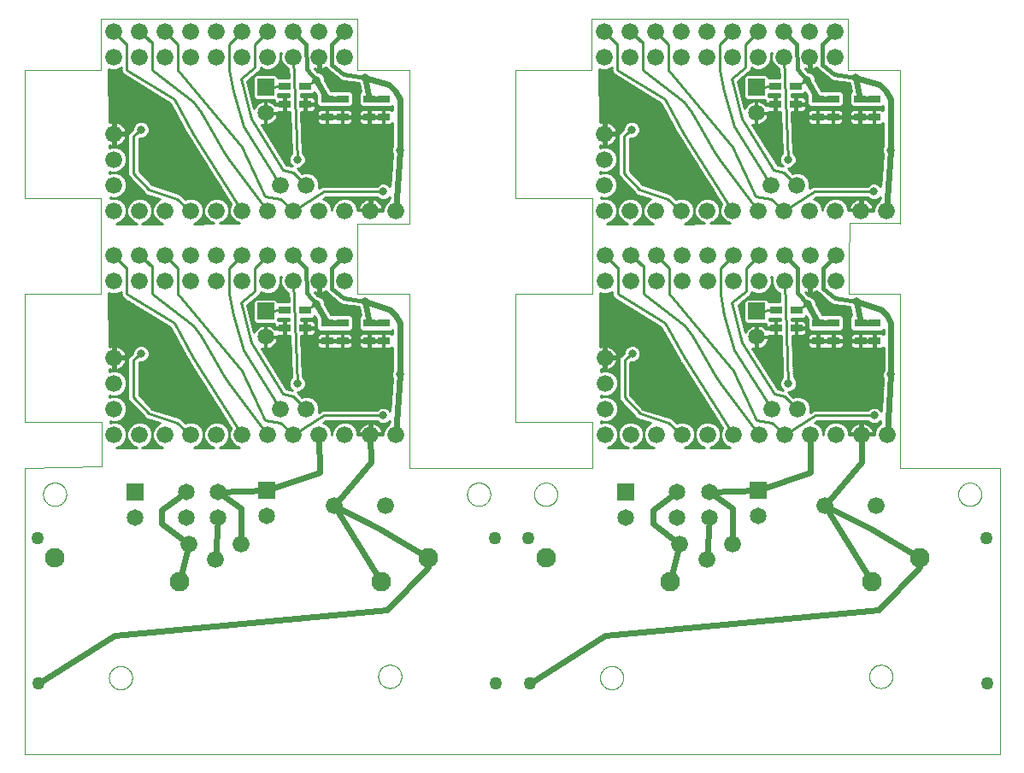
<source format=gtl>
G75*
%MOIN*%
%OFA0B0*%
%FSLAX25Y25*%
%IPPOS*%
%LPD*%
%AMOC8*
5,1,8,0,0,1.08239X$1,22.5*
%
%ADD10C,0.00000*%
%ADD11C,0.06600*%
%ADD12C,0.05000*%
%ADD13C,0.07600*%
%ADD14R,0.06500X0.06500*%
%ADD15C,0.06500*%
%ADD16C,0.07677*%
%ADD17R,0.04724X0.03150*%
%ADD18C,0.01000*%
%ADD19C,0.03200*%
%ADD20C,0.01600*%
%ADD21C,0.02400*%
%ADD22C,0.01200*%
D10*
X0005000Y0004606D02*
X0385476Y0004606D01*
X0385476Y0116575D01*
X0346500Y0116575D01*
X0346500Y0184409D01*
X0326421Y0184449D01*
X0326382Y0184488D01*
X0326382Y0194409D01*
X0326421Y0204449D01*
X0326654Y0204606D02*
X0326654Y0212087D01*
X0346339Y0212087D01*
X0346339Y0271811D01*
X0326260Y0271850D01*
X0326220Y0271890D01*
X0326220Y0281811D01*
X0326260Y0291850D01*
X0226260Y0291850D01*
X0226260Y0281850D01*
X0226299Y0281811D01*
X0226260Y0281811D01*
X0226260Y0271850D01*
X0196339Y0271850D01*
X0196339Y0221850D01*
X0226421Y0221850D01*
X0226421Y0194449D01*
X0226461Y0194409D01*
X0226421Y0194409D01*
X0226421Y0184449D01*
X0196500Y0184449D01*
X0196500Y0134449D01*
X0226421Y0134449D01*
X0226421Y0116575D01*
X0155000Y0116575D01*
X0155000Y0184409D01*
X0134921Y0184449D01*
X0134882Y0184488D01*
X0134882Y0194409D01*
X0134921Y0211693D01*
X0155000Y0211693D01*
X0155000Y0271811D01*
X0134921Y0271850D01*
X0134882Y0271890D01*
X0134882Y0281811D01*
X0134921Y0291850D01*
X0034921Y0291850D01*
X0034921Y0281850D01*
X0034961Y0281811D01*
X0034921Y0281811D01*
X0034921Y0271850D01*
X0005000Y0271850D01*
X0005000Y0221850D01*
X0034921Y0221850D01*
X0034921Y0194449D01*
X0034961Y0194409D01*
X0034921Y0194409D01*
X0034921Y0184449D01*
X0005000Y0184449D01*
X0005000Y0134449D01*
X0035031Y0134449D01*
X0035031Y0116969D01*
X0005000Y0116575D01*
X0005000Y0004606D01*
X0037972Y0034606D02*
X0037974Y0034740D01*
X0037980Y0034874D01*
X0037990Y0035008D01*
X0038004Y0035142D01*
X0038022Y0035275D01*
X0038043Y0035407D01*
X0038069Y0035539D01*
X0038099Y0035670D01*
X0038132Y0035800D01*
X0038169Y0035928D01*
X0038211Y0036056D01*
X0038255Y0036183D01*
X0038304Y0036308D01*
X0038356Y0036431D01*
X0038412Y0036553D01*
X0038472Y0036674D01*
X0038535Y0036792D01*
X0038601Y0036909D01*
X0038671Y0037023D01*
X0038744Y0037136D01*
X0038821Y0037246D01*
X0038901Y0037354D01*
X0038984Y0037459D01*
X0039070Y0037562D01*
X0039159Y0037662D01*
X0039251Y0037760D01*
X0039346Y0037855D01*
X0039444Y0037947D01*
X0039544Y0038036D01*
X0039647Y0038122D01*
X0039752Y0038205D01*
X0039860Y0038285D01*
X0039970Y0038362D01*
X0040083Y0038435D01*
X0040197Y0038505D01*
X0040314Y0038571D01*
X0040432Y0038634D01*
X0040553Y0038694D01*
X0040675Y0038750D01*
X0040798Y0038802D01*
X0040923Y0038851D01*
X0041050Y0038895D01*
X0041178Y0038937D01*
X0041306Y0038974D01*
X0041436Y0039007D01*
X0041567Y0039037D01*
X0041699Y0039063D01*
X0041831Y0039084D01*
X0041964Y0039102D01*
X0042098Y0039116D01*
X0042232Y0039126D01*
X0042366Y0039132D01*
X0042500Y0039134D01*
X0042634Y0039132D01*
X0042768Y0039126D01*
X0042902Y0039116D01*
X0043036Y0039102D01*
X0043169Y0039084D01*
X0043301Y0039063D01*
X0043433Y0039037D01*
X0043564Y0039007D01*
X0043694Y0038974D01*
X0043822Y0038937D01*
X0043950Y0038895D01*
X0044077Y0038851D01*
X0044202Y0038802D01*
X0044325Y0038750D01*
X0044447Y0038694D01*
X0044568Y0038634D01*
X0044686Y0038571D01*
X0044803Y0038505D01*
X0044917Y0038435D01*
X0045030Y0038362D01*
X0045140Y0038285D01*
X0045248Y0038205D01*
X0045353Y0038122D01*
X0045456Y0038036D01*
X0045556Y0037947D01*
X0045654Y0037855D01*
X0045749Y0037760D01*
X0045841Y0037662D01*
X0045930Y0037562D01*
X0046016Y0037459D01*
X0046099Y0037354D01*
X0046179Y0037246D01*
X0046256Y0037136D01*
X0046329Y0037023D01*
X0046399Y0036909D01*
X0046465Y0036792D01*
X0046528Y0036674D01*
X0046588Y0036553D01*
X0046644Y0036431D01*
X0046696Y0036308D01*
X0046745Y0036183D01*
X0046789Y0036056D01*
X0046831Y0035928D01*
X0046868Y0035800D01*
X0046901Y0035670D01*
X0046931Y0035539D01*
X0046957Y0035407D01*
X0046978Y0035275D01*
X0046996Y0035142D01*
X0047010Y0035008D01*
X0047020Y0034874D01*
X0047026Y0034740D01*
X0047028Y0034606D01*
X0047026Y0034472D01*
X0047020Y0034338D01*
X0047010Y0034204D01*
X0046996Y0034070D01*
X0046978Y0033937D01*
X0046957Y0033805D01*
X0046931Y0033673D01*
X0046901Y0033542D01*
X0046868Y0033412D01*
X0046831Y0033284D01*
X0046789Y0033156D01*
X0046745Y0033029D01*
X0046696Y0032904D01*
X0046644Y0032781D01*
X0046588Y0032659D01*
X0046528Y0032538D01*
X0046465Y0032420D01*
X0046399Y0032303D01*
X0046329Y0032189D01*
X0046256Y0032076D01*
X0046179Y0031966D01*
X0046099Y0031858D01*
X0046016Y0031753D01*
X0045930Y0031650D01*
X0045841Y0031550D01*
X0045749Y0031452D01*
X0045654Y0031357D01*
X0045556Y0031265D01*
X0045456Y0031176D01*
X0045353Y0031090D01*
X0045248Y0031007D01*
X0045140Y0030927D01*
X0045030Y0030850D01*
X0044917Y0030777D01*
X0044803Y0030707D01*
X0044686Y0030641D01*
X0044568Y0030578D01*
X0044447Y0030518D01*
X0044325Y0030462D01*
X0044202Y0030410D01*
X0044077Y0030361D01*
X0043950Y0030317D01*
X0043822Y0030275D01*
X0043694Y0030238D01*
X0043564Y0030205D01*
X0043433Y0030175D01*
X0043301Y0030149D01*
X0043169Y0030128D01*
X0043036Y0030110D01*
X0042902Y0030096D01*
X0042768Y0030086D01*
X0042634Y0030080D01*
X0042500Y0030078D01*
X0042366Y0030080D01*
X0042232Y0030086D01*
X0042098Y0030096D01*
X0041964Y0030110D01*
X0041831Y0030128D01*
X0041699Y0030149D01*
X0041567Y0030175D01*
X0041436Y0030205D01*
X0041306Y0030238D01*
X0041178Y0030275D01*
X0041050Y0030317D01*
X0040923Y0030361D01*
X0040798Y0030410D01*
X0040675Y0030462D01*
X0040553Y0030518D01*
X0040432Y0030578D01*
X0040314Y0030641D01*
X0040197Y0030707D01*
X0040083Y0030777D01*
X0039970Y0030850D01*
X0039860Y0030927D01*
X0039752Y0031007D01*
X0039647Y0031090D01*
X0039544Y0031176D01*
X0039444Y0031265D01*
X0039346Y0031357D01*
X0039251Y0031452D01*
X0039159Y0031550D01*
X0039070Y0031650D01*
X0038984Y0031753D01*
X0038901Y0031858D01*
X0038821Y0031966D01*
X0038744Y0032076D01*
X0038671Y0032189D01*
X0038601Y0032303D01*
X0038535Y0032420D01*
X0038472Y0032538D01*
X0038412Y0032659D01*
X0038356Y0032781D01*
X0038304Y0032904D01*
X0038255Y0033029D01*
X0038211Y0033156D01*
X0038169Y0033284D01*
X0038132Y0033412D01*
X0038099Y0033542D01*
X0038069Y0033673D01*
X0038043Y0033805D01*
X0038022Y0033937D01*
X0038004Y0034070D01*
X0037990Y0034204D01*
X0037980Y0034338D01*
X0037974Y0034472D01*
X0037972Y0034606D01*
X0012283Y0106173D02*
X0012285Y0106307D01*
X0012291Y0106441D01*
X0012301Y0106575D01*
X0012315Y0106709D01*
X0012333Y0106842D01*
X0012354Y0106974D01*
X0012380Y0107106D01*
X0012410Y0107237D01*
X0012443Y0107367D01*
X0012480Y0107495D01*
X0012522Y0107623D01*
X0012566Y0107750D01*
X0012615Y0107875D01*
X0012667Y0107998D01*
X0012723Y0108120D01*
X0012783Y0108241D01*
X0012846Y0108359D01*
X0012912Y0108476D01*
X0012982Y0108590D01*
X0013055Y0108703D01*
X0013132Y0108813D01*
X0013212Y0108921D01*
X0013295Y0109026D01*
X0013381Y0109129D01*
X0013470Y0109229D01*
X0013562Y0109327D01*
X0013657Y0109422D01*
X0013755Y0109514D01*
X0013855Y0109603D01*
X0013958Y0109689D01*
X0014063Y0109772D01*
X0014171Y0109852D01*
X0014281Y0109929D01*
X0014394Y0110002D01*
X0014508Y0110072D01*
X0014625Y0110138D01*
X0014743Y0110201D01*
X0014864Y0110261D01*
X0014986Y0110317D01*
X0015109Y0110369D01*
X0015234Y0110418D01*
X0015361Y0110462D01*
X0015489Y0110504D01*
X0015617Y0110541D01*
X0015747Y0110574D01*
X0015878Y0110604D01*
X0016010Y0110630D01*
X0016142Y0110651D01*
X0016275Y0110669D01*
X0016409Y0110683D01*
X0016543Y0110693D01*
X0016677Y0110699D01*
X0016811Y0110701D01*
X0016945Y0110699D01*
X0017079Y0110693D01*
X0017213Y0110683D01*
X0017347Y0110669D01*
X0017480Y0110651D01*
X0017612Y0110630D01*
X0017744Y0110604D01*
X0017875Y0110574D01*
X0018005Y0110541D01*
X0018133Y0110504D01*
X0018261Y0110462D01*
X0018388Y0110418D01*
X0018513Y0110369D01*
X0018636Y0110317D01*
X0018758Y0110261D01*
X0018879Y0110201D01*
X0018997Y0110138D01*
X0019114Y0110072D01*
X0019228Y0110002D01*
X0019341Y0109929D01*
X0019451Y0109852D01*
X0019559Y0109772D01*
X0019664Y0109689D01*
X0019767Y0109603D01*
X0019867Y0109514D01*
X0019965Y0109422D01*
X0020060Y0109327D01*
X0020152Y0109229D01*
X0020241Y0109129D01*
X0020327Y0109026D01*
X0020410Y0108921D01*
X0020490Y0108813D01*
X0020567Y0108703D01*
X0020640Y0108590D01*
X0020710Y0108476D01*
X0020776Y0108359D01*
X0020839Y0108241D01*
X0020899Y0108120D01*
X0020955Y0107998D01*
X0021007Y0107875D01*
X0021056Y0107750D01*
X0021100Y0107623D01*
X0021142Y0107495D01*
X0021179Y0107367D01*
X0021212Y0107237D01*
X0021242Y0107106D01*
X0021268Y0106974D01*
X0021289Y0106842D01*
X0021307Y0106709D01*
X0021321Y0106575D01*
X0021331Y0106441D01*
X0021337Y0106307D01*
X0021339Y0106173D01*
X0021337Y0106039D01*
X0021331Y0105905D01*
X0021321Y0105771D01*
X0021307Y0105637D01*
X0021289Y0105504D01*
X0021268Y0105372D01*
X0021242Y0105240D01*
X0021212Y0105109D01*
X0021179Y0104979D01*
X0021142Y0104851D01*
X0021100Y0104723D01*
X0021056Y0104596D01*
X0021007Y0104471D01*
X0020955Y0104348D01*
X0020899Y0104226D01*
X0020839Y0104105D01*
X0020776Y0103987D01*
X0020710Y0103870D01*
X0020640Y0103756D01*
X0020567Y0103643D01*
X0020490Y0103533D01*
X0020410Y0103425D01*
X0020327Y0103320D01*
X0020241Y0103217D01*
X0020152Y0103117D01*
X0020060Y0103019D01*
X0019965Y0102924D01*
X0019867Y0102832D01*
X0019767Y0102743D01*
X0019664Y0102657D01*
X0019559Y0102574D01*
X0019451Y0102494D01*
X0019341Y0102417D01*
X0019228Y0102344D01*
X0019114Y0102274D01*
X0018997Y0102208D01*
X0018879Y0102145D01*
X0018758Y0102085D01*
X0018636Y0102029D01*
X0018513Y0101977D01*
X0018388Y0101928D01*
X0018261Y0101884D01*
X0018133Y0101842D01*
X0018005Y0101805D01*
X0017875Y0101772D01*
X0017744Y0101742D01*
X0017612Y0101716D01*
X0017480Y0101695D01*
X0017347Y0101677D01*
X0017213Y0101663D01*
X0017079Y0101653D01*
X0016945Y0101647D01*
X0016811Y0101645D01*
X0016677Y0101647D01*
X0016543Y0101653D01*
X0016409Y0101663D01*
X0016275Y0101677D01*
X0016142Y0101695D01*
X0016010Y0101716D01*
X0015878Y0101742D01*
X0015747Y0101772D01*
X0015617Y0101805D01*
X0015489Y0101842D01*
X0015361Y0101884D01*
X0015234Y0101928D01*
X0015109Y0101977D01*
X0014986Y0102029D01*
X0014864Y0102085D01*
X0014743Y0102145D01*
X0014625Y0102208D01*
X0014508Y0102274D01*
X0014394Y0102344D01*
X0014281Y0102417D01*
X0014171Y0102494D01*
X0014063Y0102574D01*
X0013958Y0102657D01*
X0013855Y0102743D01*
X0013755Y0102832D01*
X0013657Y0102924D01*
X0013562Y0103019D01*
X0013470Y0103117D01*
X0013381Y0103217D01*
X0013295Y0103320D01*
X0013212Y0103425D01*
X0013132Y0103533D01*
X0013055Y0103643D01*
X0012982Y0103756D01*
X0012912Y0103870D01*
X0012846Y0103987D01*
X0012783Y0104105D01*
X0012723Y0104226D01*
X0012667Y0104348D01*
X0012615Y0104471D01*
X0012566Y0104596D01*
X0012522Y0104723D01*
X0012480Y0104851D01*
X0012443Y0104979D01*
X0012410Y0105109D01*
X0012380Y0105240D01*
X0012354Y0105372D01*
X0012333Y0105504D01*
X0012315Y0105637D01*
X0012301Y0105771D01*
X0012291Y0105905D01*
X0012285Y0106039D01*
X0012283Y0106173D01*
X0142972Y0035106D02*
X0142974Y0035240D01*
X0142980Y0035374D01*
X0142990Y0035508D01*
X0143004Y0035642D01*
X0143022Y0035775D01*
X0143043Y0035907D01*
X0143069Y0036039D01*
X0143099Y0036170D01*
X0143132Y0036300D01*
X0143169Y0036428D01*
X0143211Y0036556D01*
X0143255Y0036683D01*
X0143304Y0036808D01*
X0143356Y0036931D01*
X0143412Y0037053D01*
X0143472Y0037174D01*
X0143535Y0037292D01*
X0143601Y0037409D01*
X0143671Y0037523D01*
X0143744Y0037636D01*
X0143821Y0037746D01*
X0143901Y0037854D01*
X0143984Y0037959D01*
X0144070Y0038062D01*
X0144159Y0038162D01*
X0144251Y0038260D01*
X0144346Y0038355D01*
X0144444Y0038447D01*
X0144544Y0038536D01*
X0144647Y0038622D01*
X0144752Y0038705D01*
X0144860Y0038785D01*
X0144970Y0038862D01*
X0145083Y0038935D01*
X0145197Y0039005D01*
X0145314Y0039071D01*
X0145432Y0039134D01*
X0145553Y0039194D01*
X0145675Y0039250D01*
X0145798Y0039302D01*
X0145923Y0039351D01*
X0146050Y0039395D01*
X0146178Y0039437D01*
X0146306Y0039474D01*
X0146436Y0039507D01*
X0146567Y0039537D01*
X0146699Y0039563D01*
X0146831Y0039584D01*
X0146964Y0039602D01*
X0147098Y0039616D01*
X0147232Y0039626D01*
X0147366Y0039632D01*
X0147500Y0039634D01*
X0147634Y0039632D01*
X0147768Y0039626D01*
X0147902Y0039616D01*
X0148036Y0039602D01*
X0148169Y0039584D01*
X0148301Y0039563D01*
X0148433Y0039537D01*
X0148564Y0039507D01*
X0148694Y0039474D01*
X0148822Y0039437D01*
X0148950Y0039395D01*
X0149077Y0039351D01*
X0149202Y0039302D01*
X0149325Y0039250D01*
X0149447Y0039194D01*
X0149568Y0039134D01*
X0149686Y0039071D01*
X0149803Y0039005D01*
X0149917Y0038935D01*
X0150030Y0038862D01*
X0150140Y0038785D01*
X0150248Y0038705D01*
X0150353Y0038622D01*
X0150456Y0038536D01*
X0150556Y0038447D01*
X0150654Y0038355D01*
X0150749Y0038260D01*
X0150841Y0038162D01*
X0150930Y0038062D01*
X0151016Y0037959D01*
X0151099Y0037854D01*
X0151179Y0037746D01*
X0151256Y0037636D01*
X0151329Y0037523D01*
X0151399Y0037409D01*
X0151465Y0037292D01*
X0151528Y0037174D01*
X0151588Y0037053D01*
X0151644Y0036931D01*
X0151696Y0036808D01*
X0151745Y0036683D01*
X0151789Y0036556D01*
X0151831Y0036428D01*
X0151868Y0036300D01*
X0151901Y0036170D01*
X0151931Y0036039D01*
X0151957Y0035907D01*
X0151978Y0035775D01*
X0151996Y0035642D01*
X0152010Y0035508D01*
X0152020Y0035374D01*
X0152026Y0035240D01*
X0152028Y0035106D01*
X0152026Y0034972D01*
X0152020Y0034838D01*
X0152010Y0034704D01*
X0151996Y0034570D01*
X0151978Y0034437D01*
X0151957Y0034305D01*
X0151931Y0034173D01*
X0151901Y0034042D01*
X0151868Y0033912D01*
X0151831Y0033784D01*
X0151789Y0033656D01*
X0151745Y0033529D01*
X0151696Y0033404D01*
X0151644Y0033281D01*
X0151588Y0033159D01*
X0151528Y0033038D01*
X0151465Y0032920D01*
X0151399Y0032803D01*
X0151329Y0032689D01*
X0151256Y0032576D01*
X0151179Y0032466D01*
X0151099Y0032358D01*
X0151016Y0032253D01*
X0150930Y0032150D01*
X0150841Y0032050D01*
X0150749Y0031952D01*
X0150654Y0031857D01*
X0150556Y0031765D01*
X0150456Y0031676D01*
X0150353Y0031590D01*
X0150248Y0031507D01*
X0150140Y0031427D01*
X0150030Y0031350D01*
X0149917Y0031277D01*
X0149803Y0031207D01*
X0149686Y0031141D01*
X0149568Y0031078D01*
X0149447Y0031018D01*
X0149325Y0030962D01*
X0149202Y0030910D01*
X0149077Y0030861D01*
X0148950Y0030817D01*
X0148822Y0030775D01*
X0148694Y0030738D01*
X0148564Y0030705D01*
X0148433Y0030675D01*
X0148301Y0030649D01*
X0148169Y0030628D01*
X0148036Y0030610D01*
X0147902Y0030596D01*
X0147768Y0030586D01*
X0147634Y0030580D01*
X0147500Y0030578D01*
X0147366Y0030580D01*
X0147232Y0030586D01*
X0147098Y0030596D01*
X0146964Y0030610D01*
X0146831Y0030628D01*
X0146699Y0030649D01*
X0146567Y0030675D01*
X0146436Y0030705D01*
X0146306Y0030738D01*
X0146178Y0030775D01*
X0146050Y0030817D01*
X0145923Y0030861D01*
X0145798Y0030910D01*
X0145675Y0030962D01*
X0145553Y0031018D01*
X0145432Y0031078D01*
X0145314Y0031141D01*
X0145197Y0031207D01*
X0145083Y0031277D01*
X0144970Y0031350D01*
X0144860Y0031427D01*
X0144752Y0031507D01*
X0144647Y0031590D01*
X0144544Y0031676D01*
X0144444Y0031765D01*
X0144346Y0031857D01*
X0144251Y0031952D01*
X0144159Y0032050D01*
X0144070Y0032150D01*
X0143984Y0032253D01*
X0143901Y0032358D01*
X0143821Y0032466D01*
X0143744Y0032576D01*
X0143671Y0032689D01*
X0143601Y0032803D01*
X0143535Y0032920D01*
X0143472Y0033038D01*
X0143412Y0033159D01*
X0143356Y0033281D01*
X0143304Y0033404D01*
X0143255Y0033529D01*
X0143211Y0033656D01*
X0143169Y0033784D01*
X0143132Y0033912D01*
X0143099Y0034042D01*
X0143069Y0034173D01*
X0143043Y0034305D01*
X0143022Y0034437D01*
X0143004Y0034570D01*
X0142990Y0034704D01*
X0142980Y0034838D01*
X0142974Y0034972D01*
X0142972Y0035106D01*
X0177637Y0106173D02*
X0177639Y0106307D01*
X0177645Y0106441D01*
X0177655Y0106575D01*
X0177669Y0106709D01*
X0177687Y0106842D01*
X0177708Y0106974D01*
X0177734Y0107106D01*
X0177764Y0107237D01*
X0177797Y0107367D01*
X0177834Y0107495D01*
X0177876Y0107623D01*
X0177920Y0107750D01*
X0177969Y0107875D01*
X0178021Y0107998D01*
X0178077Y0108120D01*
X0178137Y0108241D01*
X0178200Y0108359D01*
X0178266Y0108476D01*
X0178336Y0108590D01*
X0178409Y0108703D01*
X0178486Y0108813D01*
X0178566Y0108921D01*
X0178649Y0109026D01*
X0178735Y0109129D01*
X0178824Y0109229D01*
X0178916Y0109327D01*
X0179011Y0109422D01*
X0179109Y0109514D01*
X0179209Y0109603D01*
X0179312Y0109689D01*
X0179417Y0109772D01*
X0179525Y0109852D01*
X0179635Y0109929D01*
X0179748Y0110002D01*
X0179862Y0110072D01*
X0179979Y0110138D01*
X0180097Y0110201D01*
X0180218Y0110261D01*
X0180340Y0110317D01*
X0180463Y0110369D01*
X0180588Y0110418D01*
X0180715Y0110462D01*
X0180843Y0110504D01*
X0180971Y0110541D01*
X0181101Y0110574D01*
X0181232Y0110604D01*
X0181364Y0110630D01*
X0181496Y0110651D01*
X0181629Y0110669D01*
X0181763Y0110683D01*
X0181897Y0110693D01*
X0182031Y0110699D01*
X0182165Y0110701D01*
X0182299Y0110699D01*
X0182433Y0110693D01*
X0182567Y0110683D01*
X0182701Y0110669D01*
X0182834Y0110651D01*
X0182966Y0110630D01*
X0183098Y0110604D01*
X0183229Y0110574D01*
X0183359Y0110541D01*
X0183487Y0110504D01*
X0183615Y0110462D01*
X0183742Y0110418D01*
X0183867Y0110369D01*
X0183990Y0110317D01*
X0184112Y0110261D01*
X0184233Y0110201D01*
X0184351Y0110138D01*
X0184468Y0110072D01*
X0184582Y0110002D01*
X0184695Y0109929D01*
X0184805Y0109852D01*
X0184913Y0109772D01*
X0185018Y0109689D01*
X0185121Y0109603D01*
X0185221Y0109514D01*
X0185319Y0109422D01*
X0185414Y0109327D01*
X0185506Y0109229D01*
X0185595Y0109129D01*
X0185681Y0109026D01*
X0185764Y0108921D01*
X0185844Y0108813D01*
X0185921Y0108703D01*
X0185994Y0108590D01*
X0186064Y0108476D01*
X0186130Y0108359D01*
X0186193Y0108241D01*
X0186253Y0108120D01*
X0186309Y0107998D01*
X0186361Y0107875D01*
X0186410Y0107750D01*
X0186454Y0107623D01*
X0186496Y0107495D01*
X0186533Y0107367D01*
X0186566Y0107237D01*
X0186596Y0107106D01*
X0186622Y0106974D01*
X0186643Y0106842D01*
X0186661Y0106709D01*
X0186675Y0106575D01*
X0186685Y0106441D01*
X0186691Y0106307D01*
X0186693Y0106173D01*
X0186691Y0106039D01*
X0186685Y0105905D01*
X0186675Y0105771D01*
X0186661Y0105637D01*
X0186643Y0105504D01*
X0186622Y0105372D01*
X0186596Y0105240D01*
X0186566Y0105109D01*
X0186533Y0104979D01*
X0186496Y0104851D01*
X0186454Y0104723D01*
X0186410Y0104596D01*
X0186361Y0104471D01*
X0186309Y0104348D01*
X0186253Y0104226D01*
X0186193Y0104105D01*
X0186130Y0103987D01*
X0186064Y0103870D01*
X0185994Y0103756D01*
X0185921Y0103643D01*
X0185844Y0103533D01*
X0185764Y0103425D01*
X0185681Y0103320D01*
X0185595Y0103217D01*
X0185506Y0103117D01*
X0185414Y0103019D01*
X0185319Y0102924D01*
X0185221Y0102832D01*
X0185121Y0102743D01*
X0185018Y0102657D01*
X0184913Y0102574D01*
X0184805Y0102494D01*
X0184695Y0102417D01*
X0184582Y0102344D01*
X0184468Y0102274D01*
X0184351Y0102208D01*
X0184233Y0102145D01*
X0184112Y0102085D01*
X0183990Y0102029D01*
X0183867Y0101977D01*
X0183742Y0101928D01*
X0183615Y0101884D01*
X0183487Y0101842D01*
X0183359Y0101805D01*
X0183229Y0101772D01*
X0183098Y0101742D01*
X0182966Y0101716D01*
X0182834Y0101695D01*
X0182701Y0101677D01*
X0182567Y0101663D01*
X0182433Y0101653D01*
X0182299Y0101647D01*
X0182165Y0101645D01*
X0182031Y0101647D01*
X0181897Y0101653D01*
X0181763Y0101663D01*
X0181629Y0101677D01*
X0181496Y0101695D01*
X0181364Y0101716D01*
X0181232Y0101742D01*
X0181101Y0101772D01*
X0180971Y0101805D01*
X0180843Y0101842D01*
X0180715Y0101884D01*
X0180588Y0101928D01*
X0180463Y0101977D01*
X0180340Y0102029D01*
X0180218Y0102085D01*
X0180097Y0102145D01*
X0179979Y0102208D01*
X0179862Y0102274D01*
X0179748Y0102344D01*
X0179635Y0102417D01*
X0179525Y0102494D01*
X0179417Y0102574D01*
X0179312Y0102657D01*
X0179209Y0102743D01*
X0179109Y0102832D01*
X0179011Y0102924D01*
X0178916Y0103019D01*
X0178824Y0103117D01*
X0178735Y0103217D01*
X0178649Y0103320D01*
X0178566Y0103425D01*
X0178486Y0103533D01*
X0178409Y0103643D01*
X0178336Y0103756D01*
X0178266Y0103870D01*
X0178200Y0103987D01*
X0178137Y0104105D01*
X0178077Y0104226D01*
X0178021Y0104348D01*
X0177969Y0104471D01*
X0177920Y0104596D01*
X0177876Y0104723D01*
X0177834Y0104851D01*
X0177797Y0104979D01*
X0177764Y0105109D01*
X0177734Y0105240D01*
X0177708Y0105372D01*
X0177687Y0105504D01*
X0177669Y0105637D01*
X0177655Y0105771D01*
X0177645Y0105905D01*
X0177639Y0106039D01*
X0177637Y0106173D01*
X0203783Y0106173D02*
X0203785Y0106307D01*
X0203791Y0106441D01*
X0203801Y0106575D01*
X0203815Y0106709D01*
X0203833Y0106842D01*
X0203854Y0106974D01*
X0203880Y0107106D01*
X0203910Y0107237D01*
X0203943Y0107367D01*
X0203980Y0107495D01*
X0204022Y0107623D01*
X0204066Y0107750D01*
X0204115Y0107875D01*
X0204167Y0107998D01*
X0204223Y0108120D01*
X0204283Y0108241D01*
X0204346Y0108359D01*
X0204412Y0108476D01*
X0204482Y0108590D01*
X0204555Y0108703D01*
X0204632Y0108813D01*
X0204712Y0108921D01*
X0204795Y0109026D01*
X0204881Y0109129D01*
X0204970Y0109229D01*
X0205062Y0109327D01*
X0205157Y0109422D01*
X0205255Y0109514D01*
X0205355Y0109603D01*
X0205458Y0109689D01*
X0205563Y0109772D01*
X0205671Y0109852D01*
X0205781Y0109929D01*
X0205894Y0110002D01*
X0206008Y0110072D01*
X0206125Y0110138D01*
X0206243Y0110201D01*
X0206364Y0110261D01*
X0206486Y0110317D01*
X0206609Y0110369D01*
X0206734Y0110418D01*
X0206861Y0110462D01*
X0206989Y0110504D01*
X0207117Y0110541D01*
X0207247Y0110574D01*
X0207378Y0110604D01*
X0207510Y0110630D01*
X0207642Y0110651D01*
X0207775Y0110669D01*
X0207909Y0110683D01*
X0208043Y0110693D01*
X0208177Y0110699D01*
X0208311Y0110701D01*
X0208445Y0110699D01*
X0208579Y0110693D01*
X0208713Y0110683D01*
X0208847Y0110669D01*
X0208980Y0110651D01*
X0209112Y0110630D01*
X0209244Y0110604D01*
X0209375Y0110574D01*
X0209505Y0110541D01*
X0209633Y0110504D01*
X0209761Y0110462D01*
X0209888Y0110418D01*
X0210013Y0110369D01*
X0210136Y0110317D01*
X0210258Y0110261D01*
X0210379Y0110201D01*
X0210497Y0110138D01*
X0210614Y0110072D01*
X0210728Y0110002D01*
X0210841Y0109929D01*
X0210951Y0109852D01*
X0211059Y0109772D01*
X0211164Y0109689D01*
X0211267Y0109603D01*
X0211367Y0109514D01*
X0211465Y0109422D01*
X0211560Y0109327D01*
X0211652Y0109229D01*
X0211741Y0109129D01*
X0211827Y0109026D01*
X0211910Y0108921D01*
X0211990Y0108813D01*
X0212067Y0108703D01*
X0212140Y0108590D01*
X0212210Y0108476D01*
X0212276Y0108359D01*
X0212339Y0108241D01*
X0212399Y0108120D01*
X0212455Y0107998D01*
X0212507Y0107875D01*
X0212556Y0107750D01*
X0212600Y0107623D01*
X0212642Y0107495D01*
X0212679Y0107367D01*
X0212712Y0107237D01*
X0212742Y0107106D01*
X0212768Y0106974D01*
X0212789Y0106842D01*
X0212807Y0106709D01*
X0212821Y0106575D01*
X0212831Y0106441D01*
X0212837Y0106307D01*
X0212839Y0106173D01*
X0212837Y0106039D01*
X0212831Y0105905D01*
X0212821Y0105771D01*
X0212807Y0105637D01*
X0212789Y0105504D01*
X0212768Y0105372D01*
X0212742Y0105240D01*
X0212712Y0105109D01*
X0212679Y0104979D01*
X0212642Y0104851D01*
X0212600Y0104723D01*
X0212556Y0104596D01*
X0212507Y0104471D01*
X0212455Y0104348D01*
X0212399Y0104226D01*
X0212339Y0104105D01*
X0212276Y0103987D01*
X0212210Y0103870D01*
X0212140Y0103756D01*
X0212067Y0103643D01*
X0211990Y0103533D01*
X0211910Y0103425D01*
X0211827Y0103320D01*
X0211741Y0103217D01*
X0211652Y0103117D01*
X0211560Y0103019D01*
X0211465Y0102924D01*
X0211367Y0102832D01*
X0211267Y0102743D01*
X0211164Y0102657D01*
X0211059Y0102574D01*
X0210951Y0102494D01*
X0210841Y0102417D01*
X0210728Y0102344D01*
X0210614Y0102274D01*
X0210497Y0102208D01*
X0210379Y0102145D01*
X0210258Y0102085D01*
X0210136Y0102029D01*
X0210013Y0101977D01*
X0209888Y0101928D01*
X0209761Y0101884D01*
X0209633Y0101842D01*
X0209505Y0101805D01*
X0209375Y0101772D01*
X0209244Y0101742D01*
X0209112Y0101716D01*
X0208980Y0101695D01*
X0208847Y0101677D01*
X0208713Y0101663D01*
X0208579Y0101653D01*
X0208445Y0101647D01*
X0208311Y0101645D01*
X0208177Y0101647D01*
X0208043Y0101653D01*
X0207909Y0101663D01*
X0207775Y0101677D01*
X0207642Y0101695D01*
X0207510Y0101716D01*
X0207378Y0101742D01*
X0207247Y0101772D01*
X0207117Y0101805D01*
X0206989Y0101842D01*
X0206861Y0101884D01*
X0206734Y0101928D01*
X0206609Y0101977D01*
X0206486Y0102029D01*
X0206364Y0102085D01*
X0206243Y0102145D01*
X0206125Y0102208D01*
X0206008Y0102274D01*
X0205894Y0102344D01*
X0205781Y0102417D01*
X0205671Y0102494D01*
X0205563Y0102574D01*
X0205458Y0102657D01*
X0205355Y0102743D01*
X0205255Y0102832D01*
X0205157Y0102924D01*
X0205062Y0103019D01*
X0204970Y0103117D01*
X0204881Y0103217D01*
X0204795Y0103320D01*
X0204712Y0103425D01*
X0204632Y0103533D01*
X0204555Y0103643D01*
X0204482Y0103756D01*
X0204412Y0103870D01*
X0204346Y0103987D01*
X0204283Y0104105D01*
X0204223Y0104226D01*
X0204167Y0104348D01*
X0204115Y0104471D01*
X0204066Y0104596D01*
X0204022Y0104723D01*
X0203980Y0104851D01*
X0203943Y0104979D01*
X0203910Y0105109D01*
X0203880Y0105240D01*
X0203854Y0105372D01*
X0203833Y0105504D01*
X0203815Y0105637D01*
X0203801Y0105771D01*
X0203791Y0105905D01*
X0203785Y0106039D01*
X0203783Y0106173D01*
X0229472Y0034606D02*
X0229474Y0034740D01*
X0229480Y0034874D01*
X0229490Y0035008D01*
X0229504Y0035142D01*
X0229522Y0035275D01*
X0229543Y0035407D01*
X0229569Y0035539D01*
X0229599Y0035670D01*
X0229632Y0035800D01*
X0229669Y0035928D01*
X0229711Y0036056D01*
X0229755Y0036183D01*
X0229804Y0036308D01*
X0229856Y0036431D01*
X0229912Y0036553D01*
X0229972Y0036674D01*
X0230035Y0036792D01*
X0230101Y0036909D01*
X0230171Y0037023D01*
X0230244Y0037136D01*
X0230321Y0037246D01*
X0230401Y0037354D01*
X0230484Y0037459D01*
X0230570Y0037562D01*
X0230659Y0037662D01*
X0230751Y0037760D01*
X0230846Y0037855D01*
X0230944Y0037947D01*
X0231044Y0038036D01*
X0231147Y0038122D01*
X0231252Y0038205D01*
X0231360Y0038285D01*
X0231470Y0038362D01*
X0231583Y0038435D01*
X0231697Y0038505D01*
X0231814Y0038571D01*
X0231932Y0038634D01*
X0232053Y0038694D01*
X0232175Y0038750D01*
X0232298Y0038802D01*
X0232423Y0038851D01*
X0232550Y0038895D01*
X0232678Y0038937D01*
X0232806Y0038974D01*
X0232936Y0039007D01*
X0233067Y0039037D01*
X0233199Y0039063D01*
X0233331Y0039084D01*
X0233464Y0039102D01*
X0233598Y0039116D01*
X0233732Y0039126D01*
X0233866Y0039132D01*
X0234000Y0039134D01*
X0234134Y0039132D01*
X0234268Y0039126D01*
X0234402Y0039116D01*
X0234536Y0039102D01*
X0234669Y0039084D01*
X0234801Y0039063D01*
X0234933Y0039037D01*
X0235064Y0039007D01*
X0235194Y0038974D01*
X0235322Y0038937D01*
X0235450Y0038895D01*
X0235577Y0038851D01*
X0235702Y0038802D01*
X0235825Y0038750D01*
X0235947Y0038694D01*
X0236068Y0038634D01*
X0236186Y0038571D01*
X0236303Y0038505D01*
X0236417Y0038435D01*
X0236530Y0038362D01*
X0236640Y0038285D01*
X0236748Y0038205D01*
X0236853Y0038122D01*
X0236956Y0038036D01*
X0237056Y0037947D01*
X0237154Y0037855D01*
X0237249Y0037760D01*
X0237341Y0037662D01*
X0237430Y0037562D01*
X0237516Y0037459D01*
X0237599Y0037354D01*
X0237679Y0037246D01*
X0237756Y0037136D01*
X0237829Y0037023D01*
X0237899Y0036909D01*
X0237965Y0036792D01*
X0238028Y0036674D01*
X0238088Y0036553D01*
X0238144Y0036431D01*
X0238196Y0036308D01*
X0238245Y0036183D01*
X0238289Y0036056D01*
X0238331Y0035928D01*
X0238368Y0035800D01*
X0238401Y0035670D01*
X0238431Y0035539D01*
X0238457Y0035407D01*
X0238478Y0035275D01*
X0238496Y0035142D01*
X0238510Y0035008D01*
X0238520Y0034874D01*
X0238526Y0034740D01*
X0238528Y0034606D01*
X0238526Y0034472D01*
X0238520Y0034338D01*
X0238510Y0034204D01*
X0238496Y0034070D01*
X0238478Y0033937D01*
X0238457Y0033805D01*
X0238431Y0033673D01*
X0238401Y0033542D01*
X0238368Y0033412D01*
X0238331Y0033284D01*
X0238289Y0033156D01*
X0238245Y0033029D01*
X0238196Y0032904D01*
X0238144Y0032781D01*
X0238088Y0032659D01*
X0238028Y0032538D01*
X0237965Y0032420D01*
X0237899Y0032303D01*
X0237829Y0032189D01*
X0237756Y0032076D01*
X0237679Y0031966D01*
X0237599Y0031858D01*
X0237516Y0031753D01*
X0237430Y0031650D01*
X0237341Y0031550D01*
X0237249Y0031452D01*
X0237154Y0031357D01*
X0237056Y0031265D01*
X0236956Y0031176D01*
X0236853Y0031090D01*
X0236748Y0031007D01*
X0236640Y0030927D01*
X0236530Y0030850D01*
X0236417Y0030777D01*
X0236303Y0030707D01*
X0236186Y0030641D01*
X0236068Y0030578D01*
X0235947Y0030518D01*
X0235825Y0030462D01*
X0235702Y0030410D01*
X0235577Y0030361D01*
X0235450Y0030317D01*
X0235322Y0030275D01*
X0235194Y0030238D01*
X0235064Y0030205D01*
X0234933Y0030175D01*
X0234801Y0030149D01*
X0234669Y0030128D01*
X0234536Y0030110D01*
X0234402Y0030096D01*
X0234268Y0030086D01*
X0234134Y0030080D01*
X0234000Y0030078D01*
X0233866Y0030080D01*
X0233732Y0030086D01*
X0233598Y0030096D01*
X0233464Y0030110D01*
X0233331Y0030128D01*
X0233199Y0030149D01*
X0233067Y0030175D01*
X0232936Y0030205D01*
X0232806Y0030238D01*
X0232678Y0030275D01*
X0232550Y0030317D01*
X0232423Y0030361D01*
X0232298Y0030410D01*
X0232175Y0030462D01*
X0232053Y0030518D01*
X0231932Y0030578D01*
X0231814Y0030641D01*
X0231697Y0030707D01*
X0231583Y0030777D01*
X0231470Y0030850D01*
X0231360Y0030927D01*
X0231252Y0031007D01*
X0231147Y0031090D01*
X0231044Y0031176D01*
X0230944Y0031265D01*
X0230846Y0031357D01*
X0230751Y0031452D01*
X0230659Y0031550D01*
X0230570Y0031650D01*
X0230484Y0031753D01*
X0230401Y0031858D01*
X0230321Y0031966D01*
X0230244Y0032076D01*
X0230171Y0032189D01*
X0230101Y0032303D01*
X0230035Y0032420D01*
X0229972Y0032538D01*
X0229912Y0032659D01*
X0229856Y0032781D01*
X0229804Y0032904D01*
X0229755Y0033029D01*
X0229711Y0033156D01*
X0229669Y0033284D01*
X0229632Y0033412D01*
X0229599Y0033542D01*
X0229569Y0033673D01*
X0229543Y0033805D01*
X0229522Y0033937D01*
X0229504Y0034070D01*
X0229490Y0034204D01*
X0229480Y0034338D01*
X0229474Y0034472D01*
X0229472Y0034606D01*
X0334472Y0035106D02*
X0334474Y0035240D01*
X0334480Y0035374D01*
X0334490Y0035508D01*
X0334504Y0035642D01*
X0334522Y0035775D01*
X0334543Y0035907D01*
X0334569Y0036039D01*
X0334599Y0036170D01*
X0334632Y0036300D01*
X0334669Y0036428D01*
X0334711Y0036556D01*
X0334755Y0036683D01*
X0334804Y0036808D01*
X0334856Y0036931D01*
X0334912Y0037053D01*
X0334972Y0037174D01*
X0335035Y0037292D01*
X0335101Y0037409D01*
X0335171Y0037523D01*
X0335244Y0037636D01*
X0335321Y0037746D01*
X0335401Y0037854D01*
X0335484Y0037959D01*
X0335570Y0038062D01*
X0335659Y0038162D01*
X0335751Y0038260D01*
X0335846Y0038355D01*
X0335944Y0038447D01*
X0336044Y0038536D01*
X0336147Y0038622D01*
X0336252Y0038705D01*
X0336360Y0038785D01*
X0336470Y0038862D01*
X0336583Y0038935D01*
X0336697Y0039005D01*
X0336814Y0039071D01*
X0336932Y0039134D01*
X0337053Y0039194D01*
X0337175Y0039250D01*
X0337298Y0039302D01*
X0337423Y0039351D01*
X0337550Y0039395D01*
X0337678Y0039437D01*
X0337806Y0039474D01*
X0337936Y0039507D01*
X0338067Y0039537D01*
X0338199Y0039563D01*
X0338331Y0039584D01*
X0338464Y0039602D01*
X0338598Y0039616D01*
X0338732Y0039626D01*
X0338866Y0039632D01*
X0339000Y0039634D01*
X0339134Y0039632D01*
X0339268Y0039626D01*
X0339402Y0039616D01*
X0339536Y0039602D01*
X0339669Y0039584D01*
X0339801Y0039563D01*
X0339933Y0039537D01*
X0340064Y0039507D01*
X0340194Y0039474D01*
X0340322Y0039437D01*
X0340450Y0039395D01*
X0340577Y0039351D01*
X0340702Y0039302D01*
X0340825Y0039250D01*
X0340947Y0039194D01*
X0341068Y0039134D01*
X0341186Y0039071D01*
X0341303Y0039005D01*
X0341417Y0038935D01*
X0341530Y0038862D01*
X0341640Y0038785D01*
X0341748Y0038705D01*
X0341853Y0038622D01*
X0341956Y0038536D01*
X0342056Y0038447D01*
X0342154Y0038355D01*
X0342249Y0038260D01*
X0342341Y0038162D01*
X0342430Y0038062D01*
X0342516Y0037959D01*
X0342599Y0037854D01*
X0342679Y0037746D01*
X0342756Y0037636D01*
X0342829Y0037523D01*
X0342899Y0037409D01*
X0342965Y0037292D01*
X0343028Y0037174D01*
X0343088Y0037053D01*
X0343144Y0036931D01*
X0343196Y0036808D01*
X0343245Y0036683D01*
X0343289Y0036556D01*
X0343331Y0036428D01*
X0343368Y0036300D01*
X0343401Y0036170D01*
X0343431Y0036039D01*
X0343457Y0035907D01*
X0343478Y0035775D01*
X0343496Y0035642D01*
X0343510Y0035508D01*
X0343520Y0035374D01*
X0343526Y0035240D01*
X0343528Y0035106D01*
X0343526Y0034972D01*
X0343520Y0034838D01*
X0343510Y0034704D01*
X0343496Y0034570D01*
X0343478Y0034437D01*
X0343457Y0034305D01*
X0343431Y0034173D01*
X0343401Y0034042D01*
X0343368Y0033912D01*
X0343331Y0033784D01*
X0343289Y0033656D01*
X0343245Y0033529D01*
X0343196Y0033404D01*
X0343144Y0033281D01*
X0343088Y0033159D01*
X0343028Y0033038D01*
X0342965Y0032920D01*
X0342899Y0032803D01*
X0342829Y0032689D01*
X0342756Y0032576D01*
X0342679Y0032466D01*
X0342599Y0032358D01*
X0342516Y0032253D01*
X0342430Y0032150D01*
X0342341Y0032050D01*
X0342249Y0031952D01*
X0342154Y0031857D01*
X0342056Y0031765D01*
X0341956Y0031676D01*
X0341853Y0031590D01*
X0341748Y0031507D01*
X0341640Y0031427D01*
X0341530Y0031350D01*
X0341417Y0031277D01*
X0341303Y0031207D01*
X0341186Y0031141D01*
X0341068Y0031078D01*
X0340947Y0031018D01*
X0340825Y0030962D01*
X0340702Y0030910D01*
X0340577Y0030861D01*
X0340450Y0030817D01*
X0340322Y0030775D01*
X0340194Y0030738D01*
X0340064Y0030705D01*
X0339933Y0030675D01*
X0339801Y0030649D01*
X0339669Y0030628D01*
X0339536Y0030610D01*
X0339402Y0030596D01*
X0339268Y0030586D01*
X0339134Y0030580D01*
X0339000Y0030578D01*
X0338866Y0030580D01*
X0338732Y0030586D01*
X0338598Y0030596D01*
X0338464Y0030610D01*
X0338331Y0030628D01*
X0338199Y0030649D01*
X0338067Y0030675D01*
X0337936Y0030705D01*
X0337806Y0030738D01*
X0337678Y0030775D01*
X0337550Y0030817D01*
X0337423Y0030861D01*
X0337298Y0030910D01*
X0337175Y0030962D01*
X0337053Y0031018D01*
X0336932Y0031078D01*
X0336814Y0031141D01*
X0336697Y0031207D01*
X0336583Y0031277D01*
X0336470Y0031350D01*
X0336360Y0031427D01*
X0336252Y0031507D01*
X0336147Y0031590D01*
X0336044Y0031676D01*
X0335944Y0031765D01*
X0335846Y0031857D01*
X0335751Y0031952D01*
X0335659Y0032050D01*
X0335570Y0032150D01*
X0335484Y0032253D01*
X0335401Y0032358D01*
X0335321Y0032466D01*
X0335244Y0032576D01*
X0335171Y0032689D01*
X0335101Y0032803D01*
X0335035Y0032920D01*
X0334972Y0033038D01*
X0334912Y0033159D01*
X0334856Y0033281D01*
X0334804Y0033404D01*
X0334755Y0033529D01*
X0334711Y0033656D01*
X0334669Y0033784D01*
X0334632Y0033912D01*
X0334599Y0034042D01*
X0334569Y0034173D01*
X0334543Y0034305D01*
X0334522Y0034437D01*
X0334504Y0034570D01*
X0334490Y0034704D01*
X0334480Y0034838D01*
X0334474Y0034972D01*
X0334472Y0035106D01*
X0369137Y0106173D02*
X0369139Y0106307D01*
X0369145Y0106441D01*
X0369155Y0106575D01*
X0369169Y0106709D01*
X0369187Y0106842D01*
X0369208Y0106974D01*
X0369234Y0107106D01*
X0369264Y0107237D01*
X0369297Y0107367D01*
X0369334Y0107495D01*
X0369376Y0107623D01*
X0369420Y0107750D01*
X0369469Y0107875D01*
X0369521Y0107998D01*
X0369577Y0108120D01*
X0369637Y0108241D01*
X0369700Y0108359D01*
X0369766Y0108476D01*
X0369836Y0108590D01*
X0369909Y0108703D01*
X0369986Y0108813D01*
X0370066Y0108921D01*
X0370149Y0109026D01*
X0370235Y0109129D01*
X0370324Y0109229D01*
X0370416Y0109327D01*
X0370511Y0109422D01*
X0370609Y0109514D01*
X0370709Y0109603D01*
X0370812Y0109689D01*
X0370917Y0109772D01*
X0371025Y0109852D01*
X0371135Y0109929D01*
X0371248Y0110002D01*
X0371362Y0110072D01*
X0371479Y0110138D01*
X0371597Y0110201D01*
X0371718Y0110261D01*
X0371840Y0110317D01*
X0371963Y0110369D01*
X0372088Y0110418D01*
X0372215Y0110462D01*
X0372343Y0110504D01*
X0372471Y0110541D01*
X0372601Y0110574D01*
X0372732Y0110604D01*
X0372864Y0110630D01*
X0372996Y0110651D01*
X0373129Y0110669D01*
X0373263Y0110683D01*
X0373397Y0110693D01*
X0373531Y0110699D01*
X0373665Y0110701D01*
X0373799Y0110699D01*
X0373933Y0110693D01*
X0374067Y0110683D01*
X0374201Y0110669D01*
X0374334Y0110651D01*
X0374466Y0110630D01*
X0374598Y0110604D01*
X0374729Y0110574D01*
X0374859Y0110541D01*
X0374987Y0110504D01*
X0375115Y0110462D01*
X0375242Y0110418D01*
X0375367Y0110369D01*
X0375490Y0110317D01*
X0375612Y0110261D01*
X0375733Y0110201D01*
X0375851Y0110138D01*
X0375968Y0110072D01*
X0376082Y0110002D01*
X0376195Y0109929D01*
X0376305Y0109852D01*
X0376413Y0109772D01*
X0376518Y0109689D01*
X0376621Y0109603D01*
X0376721Y0109514D01*
X0376819Y0109422D01*
X0376914Y0109327D01*
X0377006Y0109229D01*
X0377095Y0109129D01*
X0377181Y0109026D01*
X0377264Y0108921D01*
X0377344Y0108813D01*
X0377421Y0108703D01*
X0377494Y0108590D01*
X0377564Y0108476D01*
X0377630Y0108359D01*
X0377693Y0108241D01*
X0377753Y0108120D01*
X0377809Y0107998D01*
X0377861Y0107875D01*
X0377910Y0107750D01*
X0377954Y0107623D01*
X0377996Y0107495D01*
X0378033Y0107367D01*
X0378066Y0107237D01*
X0378096Y0107106D01*
X0378122Y0106974D01*
X0378143Y0106842D01*
X0378161Y0106709D01*
X0378175Y0106575D01*
X0378185Y0106441D01*
X0378191Y0106307D01*
X0378193Y0106173D01*
X0378191Y0106039D01*
X0378185Y0105905D01*
X0378175Y0105771D01*
X0378161Y0105637D01*
X0378143Y0105504D01*
X0378122Y0105372D01*
X0378096Y0105240D01*
X0378066Y0105109D01*
X0378033Y0104979D01*
X0377996Y0104851D01*
X0377954Y0104723D01*
X0377910Y0104596D01*
X0377861Y0104471D01*
X0377809Y0104348D01*
X0377753Y0104226D01*
X0377693Y0104105D01*
X0377630Y0103987D01*
X0377564Y0103870D01*
X0377494Y0103756D01*
X0377421Y0103643D01*
X0377344Y0103533D01*
X0377264Y0103425D01*
X0377181Y0103320D01*
X0377095Y0103217D01*
X0377006Y0103117D01*
X0376914Y0103019D01*
X0376819Y0102924D01*
X0376721Y0102832D01*
X0376621Y0102743D01*
X0376518Y0102657D01*
X0376413Y0102574D01*
X0376305Y0102494D01*
X0376195Y0102417D01*
X0376082Y0102344D01*
X0375968Y0102274D01*
X0375851Y0102208D01*
X0375733Y0102145D01*
X0375612Y0102085D01*
X0375490Y0102029D01*
X0375367Y0101977D01*
X0375242Y0101928D01*
X0375115Y0101884D01*
X0374987Y0101842D01*
X0374859Y0101805D01*
X0374729Y0101772D01*
X0374598Y0101742D01*
X0374466Y0101716D01*
X0374334Y0101695D01*
X0374201Y0101677D01*
X0374067Y0101663D01*
X0373933Y0101653D01*
X0373799Y0101647D01*
X0373665Y0101645D01*
X0373531Y0101647D01*
X0373397Y0101653D01*
X0373263Y0101663D01*
X0373129Y0101677D01*
X0372996Y0101695D01*
X0372864Y0101716D01*
X0372732Y0101742D01*
X0372601Y0101772D01*
X0372471Y0101805D01*
X0372343Y0101842D01*
X0372215Y0101884D01*
X0372088Y0101928D01*
X0371963Y0101977D01*
X0371840Y0102029D01*
X0371718Y0102085D01*
X0371597Y0102145D01*
X0371479Y0102208D01*
X0371362Y0102274D01*
X0371248Y0102344D01*
X0371135Y0102417D01*
X0371025Y0102494D01*
X0370917Y0102574D01*
X0370812Y0102657D01*
X0370709Y0102743D01*
X0370609Y0102832D01*
X0370511Y0102924D01*
X0370416Y0103019D01*
X0370324Y0103117D01*
X0370235Y0103217D01*
X0370149Y0103320D01*
X0370066Y0103425D01*
X0369986Y0103533D01*
X0369909Y0103643D01*
X0369836Y0103756D01*
X0369766Y0103870D01*
X0369700Y0103987D01*
X0369637Y0104105D01*
X0369577Y0104226D01*
X0369521Y0104348D01*
X0369469Y0104471D01*
X0369420Y0104596D01*
X0369376Y0104723D01*
X0369334Y0104851D01*
X0369297Y0104979D01*
X0369264Y0105109D01*
X0369234Y0105240D01*
X0369208Y0105372D01*
X0369187Y0105504D01*
X0369169Y0105637D01*
X0369155Y0105771D01*
X0369145Y0105905D01*
X0369139Y0106039D01*
X0369137Y0106173D01*
X0346339Y0211850D02*
X0346339Y0212087D01*
D11*
X0341260Y0216850D03*
X0331260Y0216850D03*
X0321260Y0216850D03*
X0311260Y0216850D03*
X0301260Y0216850D03*
X0291260Y0216850D03*
X0281260Y0216850D03*
X0271260Y0216850D03*
X0261260Y0216850D03*
X0251260Y0216850D03*
X0241260Y0216850D03*
X0231260Y0216850D03*
X0231260Y0226850D03*
X0231260Y0236850D03*
X0231260Y0246850D03*
X0231260Y0276850D03*
X0241260Y0276850D03*
X0251260Y0276850D03*
X0261260Y0276850D03*
X0271260Y0276850D03*
X0281260Y0276850D03*
X0291260Y0276850D03*
X0301260Y0276850D03*
X0311260Y0276850D03*
X0321260Y0276850D03*
X0321260Y0286850D03*
X0311260Y0286850D03*
X0301260Y0286850D03*
X0291260Y0286850D03*
X0281260Y0286850D03*
X0271260Y0286850D03*
X0261260Y0286850D03*
X0251260Y0286850D03*
X0241260Y0286850D03*
X0231260Y0286850D03*
X0296260Y0226850D03*
X0306260Y0226850D03*
X0301421Y0199449D03*
X0311421Y0199449D03*
X0311421Y0189449D03*
X0301421Y0189449D03*
X0291421Y0189449D03*
X0281421Y0189449D03*
X0271421Y0189449D03*
X0261421Y0189449D03*
X0251421Y0189449D03*
X0241421Y0189449D03*
X0231421Y0189449D03*
X0231421Y0199449D03*
X0241421Y0199449D03*
X0251421Y0199449D03*
X0261421Y0199449D03*
X0271421Y0199449D03*
X0281421Y0199449D03*
X0291421Y0199449D03*
X0321421Y0199449D03*
X0321421Y0189449D03*
X0306421Y0139449D03*
X0296421Y0139449D03*
X0291421Y0129449D03*
X0281421Y0129449D03*
X0271421Y0129449D03*
X0261421Y0129449D03*
X0251421Y0129449D03*
X0241421Y0129449D03*
X0231421Y0129449D03*
X0231421Y0139449D03*
X0231421Y0149449D03*
X0231421Y0159449D03*
X0301421Y0129449D03*
X0311421Y0129449D03*
X0321421Y0129449D03*
X0331421Y0129449D03*
X0341421Y0129449D03*
X0337236Y0101606D03*
X0317157Y0101606D03*
X0281000Y0086606D03*
X0271000Y0080606D03*
X0260500Y0086606D03*
X0149921Y0129449D03*
X0139921Y0129449D03*
X0129921Y0129449D03*
X0119921Y0129449D03*
X0109921Y0129449D03*
X0099921Y0129449D03*
X0089921Y0129449D03*
X0079921Y0129449D03*
X0069921Y0129449D03*
X0059921Y0129449D03*
X0049921Y0129449D03*
X0039921Y0129449D03*
X0039921Y0139449D03*
X0039921Y0149449D03*
X0039921Y0159449D03*
X0039921Y0189449D03*
X0049921Y0189449D03*
X0049921Y0199449D03*
X0039921Y0199449D03*
X0039921Y0216850D03*
X0049921Y0216850D03*
X0059921Y0216850D03*
X0069921Y0216850D03*
X0079921Y0216850D03*
X0089921Y0216850D03*
X0099921Y0216850D03*
X0109921Y0216850D03*
X0119921Y0216850D03*
X0129921Y0216850D03*
X0139921Y0216850D03*
X0149921Y0216850D03*
X0129921Y0199449D03*
X0119921Y0199449D03*
X0109921Y0199449D03*
X0099921Y0199449D03*
X0089921Y0199449D03*
X0079921Y0199449D03*
X0069921Y0199449D03*
X0059921Y0199449D03*
X0059921Y0189449D03*
X0069921Y0189449D03*
X0079921Y0189449D03*
X0089921Y0189449D03*
X0099921Y0189449D03*
X0109921Y0189449D03*
X0119921Y0189449D03*
X0129921Y0189449D03*
X0114921Y0226850D03*
X0104921Y0226850D03*
X0099921Y0276850D03*
X0089921Y0276850D03*
X0079921Y0276850D03*
X0069921Y0276850D03*
X0059921Y0276850D03*
X0049921Y0276850D03*
X0039921Y0276850D03*
X0039921Y0286850D03*
X0049921Y0286850D03*
X0059921Y0286850D03*
X0069921Y0286850D03*
X0079921Y0286850D03*
X0089921Y0286850D03*
X0099921Y0286850D03*
X0109921Y0286850D03*
X0119921Y0286850D03*
X0119921Y0276850D03*
X0109921Y0276850D03*
X0129921Y0276850D03*
X0129921Y0286850D03*
X0039921Y0246850D03*
X0039921Y0236850D03*
X0039921Y0226850D03*
X0104921Y0139449D03*
X0114921Y0139449D03*
X0125657Y0101606D03*
X0145736Y0101606D03*
X0089500Y0086606D03*
X0079500Y0080606D03*
X0069000Y0086606D03*
D12*
X0010142Y0089016D03*
X0010512Y0032559D03*
X0188858Y0032559D03*
X0202012Y0032559D03*
X0201642Y0089016D03*
X0188488Y0089016D03*
X0379988Y0089016D03*
X0380358Y0032559D03*
D13*
X0354098Y0081299D03*
X0208429Y0081299D03*
X0162598Y0081299D03*
X0016929Y0081299D03*
D14*
X0048000Y0107106D03*
X0099500Y0107606D03*
X0099000Y0177606D03*
X0099000Y0265008D03*
X0239500Y0107106D03*
X0291000Y0107606D03*
X0290500Y0177606D03*
X0290339Y0265008D03*
D15*
X0290339Y0255008D03*
X0290500Y0167606D03*
X0272000Y0107106D03*
X0272000Y0097106D03*
X0259500Y0097106D03*
X0259500Y0107106D03*
X0239500Y0097106D03*
X0291000Y0097606D03*
X0099500Y0097606D03*
X0080500Y0097106D03*
X0080500Y0107106D03*
X0068000Y0107106D03*
X0068000Y0097106D03*
X0048000Y0097106D03*
X0099000Y0167606D03*
X0099000Y0255008D03*
D16*
X0065346Y0072106D03*
X0144087Y0072106D03*
X0256846Y0072106D03*
X0335587Y0072106D03*
D17*
X0336500Y0166063D03*
X0331000Y0166063D03*
X0331000Y0173150D03*
X0336500Y0173150D03*
X0320500Y0173150D03*
X0314500Y0173150D03*
X0314500Y0166063D03*
X0320500Y0166063D03*
X0306000Y0171063D03*
X0306000Y0178150D03*
X0298000Y0178150D03*
X0298000Y0171063D03*
X0314339Y0253465D03*
X0320339Y0253465D03*
X0320339Y0260551D03*
X0314339Y0260551D03*
X0305839Y0258465D03*
X0305839Y0265551D03*
X0297839Y0265551D03*
X0297839Y0258465D03*
X0330839Y0260551D03*
X0336339Y0260551D03*
X0336339Y0253465D03*
X0330839Y0253465D03*
X0145000Y0253465D03*
X0139500Y0253465D03*
X0139500Y0260551D03*
X0145000Y0260551D03*
X0129000Y0260551D03*
X0123000Y0260551D03*
X0123000Y0253465D03*
X0129000Y0253465D03*
X0114500Y0258465D03*
X0114500Y0265551D03*
X0106500Y0265551D03*
X0106500Y0258465D03*
X0106500Y0178150D03*
X0106500Y0171063D03*
X0114500Y0171063D03*
X0114500Y0178150D03*
X0123000Y0173150D03*
X0129000Y0173150D03*
X0129000Y0166063D03*
X0123000Y0166063D03*
X0139500Y0166063D03*
X0145000Y0166063D03*
X0145000Y0173150D03*
X0139500Y0173150D03*
D18*
X0139213Y0169138D02*
X0136940Y0169138D01*
X0136559Y0169036D01*
X0136217Y0168838D01*
X0135938Y0168559D01*
X0135740Y0168217D01*
X0135638Y0167835D01*
X0135638Y0166350D01*
X0139213Y0166350D01*
X0139213Y0165776D01*
X0139787Y0165776D01*
X0139787Y0162988D01*
X0142060Y0162988D01*
X0142250Y0163039D01*
X0142440Y0162988D01*
X0144713Y0162988D01*
X0144713Y0165776D01*
X0139787Y0165776D01*
X0139787Y0166350D01*
X0143362Y0166350D01*
X0144713Y0166350D01*
X0144713Y0165776D01*
X0145287Y0165776D01*
X0145287Y0162988D01*
X0147560Y0162988D01*
X0147941Y0163090D01*
X0148283Y0163288D01*
X0148521Y0163526D01*
X0148521Y0154571D01*
X0148121Y0153605D01*
X0148121Y0152292D01*
X0148426Y0151556D01*
X0147620Y0138917D01*
X0146791Y0139746D01*
X0145578Y0140249D01*
X0144265Y0140249D01*
X0143052Y0139746D01*
X0142454Y0139149D01*
X0122172Y0139149D01*
X0121528Y0139297D01*
X0121290Y0139149D01*
X0121010Y0139149D01*
X0120543Y0138682D01*
X0119831Y0138237D01*
X0119921Y0138454D01*
X0119921Y0140443D01*
X0119160Y0142281D01*
X0117754Y0143688D01*
X0115916Y0144449D01*
X0113927Y0144449D01*
X0113294Y0144187D01*
X0111668Y0145813D01*
X0111467Y0146149D01*
X0112078Y0146149D01*
X0113291Y0146651D01*
X0114219Y0147580D01*
X0114721Y0148792D01*
X0114721Y0150105D01*
X0114219Y0151318D01*
X0113527Y0152010D01*
X0112928Y0167988D01*
X0114213Y0167988D01*
X0114213Y0170776D01*
X0114787Y0170776D01*
X0114787Y0167988D01*
X0117060Y0167988D01*
X0117441Y0168090D01*
X0117783Y0168288D01*
X0118062Y0168567D01*
X0118260Y0168909D01*
X0118362Y0169291D01*
X0118362Y0170776D01*
X0114787Y0170776D01*
X0114787Y0171350D01*
X0114213Y0171350D01*
X0114213Y0174138D01*
X0112697Y0174138D01*
X0112669Y0174875D01*
X0117566Y0174875D01*
X0118303Y0175611D01*
X0118938Y0174474D01*
X0118938Y0170871D01*
X0119934Y0169875D01*
X0132066Y0169875D01*
X0133062Y0170871D01*
X0133062Y0175429D01*
X0132066Y0176424D01*
X0124492Y0176424D01*
X0122221Y0180488D01*
X0122221Y0181105D01*
X0121719Y0182318D01*
X0120791Y0183246D01*
X0119578Y0183749D01*
X0119245Y0183749D01*
X0118052Y0185014D01*
X0118079Y0185000D01*
X0118797Y0184767D01*
X0119421Y0184668D01*
X0119421Y0188949D01*
X0120421Y0188949D01*
X0120421Y0184668D01*
X0121045Y0184767D01*
X0121764Y0185000D01*
X0122437Y0185343D01*
X0122612Y0185471D01*
X0122653Y0185391D01*
X0122802Y0185033D01*
X0122881Y0184953D01*
X0122933Y0184853D01*
X0123231Y0184604D01*
X0123505Y0184329D01*
X0123609Y0184286D01*
X0127678Y0180872D01*
X0127808Y0180699D01*
X0128055Y0180555D01*
X0128274Y0180372D01*
X0128480Y0180307D01*
X0128667Y0180197D01*
X0128950Y0180158D01*
X0129222Y0180072D01*
X0129438Y0180091D01*
X0135383Y0179274D01*
X0136006Y0175997D01*
X0135438Y0175429D01*
X0135438Y0170871D01*
X0136434Y0169875D01*
X0148066Y0169875D01*
X0148521Y0170330D01*
X0148521Y0168600D01*
X0148283Y0168838D01*
X0147941Y0169036D01*
X0147560Y0169138D01*
X0145287Y0169138D01*
X0145287Y0166350D01*
X0144713Y0166350D01*
X0144713Y0169138D01*
X0142440Y0169138D01*
X0142250Y0169087D01*
X0142060Y0169138D01*
X0139787Y0169138D01*
X0139787Y0166350D01*
X0139213Y0166350D01*
X0139213Y0169138D01*
X0139213Y0168362D02*
X0139787Y0168362D01*
X0139787Y0167364D02*
X0139213Y0167364D01*
X0139213Y0166365D02*
X0139787Y0166365D01*
X0139213Y0165776D02*
X0135638Y0165776D01*
X0135638Y0164291D01*
X0135740Y0163909D01*
X0135938Y0163567D01*
X0136217Y0163288D01*
X0136559Y0163090D01*
X0136940Y0162988D01*
X0139213Y0162988D01*
X0139213Y0165776D01*
X0139213Y0165367D02*
X0139787Y0165367D01*
X0139787Y0164368D02*
X0139213Y0164368D01*
X0139213Y0163370D02*
X0139787Y0163370D01*
X0136135Y0163370D02*
X0132365Y0163370D01*
X0132283Y0163288D02*
X0132562Y0163567D01*
X0132760Y0163909D01*
X0132862Y0164291D01*
X0132862Y0165776D01*
X0129287Y0165776D01*
X0129287Y0162988D01*
X0131560Y0162988D01*
X0131941Y0163090D01*
X0132283Y0163288D01*
X0132862Y0164368D02*
X0135638Y0164368D01*
X0135638Y0165367D02*
X0132862Y0165367D01*
X0132862Y0166350D02*
X0132862Y0167835D01*
X0132760Y0168217D01*
X0132562Y0168559D01*
X0132283Y0168838D01*
X0131941Y0169036D01*
X0131560Y0169138D01*
X0129287Y0169138D01*
X0129287Y0166350D01*
X0128713Y0166350D01*
X0128713Y0169138D01*
X0126440Y0169138D01*
X0126059Y0169036D01*
X0126000Y0169002D01*
X0125941Y0169036D01*
X0125560Y0169138D01*
X0123287Y0169138D01*
X0123287Y0166350D01*
X0122713Y0166350D01*
X0122713Y0165776D01*
X0123287Y0165776D01*
X0123287Y0162988D01*
X0125560Y0162988D01*
X0125941Y0163090D01*
X0126000Y0163124D01*
X0126059Y0163090D01*
X0126440Y0162988D01*
X0128713Y0162988D01*
X0128713Y0165776D01*
X0129287Y0165776D01*
X0129287Y0166350D01*
X0132862Y0166350D01*
X0132862Y0166365D02*
X0135638Y0166365D01*
X0135638Y0167364D02*
X0132862Y0167364D01*
X0132676Y0168362D02*
X0135824Y0168362D01*
X0135949Y0170359D02*
X0132551Y0170359D01*
X0133062Y0171358D02*
X0135438Y0171358D01*
X0135438Y0172356D02*
X0133062Y0172356D01*
X0133062Y0173355D02*
X0135438Y0173355D01*
X0135438Y0174353D02*
X0133062Y0174353D01*
X0133062Y0175352D02*
X0135438Y0175352D01*
X0135939Y0176350D02*
X0132141Y0176350D01*
X0135749Y0177349D02*
X0123976Y0177349D01*
X0123418Y0178347D02*
X0135559Y0178347D01*
X0134862Y0179346D02*
X0122860Y0179346D01*
X0122302Y0180344D02*
X0128360Y0180344D01*
X0127117Y0181343D02*
X0122123Y0181343D01*
X0121696Y0182341D02*
X0125927Y0182341D01*
X0124737Y0183340D02*
X0120565Y0183340D01*
X0120421Y0185337D02*
X0119421Y0185337D01*
X0119421Y0186335D02*
X0120421Y0186335D01*
X0120421Y0187334D02*
X0119421Y0187334D01*
X0119421Y0188332D02*
X0120421Y0188332D01*
X0122424Y0185337D02*
X0122676Y0185337D01*
X0123496Y0184338D02*
X0118689Y0184338D01*
X0118921Y0180449D02*
X0114500Y0178150D01*
X0114787Y0174138D02*
X0114787Y0171350D01*
X0118362Y0171350D01*
X0118362Y0172835D01*
X0118260Y0173217D01*
X0118062Y0173559D01*
X0117783Y0173838D01*
X0117441Y0174036D01*
X0117060Y0174138D01*
X0114787Y0174138D01*
X0114787Y0173355D02*
X0114213Y0173355D01*
X0114213Y0172356D02*
X0114787Y0172356D01*
X0114787Y0171358D02*
X0114213Y0171358D01*
X0114213Y0170359D02*
X0114787Y0170359D01*
X0114787Y0169361D02*
X0114213Y0169361D01*
X0114213Y0168362D02*
X0114787Y0168362D01*
X0112951Y0167364D02*
X0119138Y0167364D01*
X0119138Y0167835D02*
X0119138Y0166350D01*
X0122713Y0166350D01*
X0122713Y0169138D01*
X0120440Y0169138D01*
X0120059Y0169036D01*
X0119717Y0168838D01*
X0119437Y0168559D01*
X0119240Y0168217D01*
X0119138Y0167835D01*
X0119324Y0168362D02*
X0117857Y0168362D01*
X0118362Y0169361D02*
X0148521Y0169361D01*
X0145287Y0168362D02*
X0144713Y0168362D01*
X0144713Y0167364D02*
X0145287Y0167364D01*
X0145287Y0166365D02*
X0144713Y0166365D01*
X0144713Y0165367D02*
X0145287Y0165367D01*
X0145287Y0164368D02*
X0144713Y0164368D01*
X0144713Y0163370D02*
X0145287Y0163370D01*
X0148365Y0163370D02*
X0148521Y0163370D01*
X0148521Y0162371D02*
X0113138Y0162371D01*
X0113176Y0161373D02*
X0148521Y0161373D01*
X0148521Y0160374D02*
X0113213Y0160374D01*
X0113251Y0159376D02*
X0148521Y0159376D01*
X0148521Y0158377D02*
X0113288Y0158377D01*
X0113325Y0157379D02*
X0148521Y0157379D01*
X0148521Y0156380D02*
X0113363Y0156380D01*
X0113400Y0155382D02*
X0148521Y0155382D01*
X0148443Y0154383D02*
X0113438Y0154383D01*
X0113475Y0153384D02*
X0148121Y0153384D01*
X0148121Y0152386D02*
X0113513Y0152386D01*
X0114149Y0151387D02*
X0148416Y0151387D01*
X0148352Y0150389D02*
X0114604Y0150389D01*
X0114721Y0149390D02*
X0148288Y0149390D01*
X0148225Y0148392D02*
X0114555Y0148392D01*
X0114033Y0147393D02*
X0148161Y0147393D01*
X0148097Y0146395D02*
X0112672Y0146395D01*
X0112085Y0145396D02*
X0148033Y0145396D01*
X0147970Y0144398D02*
X0116039Y0144398D01*
X0113804Y0144398D02*
X0113083Y0144398D01*
X0109921Y0144449D02*
X0105921Y0145449D01*
X0093421Y0165449D01*
X0089421Y0180949D01*
X0094921Y0185449D01*
X0094921Y0194449D01*
X0099921Y0199449D01*
X0089921Y0199449D02*
X0084921Y0194449D01*
X0084921Y0184449D01*
X0086421Y0175949D01*
X0090421Y0162449D01*
X0104921Y0139449D01*
X0104921Y0133949D02*
X0098921Y0134949D01*
X0089921Y0154449D01*
X0064921Y0184449D01*
X0064921Y0194449D01*
X0059921Y0199449D01*
X0054921Y0194949D02*
X0054921Y0184449D01*
X0070921Y0171949D01*
X0073921Y0167949D01*
X0082921Y0152449D01*
X0084921Y0149449D01*
X0099921Y0129449D01*
X0104921Y0133949D02*
X0109921Y0129449D01*
X0121921Y0136949D01*
X0144921Y0136949D01*
X0147351Y0134712D02*
X0147291Y0133771D01*
X0147089Y0133688D01*
X0145682Y0132281D01*
X0144921Y0130443D01*
X0144921Y0129491D01*
X0140421Y0129511D01*
X0140421Y0129949D01*
X0139421Y0129949D01*
X0139421Y0129515D01*
X0134921Y0129534D01*
X0134921Y0130443D01*
X0134160Y0132281D01*
X0132754Y0133688D01*
X0130916Y0134449D01*
X0128927Y0134449D01*
X0127089Y0133688D01*
X0125682Y0132281D01*
X0124921Y0130443D01*
X0124160Y0132281D01*
X0122754Y0133688D01*
X0121611Y0134161D01*
X0122552Y0134749D01*
X0142454Y0134749D01*
X0143052Y0134151D01*
X0144265Y0133649D01*
X0145578Y0133649D01*
X0146791Y0134151D01*
X0147351Y0134712D01*
X0147332Y0134413D02*
X0147052Y0134413D01*
X0146816Y0133414D02*
X0142630Y0133414D01*
X0142437Y0133554D02*
X0141764Y0133897D01*
X0141045Y0134131D01*
X0140421Y0134229D01*
X0140421Y0129949D01*
X0144702Y0129949D01*
X0144603Y0130573D01*
X0144370Y0131291D01*
X0144027Y0131965D01*
X0143582Y0132576D01*
X0143048Y0133110D01*
X0142437Y0133554D01*
X0142790Y0134413D02*
X0131003Y0134413D01*
X0128840Y0134413D02*
X0122015Y0134413D01*
X0123027Y0133414D02*
X0126816Y0133414D01*
X0125817Y0132416D02*
X0124025Y0132416D01*
X0124518Y0131417D02*
X0125325Y0131417D01*
X0124921Y0130443D02*
X0124921Y0129577D01*
X0124921Y0129577D01*
X0124921Y0130443D01*
X0124921Y0130419D02*
X0124921Y0130419D01*
X0120103Y0138407D02*
X0119902Y0138407D01*
X0119921Y0139405D02*
X0142711Y0139405D01*
X0147132Y0139405D02*
X0147651Y0139405D01*
X0147715Y0140404D02*
X0119921Y0140404D01*
X0119524Y0141402D02*
X0147778Y0141402D01*
X0147842Y0142401D02*
X0119040Y0142401D01*
X0118042Y0143399D02*
X0147906Y0143399D01*
X0145817Y0132416D02*
X0143699Y0132416D01*
X0144305Y0131417D02*
X0145325Y0131417D01*
X0144921Y0130419D02*
X0144627Y0130419D01*
X0140421Y0130419D02*
X0139421Y0130419D01*
X0139421Y0129949D02*
X0139421Y0134229D01*
X0138797Y0134131D01*
X0138079Y0133897D01*
X0137406Y0133554D01*
X0136794Y0133110D01*
X0136260Y0132576D01*
X0135816Y0131965D01*
X0135473Y0131291D01*
X0135239Y0130573D01*
X0135141Y0129949D01*
X0139421Y0129949D01*
X0139421Y0131417D02*
X0140421Y0131417D01*
X0140421Y0132416D02*
X0139421Y0132416D01*
X0139421Y0133414D02*
X0140421Y0133414D01*
X0137213Y0133414D02*
X0133027Y0133414D01*
X0134025Y0132416D02*
X0136144Y0132416D01*
X0135537Y0131417D02*
X0134518Y0131417D01*
X0134921Y0130419D02*
X0135215Y0130419D01*
X0114921Y0139449D02*
X0109921Y0144449D01*
X0109342Y0146861D02*
X0107316Y0147368D01*
X0097480Y0163106D01*
X0097888Y0162973D01*
X0098626Y0162856D01*
X0098811Y0162856D01*
X0098811Y0167417D01*
X0099189Y0167417D01*
X0099189Y0162856D01*
X0099374Y0162856D01*
X0100112Y0162973D01*
X0100823Y0163204D01*
X0101490Y0163544D01*
X0102094Y0163983D01*
X0102623Y0164512D01*
X0103063Y0165117D01*
X0103402Y0165783D01*
X0103633Y0166494D01*
X0103750Y0167232D01*
X0103750Y0167417D01*
X0099189Y0167417D01*
X0099189Y0167795D01*
X0103750Y0167795D01*
X0103750Y0167980D01*
X0103740Y0168042D01*
X0103940Y0167988D01*
X0106213Y0167988D01*
X0106213Y0170776D01*
X0106787Y0170776D01*
X0106787Y0167988D01*
X0108524Y0167988D01*
X0109131Y0151825D01*
X0108624Y0151318D01*
X0108121Y0150105D01*
X0108121Y0148792D01*
X0108624Y0147580D01*
X0109342Y0146861D01*
X0108810Y0147393D02*
X0107300Y0147393D01*
X0106676Y0148392D02*
X0108287Y0148392D01*
X0108121Y0149390D02*
X0106052Y0149390D01*
X0105428Y0150389D02*
X0108239Y0150389D01*
X0108693Y0151387D02*
X0104804Y0151387D01*
X0104180Y0152386D02*
X0109110Y0152386D01*
X0109072Y0153384D02*
X0103556Y0153384D01*
X0102932Y0154383D02*
X0109035Y0154383D01*
X0108997Y0155382D02*
X0102308Y0155382D01*
X0101684Y0156380D02*
X0108960Y0156380D01*
X0108922Y0157379D02*
X0101060Y0157379D01*
X0100435Y0158377D02*
X0108885Y0158377D01*
X0108847Y0159376D02*
X0099811Y0159376D01*
X0099187Y0160374D02*
X0108810Y0160374D01*
X0108773Y0161373D02*
X0098563Y0161373D01*
X0097939Y0162371D02*
X0108735Y0162371D01*
X0108698Y0163370D02*
X0101148Y0163370D01*
X0102479Y0164368D02*
X0108660Y0164368D01*
X0108623Y0165367D02*
X0103190Y0165367D01*
X0103591Y0166365D02*
X0108585Y0166365D01*
X0108548Y0167364D02*
X0103750Y0167364D01*
X0106213Y0168362D02*
X0106787Y0168362D01*
X0106787Y0169361D02*
X0106213Y0169361D01*
X0106213Y0170359D02*
X0106787Y0170359D01*
X0106213Y0170776D02*
X0102638Y0170776D01*
X0102638Y0170680D01*
X0102623Y0170701D01*
X0102094Y0171229D01*
X0101490Y0171669D01*
X0100823Y0172008D01*
X0100112Y0172239D01*
X0099374Y0172356D01*
X0099189Y0172356D01*
X0098811Y0172356D01*
X0098626Y0172356D01*
X0097888Y0172239D01*
X0097177Y0172008D01*
X0096510Y0171669D01*
X0095906Y0171229D01*
X0095377Y0170701D01*
X0094937Y0170096D01*
X0094643Y0169518D01*
X0091903Y0180137D01*
X0095707Y0183249D01*
X0095833Y0183249D01*
X0096399Y0183816D01*
X0097020Y0184323D01*
X0097032Y0184448D01*
X0097121Y0184538D01*
X0097121Y0185197D01*
X0098927Y0184449D01*
X0100916Y0184449D01*
X0102754Y0185210D01*
X0104160Y0186617D01*
X0104921Y0188454D01*
X0104921Y0190443D01*
X0104712Y0190949D01*
X0105131Y0190949D01*
X0104921Y0190443D01*
X0104921Y0188454D01*
X0105682Y0186617D01*
X0107089Y0185210D01*
X0107891Y0184878D01*
X0108021Y0181424D01*
X0103950Y0181424D01*
X0103950Y0181560D01*
X0102954Y0182556D01*
X0095046Y0182556D01*
X0094050Y0181560D01*
X0094050Y0173652D01*
X0095046Y0172656D01*
X0102638Y0172656D01*
X0102638Y0171350D01*
X0106213Y0171350D01*
X0106213Y0174138D01*
X0103950Y0174138D01*
X0103950Y0174875D01*
X0108266Y0174875D01*
X0108294Y0174138D01*
X0106787Y0174138D01*
X0106787Y0171350D01*
X0106213Y0171350D01*
X0106213Y0170776D01*
X0106213Y0171358D02*
X0106787Y0171358D01*
X0106787Y0172356D02*
X0106213Y0172356D01*
X0106213Y0173355D02*
X0106787Y0173355D01*
X0108286Y0174353D02*
X0103950Y0174353D01*
X0102638Y0172356D02*
X0099374Y0172356D01*
X0099189Y0172356D02*
X0099189Y0167795D01*
X0098811Y0167795D01*
X0098811Y0172356D01*
X0098626Y0172356D02*
X0093911Y0172356D01*
X0094168Y0171358D02*
X0096082Y0171358D01*
X0095129Y0170359D02*
X0094426Y0170359D01*
X0094347Y0173355D02*
X0093653Y0173355D01*
X0093395Y0174353D02*
X0094050Y0174353D01*
X0094050Y0175352D02*
X0093138Y0175352D01*
X0092880Y0176350D02*
X0094050Y0176350D01*
X0094050Y0177349D02*
X0092622Y0177349D01*
X0092365Y0178347D02*
X0094050Y0178347D01*
X0094050Y0179346D02*
X0092107Y0179346D01*
X0092157Y0180344D02*
X0094050Y0180344D01*
X0094050Y0181343D02*
X0093377Y0181343D01*
X0094597Y0182341D02*
X0094831Y0182341D01*
X0095924Y0183340D02*
X0107949Y0183340D01*
X0107911Y0184338D02*
X0097021Y0184338D01*
X0102880Y0185337D02*
X0106962Y0185337D01*
X0105964Y0186335D02*
X0103879Y0186335D01*
X0104457Y0187334D02*
X0105385Y0187334D01*
X0104972Y0188332D02*
X0104871Y0188332D01*
X0104921Y0189331D02*
X0104921Y0189331D01*
X0104921Y0190329D02*
X0104921Y0190329D01*
X0109921Y0189449D02*
X0111421Y0149449D01*
X0113101Y0163370D02*
X0119635Y0163370D01*
X0119717Y0163288D02*
X0120059Y0163090D01*
X0120440Y0162988D01*
X0122713Y0162988D01*
X0122713Y0165776D01*
X0119138Y0165776D01*
X0119138Y0164291D01*
X0119240Y0163909D01*
X0119437Y0163567D01*
X0119717Y0163288D01*
X0119138Y0164368D02*
X0113063Y0164368D01*
X0113026Y0165367D02*
X0119138Y0165367D01*
X0119138Y0166365D02*
X0112988Y0166365D01*
X0118362Y0170359D02*
X0119449Y0170359D01*
X0118938Y0171358D02*
X0118362Y0171358D01*
X0118362Y0172356D02*
X0118938Y0172356D01*
X0118938Y0173355D02*
X0118180Y0173355D01*
X0118938Y0174353D02*
X0112689Y0174353D01*
X0106500Y0178150D02*
X0099000Y0177606D01*
X0098811Y0171358D02*
X0099189Y0171358D01*
X0099189Y0170359D02*
X0098811Y0170359D01*
X0098811Y0169361D02*
X0099189Y0169361D01*
X0099189Y0168362D02*
X0098811Y0168362D01*
X0098811Y0167364D02*
X0099189Y0167364D01*
X0099189Y0166365D02*
X0098811Y0166365D01*
X0098811Y0165367D02*
X0099189Y0165367D01*
X0099189Y0164368D02*
X0098811Y0164368D01*
X0098811Y0163370D02*
X0099189Y0163370D01*
X0101918Y0171358D02*
X0102638Y0171358D01*
X0103169Y0182341D02*
X0107986Y0182341D01*
X0118043Y0175352D02*
X0118447Y0175352D01*
X0122713Y0168362D02*
X0123287Y0168362D01*
X0123287Y0167364D02*
X0122713Y0167364D01*
X0122713Y0166365D02*
X0123287Y0166365D01*
X0123287Y0166350D02*
X0128713Y0166350D01*
X0128713Y0165776D01*
X0125138Y0165776D01*
X0123287Y0165776D01*
X0123287Y0166350D01*
X0123287Y0165367D02*
X0122713Y0165367D01*
X0122713Y0164368D02*
X0123287Y0164368D01*
X0123287Y0163370D02*
X0122713Y0163370D01*
X0128713Y0163370D02*
X0129287Y0163370D01*
X0129287Y0164368D02*
X0128713Y0164368D01*
X0128713Y0165367D02*
X0129287Y0165367D01*
X0129287Y0166365D02*
X0128713Y0166365D01*
X0128713Y0167364D02*
X0129287Y0167364D01*
X0129287Y0168362D02*
X0128713Y0168362D01*
X0089921Y0129449D02*
X0070921Y0159449D01*
X0063421Y0172949D01*
X0044921Y0184449D01*
X0044921Y0194449D01*
X0042721Y0185197D02*
X0042721Y0185077D01*
X0042572Y0184836D01*
X0042721Y0184196D01*
X0042721Y0183538D01*
X0042922Y0183337D01*
X0042986Y0183061D01*
X0043545Y0182714D01*
X0044010Y0182249D01*
X0044293Y0182249D01*
X0061775Y0171382D01*
X0068591Y0159113D01*
X0068575Y0159042D01*
X0069029Y0158325D01*
X0069441Y0157584D01*
X0069511Y0157564D01*
X0085620Y0132129D01*
X0084921Y0130443D01*
X0084160Y0132281D01*
X0082754Y0133688D01*
X0080916Y0134449D01*
X0078927Y0134449D01*
X0077089Y0133688D01*
X0075682Y0132281D01*
X0074921Y0130443D01*
X0074160Y0132281D01*
X0072754Y0133688D01*
X0070916Y0134449D01*
X0068927Y0134449D01*
X0067949Y0134044D01*
X0066258Y0135497D01*
X0066035Y0135926D01*
X0065594Y0136067D01*
X0065242Y0136369D01*
X0064760Y0136332D01*
X0054722Y0139526D01*
X0049700Y0144966D01*
X0049700Y0157576D01*
X0049977Y0157806D01*
X0051156Y0157806D01*
X0052369Y0158309D01*
X0053298Y0159237D01*
X0053800Y0160450D01*
X0053800Y0161763D01*
X0053298Y0162976D01*
X0052369Y0163904D01*
X0051156Y0164406D01*
X0049844Y0164406D01*
X0048631Y0163904D01*
X0047702Y0162976D01*
X0047200Y0161763D01*
X0047200Y0161220D01*
X0046703Y0160806D01*
X0046589Y0160806D01*
X0046015Y0160232D01*
X0045392Y0159713D01*
X0045381Y0159599D01*
X0045300Y0159518D01*
X0045300Y0158706D01*
X0045227Y0157898D01*
X0045300Y0157810D01*
X0045300Y0144150D01*
X0045265Y0143284D01*
X0045300Y0143246D01*
X0045300Y0143195D01*
X0045913Y0142582D01*
X0051682Y0136332D01*
X0051965Y0135786D01*
X0052278Y0135686D01*
X0052502Y0135444D01*
X0053116Y0135420D01*
X0057728Y0133952D01*
X0057089Y0133688D01*
X0055682Y0132281D01*
X0054921Y0130443D01*
X0054160Y0132281D01*
X0052754Y0133688D01*
X0050916Y0134449D01*
X0048927Y0134449D01*
X0047089Y0133688D01*
X0045682Y0132281D01*
X0044921Y0130443D01*
X0044160Y0132281D01*
X0042754Y0133688D01*
X0040916Y0134449D01*
X0042754Y0135210D01*
X0044160Y0136617D01*
X0044921Y0138454D01*
X0044921Y0140443D01*
X0044160Y0142281D01*
X0042754Y0143688D01*
X0040916Y0144449D01*
X0042754Y0145210D01*
X0044160Y0146617D01*
X0044921Y0148454D01*
X0044921Y0150443D01*
X0044160Y0152281D01*
X0042754Y0153688D01*
X0040916Y0154449D01*
X0038927Y0154449D01*
X0038198Y0154147D01*
X0038192Y0154964D01*
X0038797Y0154767D01*
X0039421Y0154668D01*
X0039421Y0158949D01*
X0040421Y0158949D01*
X0040421Y0154668D01*
X0041045Y0154767D01*
X0041764Y0155000D01*
X0042437Y0155343D01*
X0043048Y0155788D01*
X0043582Y0156322D01*
X0044027Y0156933D01*
X0044370Y0157606D01*
X0044603Y0158325D01*
X0044702Y0158949D01*
X0040421Y0158949D01*
X0040421Y0159949D01*
X0039421Y0159949D01*
X0039421Y0164229D01*
X0038797Y0164131D01*
X0038125Y0163912D01*
X0037967Y0184846D01*
X0038927Y0184449D01*
X0040916Y0184449D01*
X0042721Y0185197D01*
X0042688Y0184338D02*
X0037971Y0184338D01*
X0037978Y0183340D02*
X0042919Y0183340D01*
X0043917Y0182341D02*
X0037986Y0182341D01*
X0037993Y0181343D02*
X0045751Y0181343D01*
X0047357Y0180344D02*
X0038001Y0180344D01*
X0038009Y0179346D02*
X0048963Y0179346D01*
X0050570Y0178347D02*
X0038016Y0178347D01*
X0038024Y0177349D02*
X0052176Y0177349D01*
X0053782Y0176350D02*
X0038031Y0176350D01*
X0038039Y0175352D02*
X0055388Y0175352D01*
X0056995Y0174353D02*
X0038046Y0174353D01*
X0038054Y0173355D02*
X0058601Y0173355D01*
X0060207Y0172356D02*
X0038061Y0172356D01*
X0038069Y0171358D02*
X0061788Y0171358D01*
X0062343Y0170359D02*
X0038076Y0170359D01*
X0038084Y0169361D02*
X0062898Y0169361D01*
X0063453Y0168362D02*
X0038091Y0168362D01*
X0038099Y0167364D02*
X0064007Y0167364D01*
X0064562Y0166365D02*
X0038106Y0166365D01*
X0038114Y0165367D02*
X0065117Y0165367D01*
X0065672Y0164368D02*
X0051249Y0164368D01*
X0049751Y0164368D02*
X0038121Y0164368D01*
X0039421Y0163370D02*
X0040421Y0163370D01*
X0040421Y0164229D02*
X0040421Y0159949D01*
X0044702Y0159949D01*
X0044603Y0160573D01*
X0044370Y0161291D01*
X0044027Y0161965D01*
X0043582Y0162576D01*
X0043048Y0163110D01*
X0042437Y0163554D01*
X0041764Y0163897D01*
X0041045Y0164131D01*
X0040421Y0164229D01*
X0040421Y0162371D02*
X0039421Y0162371D01*
X0039421Y0161373D02*
X0040421Y0161373D01*
X0040421Y0160374D02*
X0039421Y0160374D01*
X0040421Y0159376D02*
X0045300Y0159376D01*
X0045270Y0158377D02*
X0044611Y0158377D01*
X0044254Y0157379D02*
X0045300Y0157379D01*
X0045300Y0156380D02*
X0043625Y0156380D01*
X0042489Y0155382D02*
X0045300Y0155382D01*
X0045300Y0154383D02*
X0041075Y0154383D01*
X0040421Y0155382D02*
X0039421Y0155382D01*
X0039421Y0156380D02*
X0040421Y0156380D01*
X0040421Y0157379D02*
X0039421Y0157379D01*
X0039421Y0158377D02*
X0040421Y0158377D01*
X0038768Y0154383D02*
X0038196Y0154383D01*
X0043057Y0153384D02*
X0045300Y0153384D01*
X0045300Y0152386D02*
X0044055Y0152386D01*
X0044530Y0151387D02*
X0045300Y0151387D01*
X0045300Y0150389D02*
X0044921Y0150389D01*
X0044921Y0149390D02*
X0045300Y0149390D01*
X0045300Y0148392D02*
X0044895Y0148392D01*
X0045300Y0147393D02*
X0044482Y0147393D01*
X0043938Y0146395D02*
X0045300Y0146395D01*
X0045300Y0145396D02*
X0042940Y0145396D01*
X0043042Y0143399D02*
X0045270Y0143399D01*
X0045300Y0144398D02*
X0041039Y0144398D01*
X0040916Y0144449D02*
X0038927Y0144449D01*
X0038269Y0144721D01*
X0038273Y0144178D01*
X0038927Y0144449D01*
X0040916Y0144449D01*
X0038804Y0144398D02*
X0038271Y0144398D01*
X0044040Y0142401D02*
X0046080Y0142401D01*
X0047002Y0141402D02*
X0044524Y0141402D01*
X0044921Y0140404D02*
X0047924Y0140404D01*
X0048845Y0139405D02*
X0044921Y0139405D01*
X0044902Y0138407D02*
X0049767Y0138407D01*
X0050689Y0137408D02*
X0044488Y0137408D01*
X0043953Y0136410D02*
X0051610Y0136410D01*
X0053143Y0135411D02*
X0042955Y0135411D01*
X0043027Y0133414D02*
X0046816Y0133414D01*
X0045817Y0132416D02*
X0044025Y0132416D01*
X0044518Y0131417D02*
X0045325Y0131417D01*
X0044921Y0130443D02*
X0044921Y0128454D01*
X0044160Y0126617D01*
X0042754Y0125210D01*
X0040929Y0124454D01*
X0048872Y0124471D01*
X0047089Y0125210D01*
X0045682Y0126617D01*
X0044921Y0128454D01*
X0044921Y0130443D01*
X0044921Y0130419D02*
X0044921Y0130419D01*
X0044921Y0129420D02*
X0044921Y0129420D01*
X0044908Y0128422D02*
X0044935Y0128422D01*
X0045348Y0127423D02*
X0044494Y0127423D01*
X0043968Y0126425D02*
X0045874Y0126425D01*
X0046873Y0125426D02*
X0042970Y0125426D01*
X0050982Y0124476D02*
X0052754Y0125210D01*
X0054160Y0126617D01*
X0054921Y0128454D01*
X0054921Y0130443D01*
X0054921Y0128454D01*
X0055682Y0126617D01*
X0057089Y0125210D01*
X0058820Y0124493D01*
X0050982Y0124476D01*
X0052970Y0125426D02*
X0056873Y0125426D01*
X0055874Y0126425D02*
X0053968Y0126425D01*
X0054494Y0127423D02*
X0055348Y0127423D01*
X0054935Y0128422D02*
X0054908Y0128422D01*
X0054921Y0129420D02*
X0054921Y0129420D01*
X0054921Y0130419D02*
X0054921Y0130419D01*
X0054518Y0131417D02*
X0055325Y0131417D01*
X0055817Y0132416D02*
X0054025Y0132416D01*
X0053027Y0133414D02*
X0056816Y0133414D01*
X0056281Y0134413D02*
X0051003Y0134413D01*
X0048840Y0134413D02*
X0041003Y0134413D01*
X0040916Y0134449D02*
X0038927Y0134449D01*
X0038344Y0134690D01*
X0038348Y0134209D01*
X0038927Y0134449D01*
X0040916Y0134449D01*
X0038840Y0134413D02*
X0038346Y0134413D01*
X0047500Y0144106D02*
X0047500Y0158606D01*
X0050500Y0161106D01*
X0047452Y0162371D02*
X0043731Y0162371D01*
X0044328Y0161373D02*
X0047200Y0161373D01*
X0046157Y0160374D02*
X0044635Y0160374D01*
X0042691Y0163370D02*
X0048096Y0163370D01*
X0052904Y0163370D02*
X0066226Y0163370D01*
X0066781Y0162371D02*
X0053548Y0162371D01*
X0053800Y0161373D02*
X0067336Y0161373D01*
X0067891Y0160374D02*
X0053769Y0160374D01*
X0053355Y0159376D02*
X0068445Y0159376D01*
X0068996Y0158377D02*
X0052438Y0158377D01*
X0049700Y0157379D02*
X0069628Y0157379D01*
X0070261Y0156380D02*
X0049700Y0156380D01*
X0049700Y0155382D02*
X0070893Y0155382D01*
X0071526Y0154383D02*
X0049700Y0154383D01*
X0049700Y0153384D02*
X0072158Y0153384D01*
X0072790Y0152386D02*
X0049700Y0152386D01*
X0049700Y0151387D02*
X0073423Y0151387D01*
X0074055Y0150389D02*
X0049700Y0150389D01*
X0049700Y0149390D02*
X0074687Y0149390D01*
X0075320Y0148392D02*
X0049700Y0148392D01*
X0049700Y0147393D02*
X0075952Y0147393D01*
X0076585Y0146395D02*
X0049700Y0146395D01*
X0049700Y0145396D02*
X0077217Y0145396D01*
X0077849Y0144398D02*
X0050225Y0144398D01*
X0051147Y0143399D02*
X0078482Y0143399D01*
X0079114Y0142401D02*
X0052068Y0142401D01*
X0052990Y0141402D02*
X0079747Y0141402D01*
X0080379Y0140404D02*
X0053912Y0140404D01*
X0055102Y0139405D02*
X0081011Y0139405D01*
X0081644Y0138407D02*
X0058240Y0138407D01*
X0061378Y0137408D02*
X0082276Y0137408D01*
X0082909Y0136410D02*
X0064516Y0136410D01*
X0066357Y0135411D02*
X0083541Y0135411D01*
X0084173Y0134413D02*
X0081003Y0134413D01*
X0078840Y0134413D02*
X0071003Y0134413D01*
X0068840Y0134413D02*
X0067519Y0134413D01*
X0064500Y0134106D02*
X0069921Y0129449D01*
X0073027Y0133414D02*
X0076816Y0133414D01*
X0075817Y0132416D02*
X0074025Y0132416D01*
X0074518Y0131417D02*
X0075325Y0131417D01*
X0074921Y0130443D02*
X0074921Y0128454D01*
X0074160Y0126617D01*
X0072754Y0125210D01*
X0071087Y0124520D01*
X0078716Y0124536D01*
X0077089Y0125210D01*
X0075682Y0126617D01*
X0074921Y0128454D01*
X0074921Y0130443D01*
X0074921Y0130419D02*
X0074921Y0130419D01*
X0074921Y0129420D02*
X0074921Y0129420D01*
X0074908Y0128422D02*
X0074935Y0128422D01*
X0075348Y0127423D02*
X0074494Y0127423D01*
X0073968Y0126425D02*
X0075874Y0126425D01*
X0076873Y0125426D02*
X0072970Y0125426D01*
X0081140Y0124541D02*
X0082754Y0125210D01*
X0084160Y0126617D01*
X0084921Y0128454D01*
X0084921Y0130443D01*
X0084921Y0128454D01*
X0085682Y0126617D01*
X0087089Y0125210D01*
X0088664Y0124558D01*
X0081140Y0124541D01*
X0082970Y0125426D02*
X0086873Y0125426D01*
X0085874Y0126425D02*
X0083968Y0126425D01*
X0084494Y0127423D02*
X0085348Y0127423D01*
X0084935Y0128422D02*
X0084908Y0128422D01*
X0084921Y0129420D02*
X0084921Y0129420D01*
X0084921Y0130419D02*
X0084921Y0130419D01*
X0084518Y0131417D02*
X0085325Y0131417D01*
X0085438Y0132416D02*
X0084025Y0132416D01*
X0084806Y0133414D02*
X0083027Y0133414D01*
X0064500Y0134106D02*
X0053500Y0137606D01*
X0047500Y0144106D01*
X0048872Y0211873D02*
X0040929Y0211856D01*
X0042754Y0212612D01*
X0044160Y0214018D01*
X0044921Y0215856D01*
X0044921Y0217845D01*
X0044160Y0219683D01*
X0042754Y0221089D01*
X0040916Y0221850D01*
X0042754Y0222612D01*
X0044160Y0224018D01*
X0044921Y0225856D01*
X0044921Y0227845D01*
X0044160Y0229683D01*
X0042754Y0231089D01*
X0040916Y0231850D01*
X0042754Y0232612D01*
X0044160Y0234018D01*
X0044921Y0235856D01*
X0044921Y0237845D01*
X0044160Y0239683D01*
X0042754Y0241089D01*
X0040916Y0241850D01*
X0038927Y0241850D01*
X0038198Y0241549D01*
X0038192Y0242365D01*
X0038797Y0242169D01*
X0039421Y0242070D01*
X0039421Y0246350D01*
X0040421Y0246350D01*
X0040421Y0242070D01*
X0041045Y0242169D01*
X0041764Y0242402D01*
X0042437Y0242745D01*
X0043048Y0243189D01*
X0043582Y0243723D01*
X0044027Y0244335D01*
X0044370Y0245008D01*
X0044603Y0245726D01*
X0044702Y0246350D01*
X0040421Y0246350D01*
X0040421Y0247350D01*
X0044702Y0247350D01*
X0044603Y0247974D01*
X0044370Y0248693D01*
X0044027Y0249366D01*
X0043582Y0249977D01*
X0043048Y0250512D01*
X0042437Y0250956D01*
X0041764Y0251299D01*
X0041045Y0251532D01*
X0040421Y0251631D01*
X0040421Y0247350D01*
X0039421Y0247350D01*
X0039421Y0251631D01*
X0038797Y0251532D01*
X0038125Y0251314D01*
X0037967Y0272248D01*
X0038927Y0271850D01*
X0040916Y0271850D01*
X0042721Y0272598D01*
X0042721Y0272478D01*
X0042572Y0272238D01*
X0042721Y0271597D01*
X0042721Y0270939D01*
X0042922Y0270739D01*
X0042986Y0270463D01*
X0043545Y0270116D01*
X0044010Y0269650D01*
X0044293Y0269650D01*
X0061775Y0258783D01*
X0068591Y0246515D01*
X0068575Y0246443D01*
X0069029Y0245727D01*
X0069441Y0244985D01*
X0069511Y0244965D01*
X0085620Y0219531D01*
X0084921Y0217845D01*
X0084160Y0219683D01*
X0082754Y0221089D01*
X0080916Y0221850D01*
X0078927Y0221850D01*
X0077089Y0221089D01*
X0075682Y0219683D01*
X0074921Y0217845D01*
X0074160Y0219683D01*
X0072754Y0221089D01*
X0070916Y0221850D01*
X0068927Y0221850D01*
X0067949Y0221445D01*
X0066258Y0222898D01*
X0066035Y0223328D01*
X0065594Y0223468D01*
X0065242Y0223770D01*
X0064760Y0223734D01*
X0054722Y0226928D01*
X0049700Y0232368D01*
X0049700Y0244977D01*
X0049977Y0245208D01*
X0051156Y0245208D01*
X0052369Y0245710D01*
X0053298Y0246639D01*
X0053800Y0247851D01*
X0053800Y0249164D01*
X0053298Y0250377D01*
X0052369Y0251305D01*
X0051156Y0251808D01*
X0049844Y0251808D01*
X0048631Y0251305D01*
X0047702Y0250377D01*
X0047200Y0249164D01*
X0047200Y0248622D01*
X0046703Y0248208D01*
X0046589Y0248208D01*
X0046015Y0247634D01*
X0045392Y0247115D01*
X0045381Y0247000D01*
X0045300Y0246919D01*
X0045300Y0246108D01*
X0045227Y0245300D01*
X0045300Y0245211D01*
X0045300Y0231552D01*
X0045265Y0230685D01*
X0045300Y0230648D01*
X0045300Y0230597D01*
X0045913Y0229983D01*
X0051682Y0223734D01*
X0051965Y0223188D01*
X0052278Y0223088D01*
X0052502Y0222846D01*
X0053116Y0222821D01*
X0057728Y0221354D01*
X0057089Y0221089D01*
X0055682Y0219683D01*
X0054921Y0217845D01*
X0054160Y0219683D01*
X0052754Y0221089D01*
X0050916Y0221850D01*
X0048927Y0221850D01*
X0047089Y0221089D01*
X0045682Y0219683D01*
X0044921Y0217845D01*
X0044921Y0215856D01*
X0045682Y0214018D01*
X0047089Y0212612D01*
X0048872Y0211873D01*
X0047849Y0212297D02*
X0041993Y0212297D01*
X0043437Y0213295D02*
X0046405Y0213295D01*
X0045568Y0214294D02*
X0044274Y0214294D01*
X0044688Y0215292D02*
X0045155Y0215292D01*
X0044921Y0216291D02*
X0044921Y0216291D01*
X0044921Y0217289D02*
X0044921Y0217289D01*
X0044738Y0218288D02*
X0045105Y0218288D01*
X0045518Y0219286D02*
X0044324Y0219286D01*
X0043558Y0220285D02*
X0046285Y0220285D01*
X0047558Y0221283D02*
X0042285Y0221283D01*
X0041957Y0222282D02*
X0054812Y0222282D01*
X0053558Y0220285D02*
X0056285Y0220285D01*
X0055518Y0219286D02*
X0054324Y0219286D01*
X0054738Y0218288D02*
X0055105Y0218288D01*
X0054921Y0217845D02*
X0054921Y0215856D01*
X0054921Y0217845D01*
X0054921Y0217289D02*
X0054921Y0217289D01*
X0054921Y0216291D02*
X0054921Y0216291D01*
X0054921Y0215856D02*
X0054160Y0214018D01*
X0052754Y0212612D01*
X0050982Y0211878D01*
X0058820Y0211895D01*
X0057089Y0212612D01*
X0055682Y0214018D01*
X0054921Y0215856D01*
X0054688Y0215292D02*
X0055155Y0215292D01*
X0055568Y0214294D02*
X0054274Y0214294D01*
X0053437Y0213295D02*
X0056405Y0213295D01*
X0057849Y0212297D02*
X0051993Y0212297D01*
X0052285Y0221283D02*
X0057558Y0221283D01*
X0059909Y0225277D02*
X0081980Y0225277D01*
X0082613Y0224279D02*
X0063047Y0224279D01*
X0064500Y0221508D02*
X0053500Y0225008D01*
X0047500Y0231508D01*
X0047500Y0246008D01*
X0050500Y0248508D01*
X0053549Y0247245D02*
X0068186Y0247245D01*
X0068700Y0246246D02*
X0052905Y0246246D01*
X0051252Y0245248D02*
X0069295Y0245248D01*
X0069965Y0244249D02*
X0049700Y0244249D01*
X0049700Y0243251D02*
X0070597Y0243251D01*
X0071229Y0242252D02*
X0049700Y0242252D01*
X0049700Y0241253D02*
X0071862Y0241253D01*
X0072494Y0240255D02*
X0049700Y0240255D01*
X0049700Y0239256D02*
X0073127Y0239256D01*
X0073759Y0238258D02*
X0049700Y0238258D01*
X0049700Y0237259D02*
X0074391Y0237259D01*
X0075024Y0236261D02*
X0049700Y0236261D01*
X0049700Y0235262D02*
X0075656Y0235262D01*
X0076289Y0234264D02*
X0049700Y0234264D01*
X0049700Y0233265D02*
X0076921Y0233265D01*
X0077553Y0232267D02*
X0049793Y0232267D01*
X0050715Y0231268D02*
X0078186Y0231268D01*
X0078818Y0230270D02*
X0051637Y0230270D01*
X0052558Y0229271D02*
X0079451Y0229271D01*
X0080083Y0228273D02*
X0053480Y0228273D01*
X0054402Y0227274D02*
X0080715Y0227274D01*
X0081348Y0226276D02*
X0056771Y0226276D01*
X0051917Y0223280D02*
X0043422Y0223280D01*
X0044268Y0224279D02*
X0051179Y0224279D01*
X0050257Y0225277D02*
X0044682Y0225277D01*
X0044921Y0226276D02*
X0049336Y0226276D01*
X0048414Y0227274D02*
X0044921Y0227274D01*
X0044744Y0228273D02*
X0047492Y0228273D01*
X0046570Y0229271D02*
X0044330Y0229271D01*
X0043573Y0230270D02*
X0045627Y0230270D01*
X0045289Y0231268D02*
X0042321Y0231268D01*
X0041921Y0232267D02*
X0045300Y0232267D01*
X0045300Y0233265D02*
X0043407Y0233265D01*
X0044262Y0234264D02*
X0045300Y0234264D01*
X0045300Y0235262D02*
X0044675Y0235262D01*
X0044921Y0236261D02*
X0045300Y0236261D01*
X0045300Y0237259D02*
X0044921Y0237259D01*
X0044750Y0238258D02*
X0045300Y0238258D01*
X0045300Y0239256D02*
X0044337Y0239256D01*
X0043588Y0240255D02*
X0045300Y0240255D01*
X0045300Y0241253D02*
X0042357Y0241253D01*
X0041302Y0242252D02*
X0045300Y0242252D01*
X0045300Y0243251D02*
X0043110Y0243251D01*
X0043964Y0244249D02*
X0045300Y0244249D01*
X0045270Y0245248D02*
X0044447Y0245248D01*
X0044685Y0246246D02*
X0045300Y0246246D01*
X0045548Y0247245D02*
X0040421Y0247245D01*
X0040421Y0248243D02*
X0039421Y0248243D01*
X0039421Y0249242D02*
X0040421Y0249242D01*
X0040421Y0250240D02*
X0039421Y0250240D01*
X0039421Y0251239D02*
X0040421Y0251239D01*
X0041882Y0251239D02*
X0048564Y0251239D01*
X0047646Y0250240D02*
X0043320Y0250240D01*
X0044090Y0249242D02*
X0047232Y0249242D01*
X0046746Y0248243D02*
X0044516Y0248243D01*
X0040421Y0246246D02*
X0039421Y0246246D01*
X0039421Y0245248D02*
X0040421Y0245248D01*
X0040421Y0244249D02*
X0039421Y0244249D01*
X0039421Y0243251D02*
X0040421Y0243251D01*
X0040421Y0242252D02*
X0039421Y0242252D01*
X0038541Y0242252D02*
X0038193Y0242252D01*
X0038118Y0252237D02*
X0065412Y0252237D01*
X0065967Y0251239D02*
X0052436Y0251239D01*
X0053354Y0250240D02*
X0066521Y0250240D01*
X0067076Y0249242D02*
X0053768Y0249242D01*
X0053800Y0248243D02*
X0067631Y0248243D01*
X0070921Y0246850D02*
X0063421Y0260350D01*
X0044921Y0271850D01*
X0044921Y0281850D01*
X0042579Y0272207D02*
X0041778Y0272207D01*
X0042721Y0271209D02*
X0037975Y0271209D01*
X0037967Y0272207D02*
X0038065Y0272207D01*
X0037982Y0270210D02*
X0043392Y0270210D01*
X0044999Y0269212D02*
X0037990Y0269212D01*
X0037997Y0268213D02*
X0046605Y0268213D01*
X0048211Y0267215D02*
X0038005Y0267215D01*
X0038012Y0266216D02*
X0049818Y0266216D01*
X0051424Y0265218D02*
X0038020Y0265218D01*
X0038028Y0264219D02*
X0053030Y0264219D01*
X0054637Y0263221D02*
X0038035Y0263221D01*
X0038043Y0262222D02*
X0056243Y0262222D01*
X0057849Y0261224D02*
X0038050Y0261224D01*
X0038058Y0260225D02*
X0059455Y0260225D01*
X0061062Y0259227D02*
X0038065Y0259227D01*
X0038073Y0258228D02*
X0062084Y0258228D01*
X0062638Y0257230D02*
X0038080Y0257230D01*
X0038088Y0256231D02*
X0063193Y0256231D01*
X0063748Y0255233D02*
X0038095Y0255233D01*
X0038103Y0254234D02*
X0064302Y0254234D01*
X0064857Y0253236D02*
X0038110Y0253236D01*
X0038269Y0232123D02*
X0038927Y0231850D01*
X0038273Y0231580D01*
X0038269Y0232123D01*
X0038927Y0231850D02*
X0040916Y0231850D01*
X0038927Y0231850D01*
X0038344Y0222092D02*
X0038927Y0221850D01*
X0038348Y0221611D01*
X0038344Y0222092D01*
X0038927Y0221850D02*
X0040916Y0221850D01*
X0038927Y0221850D01*
X0064500Y0221508D02*
X0069921Y0216850D01*
X0073437Y0213295D02*
X0076405Y0213295D01*
X0077089Y0212612D02*
X0078716Y0211938D01*
X0071087Y0211921D01*
X0072754Y0212612D01*
X0074160Y0214018D01*
X0074921Y0215856D01*
X0074921Y0217845D01*
X0074921Y0215856D01*
X0075682Y0214018D01*
X0077089Y0212612D01*
X0077849Y0212297D02*
X0071993Y0212297D01*
X0074274Y0214294D02*
X0075568Y0214294D01*
X0075155Y0215292D02*
X0074688Y0215292D01*
X0074921Y0216291D02*
X0074921Y0216291D01*
X0074921Y0217289D02*
X0074921Y0217289D01*
X0074738Y0218288D02*
X0075105Y0218288D01*
X0075518Y0219286D02*
X0074324Y0219286D01*
X0073558Y0220285D02*
X0076285Y0220285D01*
X0077558Y0221283D02*
X0072285Y0221283D01*
X0066975Y0222282D02*
X0083877Y0222282D01*
X0083245Y0223280D02*
X0066060Y0223280D01*
X0081140Y0211943D02*
X0082754Y0212612D01*
X0084160Y0214018D01*
X0084921Y0215856D01*
X0084921Y0217845D01*
X0084921Y0215856D01*
X0085682Y0214018D01*
X0087089Y0212612D01*
X0088664Y0211959D01*
X0081140Y0211943D01*
X0081993Y0212297D02*
X0087849Y0212297D01*
X0086405Y0213295D02*
X0083437Y0213295D01*
X0084274Y0214294D02*
X0085568Y0214294D01*
X0085155Y0215292D02*
X0084688Y0215292D01*
X0084921Y0216291D02*
X0084921Y0216291D01*
X0084921Y0217289D02*
X0084921Y0217289D01*
X0084738Y0218288D02*
X0085105Y0218288D01*
X0085518Y0219286D02*
X0084324Y0219286D01*
X0083558Y0220285D02*
X0085142Y0220285D01*
X0084510Y0221283D02*
X0082285Y0221283D01*
X0089921Y0216850D02*
X0070921Y0246850D01*
X0073921Y0255350D02*
X0070921Y0259350D01*
X0054921Y0271850D01*
X0054921Y0282350D01*
X0059921Y0286850D02*
X0064921Y0281850D01*
X0064921Y0271850D01*
X0089921Y0241850D01*
X0098921Y0222350D01*
X0104921Y0221350D01*
X0109921Y0216850D01*
X0121921Y0224350D01*
X0144921Y0224350D01*
X0143703Y0221283D02*
X0141794Y0221283D01*
X0141764Y0221299D02*
X0141045Y0221532D01*
X0140421Y0221631D01*
X0140421Y0217350D01*
X0144702Y0217350D01*
X0144603Y0217974D01*
X0144370Y0218693D01*
X0144027Y0219366D01*
X0143582Y0219977D01*
X0143048Y0220512D01*
X0142437Y0220956D01*
X0141764Y0221299D01*
X0142454Y0222150D02*
X0143052Y0221553D01*
X0144265Y0221050D01*
X0145578Y0221050D01*
X0146791Y0221553D01*
X0147351Y0222114D01*
X0147291Y0221173D01*
X0147089Y0221089D01*
X0145682Y0219683D01*
X0144921Y0217845D01*
X0144921Y0216893D01*
X0140421Y0216912D01*
X0140421Y0217350D01*
X0139421Y0217350D01*
X0139421Y0216916D01*
X0134921Y0216936D01*
X0134921Y0217845D01*
X0134160Y0219683D01*
X0132754Y0221089D01*
X0130916Y0221850D01*
X0128927Y0221850D01*
X0127089Y0221089D01*
X0125682Y0219683D01*
X0124921Y0217845D01*
X0124160Y0219683D01*
X0122754Y0221089D01*
X0121611Y0221562D01*
X0122552Y0222150D01*
X0142454Y0222150D01*
X0143275Y0220285D02*
X0146285Y0220285D01*
X0146140Y0221283D02*
X0147298Y0221283D01*
X0145518Y0219286D02*
X0144067Y0219286D01*
X0144501Y0218288D02*
X0145105Y0218288D01*
X0144921Y0217289D02*
X0140421Y0217289D01*
X0140421Y0218288D02*
X0139421Y0218288D01*
X0139421Y0217350D02*
X0139421Y0221631D01*
X0138797Y0221532D01*
X0138079Y0221299D01*
X0137406Y0220956D01*
X0136794Y0220512D01*
X0136260Y0219977D01*
X0135816Y0219366D01*
X0135473Y0218693D01*
X0135239Y0217974D01*
X0135141Y0217350D01*
X0139421Y0217350D01*
X0139421Y0217289D02*
X0134921Y0217289D01*
X0134738Y0218288D02*
X0135341Y0218288D01*
X0135775Y0219286D02*
X0134324Y0219286D01*
X0133558Y0220285D02*
X0136567Y0220285D01*
X0138048Y0221283D02*
X0132285Y0221283D01*
X0127558Y0221283D02*
X0122285Y0221283D01*
X0123558Y0220285D02*
X0126285Y0220285D01*
X0125518Y0219286D02*
X0124324Y0219286D01*
X0124738Y0218288D02*
X0125105Y0218288D01*
X0124921Y0217845D02*
X0124921Y0216978D01*
X0124921Y0217845D01*
X0124921Y0217289D02*
X0124921Y0217289D01*
X0124921Y0216978D02*
X0124921Y0216978D01*
X0119831Y0225638D02*
X0119921Y0225856D01*
X0119921Y0227845D01*
X0119160Y0229683D01*
X0117754Y0231089D01*
X0115916Y0231850D01*
X0113927Y0231850D01*
X0113294Y0231588D01*
X0111668Y0233215D01*
X0111467Y0233550D01*
X0112078Y0233550D01*
X0113291Y0234053D01*
X0114219Y0234981D01*
X0114721Y0236194D01*
X0114721Y0237507D01*
X0114219Y0238720D01*
X0113527Y0239412D01*
X0112928Y0255390D01*
X0114213Y0255390D01*
X0114213Y0258177D01*
X0114787Y0258177D01*
X0114787Y0255390D01*
X0117060Y0255390D01*
X0117441Y0255492D01*
X0117783Y0255689D01*
X0118062Y0255969D01*
X0118260Y0256311D01*
X0118362Y0256692D01*
X0118362Y0258177D01*
X0114787Y0258177D01*
X0114787Y0258752D01*
X0114213Y0258752D01*
X0114213Y0261539D01*
X0112697Y0261539D01*
X0112669Y0262276D01*
X0117566Y0262276D01*
X0118303Y0263013D01*
X0118938Y0261876D01*
X0118938Y0258272D01*
X0119934Y0257276D01*
X0132066Y0257276D01*
X0133062Y0258272D01*
X0133062Y0262830D01*
X0132066Y0263826D01*
X0124492Y0263826D01*
X0122221Y0267890D01*
X0122221Y0268507D01*
X0121719Y0269720D01*
X0120791Y0270648D01*
X0119578Y0271150D01*
X0119245Y0271150D01*
X0118052Y0272416D01*
X0118079Y0272402D01*
X0118797Y0272169D01*
X0119421Y0272070D01*
X0119421Y0276350D01*
X0120421Y0276350D01*
X0120421Y0272070D01*
X0121045Y0272169D01*
X0121764Y0272402D01*
X0122437Y0272745D01*
X0122612Y0272872D01*
X0122653Y0272793D01*
X0122802Y0272434D01*
X0122881Y0272355D01*
X0122933Y0272255D01*
X0123231Y0272006D01*
X0123505Y0271731D01*
X0123609Y0271688D01*
X0127678Y0268273D01*
X0127808Y0268101D01*
X0128055Y0267957D01*
X0128274Y0267773D01*
X0128480Y0267708D01*
X0128667Y0267599D01*
X0128950Y0267560D01*
X0129222Y0267474D01*
X0129438Y0267493D01*
X0135383Y0266676D01*
X0136006Y0263399D01*
X0135438Y0262830D01*
X0135438Y0258272D01*
X0136434Y0257276D01*
X0148066Y0257276D01*
X0148521Y0257731D01*
X0148521Y0256002D01*
X0148283Y0256240D01*
X0147941Y0256437D01*
X0147560Y0256539D01*
X0145287Y0256539D01*
X0145287Y0253752D01*
X0144713Y0253752D01*
X0144713Y0256539D01*
X0142440Y0256539D01*
X0142250Y0256488D01*
X0142060Y0256539D01*
X0139787Y0256539D01*
X0139787Y0253752D01*
X0139213Y0253752D01*
X0139213Y0256539D01*
X0136940Y0256539D01*
X0136559Y0256437D01*
X0136217Y0256240D01*
X0135938Y0255960D01*
X0135740Y0255618D01*
X0135638Y0255237D01*
X0135638Y0253752D01*
X0139213Y0253752D01*
X0139213Y0253177D01*
X0139787Y0253177D01*
X0139787Y0250390D01*
X0142060Y0250390D01*
X0142250Y0250441D01*
X0142440Y0250390D01*
X0144713Y0250390D01*
X0144713Y0253177D01*
X0145287Y0253177D01*
X0145287Y0250390D01*
X0147560Y0250390D01*
X0147941Y0250492D01*
X0148283Y0250689D01*
X0148521Y0250928D01*
X0148521Y0241972D01*
X0148121Y0241007D01*
X0148121Y0239694D01*
X0148426Y0238957D01*
X0147620Y0226319D01*
X0146791Y0227148D01*
X0145578Y0227650D01*
X0144265Y0227650D01*
X0143052Y0227148D01*
X0142454Y0226550D01*
X0122172Y0226550D01*
X0121528Y0226699D01*
X0121290Y0226550D01*
X0121010Y0226550D01*
X0120543Y0226083D01*
X0119831Y0225638D01*
X0119921Y0226276D02*
X0120735Y0226276D01*
X0119921Y0227274D02*
X0143357Y0227274D01*
X0146486Y0227274D02*
X0147681Y0227274D01*
X0147744Y0228273D02*
X0119744Y0228273D01*
X0119330Y0229271D02*
X0147808Y0229271D01*
X0147872Y0230270D02*
X0118573Y0230270D01*
X0117321Y0231268D02*
X0147936Y0231268D01*
X0147999Y0232267D02*
X0112616Y0232267D01*
X0111638Y0233265D02*
X0148063Y0233265D01*
X0148127Y0234264D02*
X0113502Y0234264D01*
X0114335Y0235262D02*
X0148191Y0235262D01*
X0148254Y0236261D02*
X0114721Y0236261D01*
X0114721Y0237259D02*
X0148318Y0237259D01*
X0148382Y0238258D02*
X0114410Y0238258D01*
X0113682Y0239256D02*
X0148302Y0239256D01*
X0148121Y0240255D02*
X0113495Y0240255D01*
X0113458Y0241253D02*
X0148223Y0241253D01*
X0148521Y0242252D02*
X0113420Y0242252D01*
X0113383Y0243251D02*
X0148521Y0243251D01*
X0148521Y0244249D02*
X0113345Y0244249D01*
X0113308Y0245248D02*
X0148521Y0245248D01*
X0148521Y0246246D02*
X0113270Y0246246D01*
X0113233Y0247245D02*
X0148521Y0247245D01*
X0148521Y0248243D02*
X0113196Y0248243D01*
X0113158Y0249242D02*
X0148521Y0249242D01*
X0148521Y0250240D02*
X0113121Y0250240D01*
X0113083Y0251239D02*
X0119282Y0251239D01*
X0119240Y0251311D02*
X0119437Y0250969D01*
X0119717Y0250689D01*
X0120059Y0250492D01*
X0120440Y0250390D01*
X0122713Y0250390D01*
X0122713Y0253177D01*
X0123287Y0253177D01*
X0123287Y0250390D01*
X0125560Y0250390D01*
X0125941Y0250492D01*
X0126000Y0250526D01*
X0126059Y0250492D01*
X0126440Y0250390D01*
X0128713Y0250390D01*
X0128713Y0253177D01*
X0129287Y0253177D01*
X0129287Y0250390D01*
X0131560Y0250390D01*
X0131941Y0250492D01*
X0132283Y0250689D01*
X0132562Y0250969D01*
X0132760Y0251311D01*
X0132862Y0251692D01*
X0132862Y0253177D01*
X0129287Y0253177D01*
X0129287Y0253752D01*
X0128713Y0253752D01*
X0128713Y0256539D01*
X0126440Y0256539D01*
X0126059Y0256437D01*
X0126000Y0256403D01*
X0125941Y0256437D01*
X0125560Y0256539D01*
X0123287Y0256539D01*
X0123287Y0253752D01*
X0122713Y0253752D01*
X0122713Y0256539D01*
X0120440Y0256539D01*
X0120059Y0256437D01*
X0119717Y0256240D01*
X0119437Y0255960D01*
X0119240Y0255618D01*
X0119138Y0255237D01*
X0119138Y0253752D01*
X0122713Y0253752D01*
X0122713Y0253177D01*
X0119138Y0253177D01*
X0119138Y0251692D01*
X0119240Y0251311D01*
X0119138Y0252237D02*
X0113046Y0252237D01*
X0113008Y0253236D02*
X0122713Y0253236D01*
X0123287Y0253236D02*
X0128713Y0253236D01*
X0128713Y0253177D02*
X0126862Y0253177D01*
X0123287Y0253177D01*
X0123287Y0253752D01*
X0128713Y0253752D01*
X0128713Y0253177D01*
X0129287Y0253236D02*
X0139213Y0253236D01*
X0139213Y0253177D02*
X0135638Y0253177D01*
X0135638Y0251692D01*
X0135740Y0251311D01*
X0135938Y0250969D01*
X0136217Y0250689D01*
X0136559Y0250492D01*
X0136940Y0250390D01*
X0139213Y0250390D01*
X0139213Y0253177D01*
X0139787Y0253177D02*
X0139787Y0253752D01*
X0143362Y0253752D01*
X0144713Y0253752D01*
X0144713Y0253177D01*
X0139787Y0253177D01*
X0139787Y0253236D02*
X0144713Y0253236D01*
X0144713Y0254234D02*
X0145287Y0254234D01*
X0145287Y0255233D02*
X0144713Y0255233D01*
X0144713Y0256231D02*
X0145287Y0256231D01*
X0148292Y0256231D02*
X0148521Y0256231D01*
X0148521Y0257230D02*
X0118362Y0257230D01*
X0118214Y0256231D02*
X0119708Y0256231D01*
X0119138Y0255233D02*
X0112933Y0255233D01*
X0112971Y0254234D02*
X0119138Y0254234D01*
X0122713Y0254234D02*
X0123287Y0254234D01*
X0123287Y0255233D02*
X0122713Y0255233D01*
X0122713Y0256231D02*
X0123287Y0256231D01*
X0123287Y0252237D02*
X0122713Y0252237D01*
X0122713Y0251239D02*
X0123287Y0251239D01*
X0128713Y0251239D02*
X0129287Y0251239D01*
X0129287Y0252237D02*
X0128713Y0252237D01*
X0129287Y0253752D02*
X0132862Y0253752D01*
X0132862Y0255237D01*
X0132760Y0255618D01*
X0132562Y0255960D01*
X0132283Y0256240D01*
X0131941Y0256437D01*
X0131560Y0256539D01*
X0129287Y0256539D01*
X0129287Y0253752D01*
X0129287Y0254234D02*
X0128713Y0254234D01*
X0128713Y0255233D02*
X0129287Y0255233D01*
X0129287Y0256231D02*
X0128713Y0256231D01*
X0132292Y0256231D02*
X0136208Y0256231D01*
X0135638Y0255233D02*
X0132862Y0255233D01*
X0132862Y0254234D02*
X0135638Y0254234D01*
X0135638Y0252237D02*
X0132862Y0252237D01*
X0132718Y0251239D02*
X0135782Y0251239D01*
X0139213Y0251239D02*
X0139787Y0251239D01*
X0139787Y0252237D02*
X0139213Y0252237D01*
X0139213Y0254234D02*
X0139787Y0254234D01*
X0139787Y0255233D02*
X0139213Y0255233D01*
X0139213Y0256231D02*
X0139787Y0256231D01*
X0135482Y0258228D02*
X0133018Y0258228D01*
X0133062Y0259227D02*
X0135438Y0259227D01*
X0135438Y0260225D02*
X0133062Y0260225D01*
X0133062Y0261224D02*
X0135438Y0261224D01*
X0135438Y0262222D02*
X0133062Y0262222D01*
X0132672Y0263221D02*
X0135828Y0263221D01*
X0135850Y0264219D02*
X0124272Y0264219D01*
X0123714Y0265218D02*
X0135660Y0265218D01*
X0135470Y0266216D02*
X0123156Y0266216D01*
X0122598Y0267215D02*
X0131461Y0267215D01*
X0127723Y0268213D02*
X0122221Y0268213D01*
X0121929Y0269212D02*
X0126560Y0269212D01*
X0125370Y0270210D02*
X0121228Y0270210D01*
X0121164Y0272207D02*
X0122990Y0272207D01*
X0124180Y0271209D02*
X0119190Y0271209D01*
X0119421Y0272207D02*
X0120421Y0272207D01*
X0120421Y0273206D02*
X0119421Y0273206D01*
X0119421Y0274204D02*
X0120421Y0274204D01*
X0120421Y0275203D02*
X0119421Y0275203D01*
X0119421Y0276201D02*
X0120421Y0276201D01*
X0118678Y0272207D02*
X0118248Y0272207D01*
X0118921Y0267850D02*
X0114500Y0265551D01*
X0112671Y0262222D02*
X0118744Y0262222D01*
X0118938Y0261224D02*
X0117799Y0261224D01*
X0117783Y0261240D02*
X0117441Y0261437D01*
X0117060Y0261539D01*
X0114787Y0261539D01*
X0114787Y0258752D01*
X0118362Y0258752D01*
X0118362Y0260237D01*
X0118260Y0260618D01*
X0118062Y0260960D01*
X0117783Y0261240D01*
X0118362Y0260225D02*
X0118938Y0260225D01*
X0118938Y0259227D02*
X0118362Y0259227D01*
X0118982Y0258228D02*
X0114787Y0258228D01*
X0114787Y0257230D02*
X0114213Y0257230D01*
X0114213Y0256231D02*
X0114787Y0256231D01*
X0114787Y0259227D02*
X0114213Y0259227D01*
X0114213Y0260225D02*
X0114787Y0260225D01*
X0114787Y0261224D02*
X0114213Y0261224D01*
X0108294Y0261539D02*
X0106787Y0261539D01*
X0106787Y0258752D01*
X0106213Y0258752D01*
X0106213Y0261539D01*
X0103950Y0261539D01*
X0103950Y0262276D01*
X0108266Y0262276D01*
X0108294Y0261539D01*
X0108268Y0262222D02*
X0103950Y0262222D01*
X0106213Y0261224D02*
X0106787Y0261224D01*
X0106787Y0260225D02*
X0106213Y0260225D01*
X0106213Y0259227D02*
X0106787Y0259227D01*
X0106213Y0258752D02*
X0106213Y0258177D01*
X0106787Y0258177D01*
X0106787Y0255390D01*
X0108524Y0255390D01*
X0109131Y0239227D01*
X0108624Y0238720D01*
X0108121Y0237507D01*
X0108121Y0236194D01*
X0108624Y0234981D01*
X0109342Y0234263D01*
X0107316Y0234769D01*
X0097480Y0250507D01*
X0097888Y0250375D01*
X0098626Y0250258D01*
X0098811Y0250258D01*
X0098811Y0254819D01*
X0099189Y0254819D01*
X0099189Y0255197D01*
X0098811Y0255197D01*
X0098811Y0259758D01*
X0098626Y0259758D01*
X0097888Y0259641D01*
X0097177Y0259410D01*
X0096510Y0259070D01*
X0095906Y0258631D01*
X0095377Y0258102D01*
X0094937Y0257497D01*
X0094643Y0256920D01*
X0091903Y0267538D01*
X0095707Y0270650D01*
X0095833Y0270650D01*
X0096399Y0271217D01*
X0097020Y0271725D01*
X0097032Y0271850D01*
X0097121Y0271939D01*
X0097121Y0272598D01*
X0098927Y0271850D01*
X0100916Y0271850D01*
X0102754Y0272612D01*
X0104160Y0274018D01*
X0104921Y0275856D01*
X0105682Y0274018D01*
X0107089Y0272612D01*
X0107891Y0272279D01*
X0108021Y0268826D01*
X0103950Y0268826D01*
X0103950Y0268962D01*
X0102954Y0269958D01*
X0095046Y0269958D01*
X0094050Y0268962D01*
X0094050Y0261054D01*
X0095046Y0260058D01*
X0102638Y0260058D01*
X0102638Y0258752D01*
X0106213Y0258752D01*
X0106213Y0258228D02*
X0102497Y0258228D01*
X0102638Y0258177D02*
X0102638Y0258082D01*
X0102623Y0258102D01*
X0102094Y0258631D01*
X0101490Y0259070D01*
X0100823Y0259410D01*
X0100112Y0259641D01*
X0099374Y0259758D01*
X0099189Y0259758D01*
X0099189Y0255197D01*
X0103750Y0255197D01*
X0103750Y0255382D01*
X0103740Y0255443D01*
X0103940Y0255390D01*
X0106213Y0255390D01*
X0106213Y0258177D01*
X0102638Y0258177D01*
X0102638Y0259227D02*
X0101183Y0259227D01*
X0099189Y0259227D02*
X0098811Y0259227D01*
X0098811Y0258228D02*
X0099189Y0258228D01*
X0099189Y0257230D02*
X0098811Y0257230D01*
X0098811Y0256231D02*
X0099189Y0256231D01*
X0099189Y0255233D02*
X0098811Y0255233D01*
X0099189Y0254819D02*
X0103750Y0254819D01*
X0103750Y0254634D01*
X0103633Y0253896D01*
X0103402Y0253184D01*
X0103063Y0252518D01*
X0102623Y0251913D01*
X0102094Y0251385D01*
X0101490Y0250945D01*
X0100823Y0250606D01*
X0100112Y0250375D01*
X0099374Y0250258D01*
X0099189Y0250258D01*
X0099189Y0254819D01*
X0099189Y0254234D02*
X0098811Y0254234D01*
X0098811Y0253236D02*
X0099189Y0253236D01*
X0099189Y0252237D02*
X0098811Y0252237D01*
X0098811Y0251239D02*
X0099189Y0251239D01*
X0097647Y0250240D02*
X0108718Y0250240D01*
X0108755Y0249242D02*
X0098271Y0249242D01*
X0098895Y0248243D02*
X0108792Y0248243D01*
X0108830Y0247245D02*
X0099519Y0247245D01*
X0100143Y0246246D02*
X0108867Y0246246D01*
X0108905Y0245248D02*
X0100767Y0245248D01*
X0101391Y0244249D02*
X0108942Y0244249D01*
X0108980Y0243251D02*
X0102016Y0243251D01*
X0102640Y0242252D02*
X0109017Y0242252D01*
X0109055Y0241253D02*
X0103264Y0241253D01*
X0103888Y0240255D02*
X0109092Y0240255D01*
X0109129Y0239256D02*
X0104512Y0239256D01*
X0105136Y0238258D02*
X0108432Y0238258D01*
X0108121Y0237259D02*
X0105760Y0237259D01*
X0106384Y0236261D02*
X0108121Y0236261D01*
X0108507Y0235262D02*
X0107008Y0235262D01*
X0109338Y0234264D02*
X0109341Y0234264D01*
X0109921Y0231850D02*
X0105921Y0232850D01*
X0093421Y0252850D01*
X0089421Y0268350D01*
X0094921Y0272850D01*
X0094921Y0281850D01*
X0099921Y0286850D01*
X0089921Y0286850D02*
X0084921Y0281850D01*
X0084921Y0271850D01*
X0086421Y0263350D01*
X0090421Y0249850D01*
X0104921Y0226850D01*
X0109921Y0231850D02*
X0114921Y0226850D01*
X0111421Y0236850D02*
X0109921Y0276850D01*
X0106495Y0273206D02*
X0103348Y0273206D01*
X0104237Y0274204D02*
X0105605Y0274204D01*
X0105192Y0275203D02*
X0104651Y0275203D01*
X0104921Y0275856D02*
X0104921Y0277845D01*
X0104712Y0278350D01*
X0105131Y0278350D01*
X0104921Y0277845D01*
X0104921Y0275856D01*
X0104921Y0276201D02*
X0104921Y0276201D01*
X0104921Y0277200D02*
X0104921Y0277200D01*
X0104775Y0278198D02*
X0105068Y0278198D01*
X0107894Y0272207D02*
X0101778Y0272207D01*
X0103700Y0269212D02*
X0108006Y0269212D01*
X0107969Y0270210D02*
X0095169Y0270210D01*
X0094300Y0269212D02*
X0093948Y0269212D01*
X0094050Y0268213D02*
X0092728Y0268213D01*
X0091986Y0267215D02*
X0094050Y0267215D01*
X0094050Y0266216D02*
X0092244Y0266216D01*
X0092502Y0265218D02*
X0094050Y0265218D01*
X0094050Y0264219D02*
X0092759Y0264219D01*
X0093017Y0263221D02*
X0094050Y0263221D01*
X0094050Y0262222D02*
X0093275Y0262222D01*
X0093532Y0261224D02*
X0094050Y0261224D01*
X0093790Y0260225D02*
X0094879Y0260225D01*
X0094048Y0259227D02*
X0096817Y0259227D01*
X0095503Y0258228D02*
X0094306Y0258228D01*
X0094563Y0257230D02*
X0094801Y0257230D01*
X0103750Y0255233D02*
X0108530Y0255233D01*
X0108568Y0254234D02*
X0103687Y0254234D01*
X0103419Y0253236D02*
X0108605Y0253236D01*
X0108643Y0252237D02*
X0102858Y0252237D01*
X0101893Y0251239D02*
X0108680Y0251239D01*
X0106787Y0256231D02*
X0106213Y0256231D01*
X0106213Y0257230D02*
X0106787Y0257230D01*
X0106500Y0265551D02*
X0099000Y0265008D01*
X0096391Y0271209D02*
X0107931Y0271209D01*
X0098065Y0272207D02*
X0097121Y0272207D01*
X0073921Y0255350D02*
X0082921Y0239850D01*
X0084921Y0236850D01*
X0099921Y0216850D01*
X0139421Y0219286D02*
X0140421Y0219286D01*
X0140421Y0220285D02*
X0139421Y0220285D01*
X0139421Y0221283D02*
X0140421Y0221283D01*
X0144713Y0251239D02*
X0145287Y0251239D01*
X0145287Y0252237D02*
X0144713Y0252237D01*
X0229449Y0253236D02*
X0256196Y0253236D01*
X0255641Y0254234D02*
X0229441Y0254234D01*
X0229434Y0255233D02*
X0255086Y0255233D01*
X0254532Y0256231D02*
X0229426Y0256231D01*
X0229419Y0257230D02*
X0253977Y0257230D01*
X0253422Y0258228D02*
X0229411Y0258228D01*
X0229404Y0259227D02*
X0252400Y0259227D01*
X0253114Y0258783D02*
X0259930Y0246515D01*
X0259914Y0246443D01*
X0260367Y0245727D01*
X0260779Y0244985D01*
X0260850Y0244965D01*
X0276958Y0219531D01*
X0276260Y0217845D01*
X0276260Y0215856D01*
X0277021Y0214018D01*
X0278428Y0212612D01*
X0280002Y0211959D01*
X0272478Y0211943D01*
X0274092Y0212612D01*
X0275499Y0214018D01*
X0276260Y0215856D01*
X0276260Y0217845D01*
X0275499Y0219683D01*
X0274092Y0221089D01*
X0272254Y0221850D01*
X0270265Y0221850D01*
X0268428Y0221089D01*
X0267021Y0219683D01*
X0266260Y0217845D01*
X0266260Y0215856D01*
X0267021Y0214018D01*
X0268428Y0212612D01*
X0270054Y0211938D01*
X0262425Y0211921D01*
X0264092Y0212612D01*
X0265499Y0214018D01*
X0266260Y0215856D01*
X0266260Y0217845D01*
X0265499Y0219683D01*
X0264092Y0221089D01*
X0262254Y0221850D01*
X0260265Y0221850D01*
X0259287Y0221445D01*
X0257596Y0222898D01*
X0257374Y0223328D01*
X0256932Y0223468D01*
X0256581Y0223770D01*
X0256098Y0223734D01*
X0246060Y0226928D01*
X0241039Y0232368D01*
X0241039Y0244977D01*
X0241315Y0245208D01*
X0242495Y0245208D01*
X0243708Y0245710D01*
X0244636Y0246639D01*
X0245139Y0247851D01*
X0245139Y0249164D01*
X0244636Y0250377D01*
X0243708Y0251305D01*
X0242495Y0251808D01*
X0241182Y0251808D01*
X0239969Y0251305D01*
X0239041Y0250377D01*
X0238539Y0249164D01*
X0238539Y0248622D01*
X0238042Y0248208D01*
X0237927Y0248208D01*
X0237354Y0247634D01*
X0236730Y0247115D01*
X0236720Y0247000D01*
X0236639Y0246919D01*
X0236639Y0246108D01*
X0236565Y0245300D01*
X0236639Y0245211D01*
X0236639Y0231552D01*
X0236604Y0230685D01*
X0236639Y0230648D01*
X0236639Y0230597D01*
X0237252Y0229983D01*
X0243021Y0223734D01*
X0243303Y0223188D01*
X0243617Y0223088D01*
X0243840Y0222846D01*
X0244454Y0222821D01*
X0249067Y0221354D01*
X0248428Y0221089D01*
X0247021Y0219683D01*
X0246260Y0217845D01*
X0246260Y0215856D01*
X0247021Y0214018D01*
X0248428Y0212612D01*
X0250158Y0211895D01*
X0242320Y0211878D01*
X0244092Y0212612D01*
X0245499Y0214018D01*
X0246260Y0215856D01*
X0246260Y0217845D01*
X0245499Y0219683D01*
X0244092Y0221089D01*
X0242254Y0221850D01*
X0240265Y0221850D01*
X0238428Y0221089D01*
X0237021Y0219683D01*
X0236260Y0217845D01*
X0236260Y0215856D01*
X0237021Y0214018D01*
X0238428Y0212612D01*
X0240211Y0211873D01*
X0232268Y0211856D01*
X0234092Y0212612D01*
X0235499Y0214018D01*
X0236260Y0215856D01*
X0236260Y0217845D01*
X0235499Y0219683D01*
X0234092Y0221089D01*
X0232254Y0221850D01*
X0234092Y0222612D01*
X0235499Y0224018D01*
X0236260Y0225856D01*
X0236260Y0227845D01*
X0235499Y0229683D01*
X0234092Y0231089D01*
X0232254Y0231850D01*
X0234092Y0232612D01*
X0235499Y0234018D01*
X0236260Y0235856D01*
X0236260Y0237845D01*
X0235499Y0239683D01*
X0234092Y0241089D01*
X0232254Y0241850D01*
X0230265Y0241850D01*
X0229537Y0241549D01*
X0229530Y0242365D01*
X0230136Y0242169D01*
X0230760Y0242070D01*
X0230760Y0246350D01*
X0231760Y0246350D01*
X0231760Y0242070D01*
X0232384Y0242169D01*
X0233102Y0242402D01*
X0233776Y0242745D01*
X0234387Y0243189D01*
X0234921Y0243723D01*
X0235365Y0244335D01*
X0235708Y0245008D01*
X0235942Y0245726D01*
X0236040Y0246350D01*
X0231760Y0246350D01*
X0231760Y0247350D01*
X0236040Y0247350D01*
X0235942Y0247974D01*
X0235708Y0248693D01*
X0235365Y0249366D01*
X0234921Y0249977D01*
X0234387Y0250512D01*
X0233776Y0250956D01*
X0233102Y0251299D01*
X0232384Y0251532D01*
X0231760Y0251631D01*
X0231760Y0247350D01*
X0230760Y0247350D01*
X0230760Y0251631D01*
X0230136Y0251532D01*
X0229463Y0251314D01*
X0229306Y0272248D01*
X0230265Y0271850D01*
X0232254Y0271850D01*
X0234060Y0272598D01*
X0234060Y0272478D01*
X0233910Y0272238D01*
X0234060Y0271597D01*
X0234060Y0270939D01*
X0234260Y0270739D01*
X0234324Y0270463D01*
X0234883Y0270116D01*
X0235349Y0269650D01*
X0235632Y0269650D01*
X0253114Y0258783D01*
X0254760Y0260350D02*
X0236260Y0271850D01*
X0236260Y0281850D01*
X0233917Y0272207D02*
X0233116Y0272207D01*
X0234060Y0271209D02*
X0229314Y0271209D01*
X0229306Y0272207D02*
X0229404Y0272207D01*
X0229321Y0270210D02*
X0234731Y0270210D01*
X0236337Y0269212D02*
X0229329Y0269212D01*
X0229336Y0268213D02*
X0237944Y0268213D01*
X0239550Y0267215D02*
X0229344Y0267215D01*
X0229351Y0266216D02*
X0241156Y0266216D01*
X0242763Y0265218D02*
X0229359Y0265218D01*
X0229366Y0264219D02*
X0244369Y0264219D01*
X0245975Y0263221D02*
X0229374Y0263221D01*
X0229381Y0262222D02*
X0247581Y0262222D01*
X0249188Y0261224D02*
X0229389Y0261224D01*
X0229396Y0260225D02*
X0250794Y0260225D01*
X0254760Y0260350D02*
X0262260Y0246850D01*
X0281260Y0216850D01*
X0277744Y0213295D02*
X0274776Y0213295D01*
X0275613Y0214294D02*
X0276907Y0214294D01*
X0276493Y0215292D02*
X0276026Y0215292D01*
X0276260Y0216291D02*
X0276260Y0216291D01*
X0276260Y0217289D02*
X0276260Y0217289D01*
X0276076Y0218288D02*
X0276443Y0218288D01*
X0276857Y0219286D02*
X0275663Y0219286D01*
X0274897Y0220285D02*
X0276481Y0220285D01*
X0275848Y0221283D02*
X0273624Y0221283D01*
X0275216Y0222282D02*
X0258314Y0222282D01*
X0257399Y0223280D02*
X0274583Y0223280D01*
X0273951Y0224279D02*
X0254386Y0224279D01*
X0255839Y0221508D02*
X0244839Y0225008D01*
X0238839Y0231508D01*
X0238839Y0246008D01*
X0241839Y0248508D01*
X0244887Y0247245D02*
X0259524Y0247245D01*
X0260038Y0246246D02*
X0244244Y0246246D01*
X0242591Y0245248D02*
X0260634Y0245248D01*
X0261303Y0244249D02*
X0241039Y0244249D01*
X0241039Y0243251D02*
X0261936Y0243251D01*
X0262568Y0242252D02*
X0241039Y0242252D01*
X0241039Y0241253D02*
X0263200Y0241253D01*
X0263833Y0240255D02*
X0241039Y0240255D01*
X0241039Y0239256D02*
X0264465Y0239256D01*
X0265098Y0238258D02*
X0241039Y0238258D01*
X0241039Y0237259D02*
X0265730Y0237259D01*
X0266362Y0236261D02*
X0241039Y0236261D01*
X0241039Y0235262D02*
X0266995Y0235262D01*
X0267627Y0234264D02*
X0241039Y0234264D01*
X0241039Y0233265D02*
X0268260Y0233265D01*
X0268892Y0232267D02*
X0241132Y0232267D01*
X0242054Y0231268D02*
X0269524Y0231268D01*
X0270157Y0230270D02*
X0242975Y0230270D01*
X0243897Y0229271D02*
X0270789Y0229271D01*
X0271422Y0228273D02*
X0244819Y0228273D01*
X0245740Y0227274D02*
X0272054Y0227274D01*
X0272686Y0226276D02*
X0248109Y0226276D01*
X0251248Y0225277D02*
X0273319Y0225277D01*
X0268896Y0221283D02*
X0263624Y0221283D01*
X0264897Y0220285D02*
X0267623Y0220285D01*
X0266857Y0219286D02*
X0265663Y0219286D01*
X0266076Y0218288D02*
X0266443Y0218288D01*
X0266260Y0217289D02*
X0266260Y0217289D01*
X0266260Y0216291D02*
X0266260Y0216291D01*
X0266493Y0215292D02*
X0266026Y0215292D01*
X0265613Y0214294D02*
X0266907Y0214294D01*
X0267744Y0213295D02*
X0264776Y0213295D01*
X0263332Y0212297D02*
X0269188Y0212297D01*
X0273332Y0212297D02*
X0279188Y0212297D01*
X0291260Y0216850D02*
X0276260Y0236850D01*
X0274260Y0239850D01*
X0265260Y0255350D01*
X0262260Y0259350D01*
X0246260Y0271850D01*
X0246260Y0282350D01*
X0251260Y0286850D02*
X0256260Y0281850D01*
X0256260Y0271850D01*
X0281260Y0241850D01*
X0290260Y0222350D01*
X0296260Y0221350D01*
X0301260Y0216850D01*
X0313260Y0224350D01*
X0336260Y0224350D01*
X0337478Y0221283D02*
X0338637Y0221283D01*
X0338630Y0221173D02*
X0338690Y0222114D01*
X0338129Y0221553D01*
X0336916Y0221050D01*
X0335603Y0221050D01*
X0334391Y0221553D01*
X0333793Y0222150D01*
X0313891Y0222150D01*
X0312950Y0221562D01*
X0314092Y0221089D01*
X0315499Y0219683D01*
X0316260Y0217845D01*
X0316260Y0216978D01*
X0316260Y0216978D01*
X0316260Y0217845D01*
X0317021Y0219683D01*
X0318428Y0221089D01*
X0320265Y0221850D01*
X0322254Y0221850D01*
X0324092Y0221089D01*
X0325499Y0219683D01*
X0326260Y0217845D01*
X0326260Y0216936D01*
X0330760Y0216916D01*
X0330760Y0217350D01*
X0326479Y0217350D01*
X0326578Y0217974D01*
X0326812Y0218693D01*
X0327155Y0219366D01*
X0327599Y0219977D01*
X0328133Y0220512D01*
X0328744Y0220956D01*
X0329417Y0221299D01*
X0330136Y0221532D01*
X0330760Y0221631D01*
X0330760Y0217350D01*
X0331760Y0217350D01*
X0336040Y0217350D01*
X0335942Y0217974D01*
X0335708Y0218693D01*
X0335365Y0219366D01*
X0334921Y0219977D01*
X0334387Y0220512D01*
X0333776Y0220956D01*
X0333102Y0221299D01*
X0332384Y0221532D01*
X0331760Y0221631D01*
X0331760Y0217350D01*
X0331760Y0216912D01*
X0336260Y0216893D01*
X0336260Y0217845D01*
X0337021Y0219683D01*
X0338428Y0221089D01*
X0338630Y0221173D01*
X0337623Y0220285D02*
X0334614Y0220285D01*
X0335041Y0221283D02*
X0333133Y0221283D01*
X0331760Y0221283D02*
X0330760Y0221283D01*
X0330760Y0220285D02*
X0331760Y0220285D01*
X0331760Y0219286D02*
X0330760Y0219286D01*
X0330760Y0218288D02*
X0331760Y0218288D01*
X0331760Y0217289D02*
X0336260Y0217289D01*
X0336443Y0218288D02*
X0335840Y0218288D01*
X0335406Y0219286D02*
X0336857Y0219286D01*
X0330760Y0217289D02*
X0326260Y0217289D01*
X0326076Y0218288D02*
X0326680Y0218288D01*
X0327114Y0219286D02*
X0325663Y0219286D01*
X0324897Y0220285D02*
X0327906Y0220285D01*
X0329387Y0221283D02*
X0323624Y0221283D01*
X0318896Y0221283D02*
X0313624Y0221283D01*
X0314897Y0220285D02*
X0317623Y0220285D01*
X0316857Y0219286D02*
X0315663Y0219286D01*
X0316076Y0218288D02*
X0316443Y0218288D01*
X0316260Y0217289D02*
X0316260Y0217289D01*
X0311170Y0225638D02*
X0311260Y0225856D01*
X0311260Y0227845D01*
X0310499Y0229683D01*
X0309092Y0231089D01*
X0307254Y0231850D01*
X0305265Y0231850D01*
X0304633Y0231588D01*
X0303007Y0233215D01*
X0302805Y0233550D01*
X0303416Y0233550D01*
X0304629Y0234053D01*
X0305557Y0234981D01*
X0306060Y0236194D01*
X0306060Y0237507D01*
X0305557Y0238720D01*
X0304865Y0239412D01*
X0304266Y0255390D01*
X0305551Y0255390D01*
X0305551Y0258177D01*
X0306126Y0258177D01*
X0306126Y0255390D01*
X0308398Y0255390D01*
X0308780Y0255492D01*
X0309122Y0255689D01*
X0309401Y0255969D01*
X0309599Y0256311D01*
X0309701Y0256692D01*
X0309701Y0258177D01*
X0306126Y0258177D01*
X0306126Y0258752D01*
X0305551Y0258752D01*
X0305551Y0261539D01*
X0304036Y0261539D01*
X0304008Y0262276D01*
X0308905Y0262276D01*
X0309641Y0263013D01*
X0310276Y0261876D01*
X0310276Y0258272D01*
X0311272Y0257276D01*
X0323405Y0257276D01*
X0324401Y0258272D01*
X0324401Y0262830D01*
X0323405Y0263826D01*
X0315831Y0263826D01*
X0313560Y0267890D01*
X0313560Y0268507D01*
X0313057Y0269720D01*
X0312129Y0270648D01*
X0310916Y0271150D01*
X0310584Y0271150D01*
X0309390Y0272416D01*
X0309417Y0272402D01*
X0310136Y0272169D01*
X0310760Y0272070D01*
X0310760Y0276350D01*
X0311760Y0276350D01*
X0311760Y0272070D01*
X0312384Y0272169D01*
X0313102Y0272402D01*
X0313776Y0272745D01*
X0313951Y0272872D01*
X0313992Y0272793D01*
X0314140Y0272434D01*
X0314220Y0272355D01*
X0314272Y0272255D01*
X0314569Y0272006D01*
X0314844Y0271731D01*
X0314948Y0271688D01*
X0319016Y0268273D01*
X0319147Y0268101D01*
X0319394Y0267957D01*
X0319612Y0267773D01*
X0319819Y0267708D01*
X0320006Y0267599D01*
X0320289Y0267560D01*
X0320561Y0267474D01*
X0320776Y0267493D01*
X0326722Y0266676D01*
X0327345Y0263399D01*
X0326776Y0262830D01*
X0326776Y0258272D01*
X0327772Y0257276D01*
X0339405Y0257276D01*
X0339860Y0257731D01*
X0339860Y0256002D01*
X0339622Y0256240D01*
X0339280Y0256437D01*
X0338898Y0256539D01*
X0336626Y0256539D01*
X0336626Y0253752D01*
X0336051Y0253752D01*
X0336051Y0253177D01*
X0331126Y0253177D01*
X0331126Y0250390D01*
X0333398Y0250390D01*
X0333589Y0250441D01*
X0333779Y0250390D01*
X0336051Y0250390D01*
X0336051Y0253177D01*
X0336626Y0253177D01*
X0336626Y0250390D01*
X0338898Y0250390D01*
X0339280Y0250492D01*
X0339622Y0250689D01*
X0339860Y0250928D01*
X0339860Y0241972D01*
X0339460Y0241007D01*
X0339460Y0239694D01*
X0339765Y0238957D01*
X0338958Y0226319D01*
X0338129Y0227148D01*
X0336916Y0227650D01*
X0335603Y0227650D01*
X0334391Y0227148D01*
X0333793Y0226550D01*
X0313510Y0226550D01*
X0312867Y0226699D01*
X0312629Y0226550D01*
X0312349Y0226550D01*
X0311881Y0226083D01*
X0311170Y0225638D01*
X0311260Y0226276D02*
X0312074Y0226276D01*
X0311260Y0227274D02*
X0334696Y0227274D01*
X0337824Y0227274D02*
X0339019Y0227274D01*
X0339083Y0228273D02*
X0311083Y0228273D01*
X0310669Y0229271D02*
X0339147Y0229271D01*
X0339211Y0230270D02*
X0309911Y0230270D01*
X0308660Y0231268D02*
X0339274Y0231268D01*
X0339338Y0232267D02*
X0303955Y0232267D01*
X0302976Y0233265D02*
X0339402Y0233265D01*
X0339465Y0234264D02*
X0304840Y0234264D01*
X0305674Y0235262D02*
X0339529Y0235262D01*
X0339593Y0236261D02*
X0306060Y0236261D01*
X0306060Y0237259D02*
X0339657Y0237259D01*
X0339720Y0238258D02*
X0305749Y0238258D01*
X0305021Y0239256D02*
X0339641Y0239256D01*
X0339460Y0240255D02*
X0304834Y0240255D01*
X0304796Y0241253D02*
X0339562Y0241253D01*
X0339860Y0242252D02*
X0304759Y0242252D01*
X0304721Y0243251D02*
X0339860Y0243251D01*
X0339860Y0244249D02*
X0304684Y0244249D01*
X0304646Y0245248D02*
X0339860Y0245248D01*
X0339860Y0246246D02*
X0304609Y0246246D01*
X0304572Y0247245D02*
X0339860Y0247245D01*
X0339860Y0248243D02*
X0304534Y0248243D01*
X0304497Y0249242D02*
X0339860Y0249242D01*
X0339860Y0250240D02*
X0304459Y0250240D01*
X0304422Y0251239D02*
X0310620Y0251239D01*
X0310579Y0251311D02*
X0310776Y0250969D01*
X0311055Y0250689D01*
X0311397Y0250492D01*
X0311779Y0250390D01*
X0314051Y0250390D01*
X0314051Y0253177D01*
X0310476Y0253177D01*
X0310476Y0251692D01*
X0310579Y0251311D01*
X0310476Y0252237D02*
X0304384Y0252237D01*
X0304347Y0253236D02*
X0314051Y0253236D01*
X0314051Y0253177D02*
X0314051Y0253752D01*
X0310476Y0253752D01*
X0310476Y0255237D01*
X0310579Y0255618D01*
X0310776Y0255960D01*
X0311055Y0256240D01*
X0311397Y0256437D01*
X0311779Y0256539D01*
X0314051Y0256539D01*
X0314051Y0253752D01*
X0314626Y0253752D01*
X0314626Y0256539D01*
X0316898Y0256539D01*
X0317280Y0256437D01*
X0317339Y0256403D01*
X0317397Y0256437D01*
X0317779Y0256539D01*
X0320051Y0256539D01*
X0320051Y0253752D01*
X0320051Y0253177D01*
X0316476Y0253177D01*
X0314626Y0253177D01*
X0314626Y0250390D01*
X0316898Y0250390D01*
X0317280Y0250492D01*
X0317339Y0250526D01*
X0317397Y0250492D01*
X0317779Y0250390D01*
X0320051Y0250390D01*
X0320051Y0253177D01*
X0320626Y0253177D01*
X0320626Y0250390D01*
X0322898Y0250390D01*
X0323280Y0250492D01*
X0323622Y0250689D01*
X0323901Y0250969D01*
X0324099Y0251311D01*
X0324201Y0251692D01*
X0324201Y0253177D01*
X0320626Y0253177D01*
X0320626Y0253752D01*
X0320051Y0253752D01*
X0314626Y0253752D01*
X0314626Y0253177D01*
X0314051Y0253177D01*
X0314626Y0253236D02*
X0320051Y0253236D01*
X0320626Y0253236D02*
X0330551Y0253236D01*
X0330551Y0253177D02*
X0326976Y0253177D01*
X0326976Y0251692D01*
X0327079Y0251311D01*
X0327276Y0250969D01*
X0327555Y0250689D01*
X0327897Y0250492D01*
X0328279Y0250390D01*
X0330551Y0250390D01*
X0330551Y0253177D01*
X0330551Y0253752D01*
X0326976Y0253752D01*
X0326976Y0255237D01*
X0327079Y0255618D01*
X0327276Y0255960D01*
X0327555Y0256240D01*
X0327897Y0256437D01*
X0328279Y0256539D01*
X0330551Y0256539D01*
X0330551Y0253752D01*
X0331126Y0253752D01*
X0331126Y0256539D01*
X0333398Y0256539D01*
X0333589Y0256488D01*
X0333779Y0256539D01*
X0336051Y0256539D01*
X0336051Y0253752D01*
X0334701Y0253752D01*
X0331126Y0253752D01*
X0331126Y0253177D01*
X0330551Y0253177D01*
X0331126Y0253236D02*
X0336051Y0253236D01*
X0336051Y0254234D02*
X0336626Y0254234D01*
X0336626Y0255233D02*
X0336051Y0255233D01*
X0336051Y0256231D02*
X0336626Y0256231D01*
X0339630Y0256231D02*
X0339860Y0256231D01*
X0339860Y0257230D02*
X0309701Y0257230D01*
X0309553Y0256231D02*
X0311047Y0256231D01*
X0310476Y0255233D02*
X0304272Y0255233D01*
X0304309Y0254234D02*
X0310476Y0254234D01*
X0314051Y0254234D02*
X0314626Y0254234D01*
X0314626Y0255233D02*
X0314051Y0255233D01*
X0314051Y0256231D02*
X0314626Y0256231D01*
X0314626Y0252237D02*
X0314051Y0252237D01*
X0314051Y0251239D02*
X0314626Y0251239D01*
X0320051Y0251239D02*
X0320626Y0251239D01*
X0320626Y0252237D02*
X0320051Y0252237D01*
X0320626Y0253752D02*
X0324201Y0253752D01*
X0324201Y0255237D01*
X0324099Y0255618D01*
X0323901Y0255960D01*
X0323622Y0256240D01*
X0323280Y0256437D01*
X0322898Y0256539D01*
X0320626Y0256539D01*
X0320626Y0253752D01*
X0320626Y0254234D02*
X0320051Y0254234D01*
X0320051Y0255233D02*
X0320626Y0255233D01*
X0320626Y0256231D02*
X0320051Y0256231D01*
X0323630Y0256231D02*
X0327547Y0256231D01*
X0326976Y0255233D02*
X0324201Y0255233D01*
X0324201Y0254234D02*
X0326976Y0254234D01*
X0326976Y0252237D02*
X0324201Y0252237D01*
X0324057Y0251239D02*
X0327120Y0251239D01*
X0330551Y0251239D02*
X0331126Y0251239D01*
X0331126Y0252237D02*
X0330551Y0252237D01*
X0330551Y0254234D02*
X0331126Y0254234D01*
X0331126Y0255233D02*
X0330551Y0255233D01*
X0330551Y0256231D02*
X0331126Y0256231D01*
X0326820Y0258228D02*
X0324357Y0258228D01*
X0324401Y0259227D02*
X0326776Y0259227D01*
X0326776Y0260225D02*
X0324401Y0260225D01*
X0324401Y0261224D02*
X0326776Y0261224D01*
X0326776Y0262222D02*
X0324401Y0262222D01*
X0324010Y0263221D02*
X0327167Y0263221D01*
X0327189Y0264219D02*
X0315611Y0264219D01*
X0315053Y0265218D02*
X0326999Y0265218D01*
X0326809Y0266216D02*
X0314495Y0266216D01*
X0313937Y0267215D02*
X0322800Y0267215D01*
X0319062Y0268213D02*
X0313560Y0268213D01*
X0313268Y0269212D02*
X0317898Y0269212D01*
X0316708Y0270210D02*
X0312567Y0270210D01*
X0312503Y0272207D02*
X0314329Y0272207D01*
X0315519Y0271209D02*
X0310529Y0271209D01*
X0310760Y0272207D02*
X0311760Y0272207D01*
X0311760Y0273206D02*
X0310760Y0273206D01*
X0310760Y0274204D02*
X0311760Y0274204D01*
X0311760Y0275203D02*
X0310760Y0275203D01*
X0310760Y0276201D02*
X0311760Y0276201D01*
X0310017Y0272207D02*
X0309587Y0272207D01*
X0310260Y0267850D02*
X0305839Y0265551D01*
X0304010Y0262222D02*
X0310083Y0262222D01*
X0310276Y0261224D02*
X0309138Y0261224D01*
X0309122Y0261240D02*
X0308780Y0261437D01*
X0308398Y0261539D01*
X0306126Y0261539D01*
X0306126Y0258752D01*
X0309701Y0258752D01*
X0309701Y0260237D01*
X0309599Y0260618D01*
X0309401Y0260960D01*
X0309122Y0261240D01*
X0309701Y0260225D02*
X0310276Y0260225D01*
X0310276Y0259227D02*
X0309701Y0259227D01*
X0310320Y0258228D02*
X0306126Y0258228D01*
X0306126Y0257230D02*
X0305551Y0257230D01*
X0305551Y0256231D02*
X0306126Y0256231D01*
X0306126Y0259227D02*
X0305551Y0259227D01*
X0305551Y0260225D02*
X0306126Y0260225D01*
X0306126Y0261224D02*
X0305551Y0261224D01*
X0299632Y0261539D02*
X0298126Y0261539D01*
X0298126Y0258752D01*
X0297551Y0258752D01*
X0297551Y0258177D01*
X0293976Y0258177D01*
X0293976Y0258082D01*
X0293962Y0258102D01*
X0293433Y0258631D01*
X0292828Y0259070D01*
X0292162Y0259410D01*
X0291451Y0259641D01*
X0290712Y0259758D01*
X0290528Y0259758D01*
X0290528Y0255197D01*
X0295089Y0255197D01*
X0295089Y0255382D01*
X0295079Y0255443D01*
X0295279Y0255390D01*
X0297551Y0255390D01*
X0297551Y0258177D01*
X0298126Y0258177D01*
X0298126Y0255390D01*
X0299863Y0255390D01*
X0300469Y0239227D01*
X0299962Y0238720D01*
X0299460Y0237507D01*
X0299460Y0236194D01*
X0299962Y0234981D01*
X0300680Y0234263D01*
X0298655Y0234769D01*
X0288819Y0250507D01*
X0289226Y0250375D01*
X0289965Y0250258D01*
X0290150Y0250258D01*
X0290150Y0254819D01*
X0290528Y0254819D01*
X0290528Y0255197D01*
X0290150Y0255197D01*
X0290150Y0259758D01*
X0289965Y0259758D01*
X0289226Y0259641D01*
X0288515Y0259410D01*
X0287849Y0259070D01*
X0287244Y0258631D01*
X0286715Y0258102D01*
X0286276Y0257497D01*
X0285982Y0256920D01*
X0283241Y0267538D01*
X0287045Y0270650D01*
X0287171Y0270650D01*
X0287738Y0271217D01*
X0288358Y0271725D01*
X0288371Y0271850D01*
X0288460Y0271939D01*
X0288460Y0272598D01*
X0290265Y0271850D01*
X0292254Y0271850D01*
X0294092Y0272612D01*
X0295499Y0274018D01*
X0296260Y0275856D01*
X0297021Y0274018D01*
X0298428Y0272612D01*
X0299230Y0272279D01*
X0299359Y0268826D01*
X0295289Y0268826D01*
X0295289Y0268962D01*
X0294293Y0269958D01*
X0286384Y0269958D01*
X0285389Y0268962D01*
X0285389Y0261054D01*
X0286384Y0260058D01*
X0293976Y0260058D01*
X0293976Y0258752D01*
X0297551Y0258752D01*
X0297551Y0261539D01*
X0295289Y0261539D01*
X0295289Y0262276D01*
X0299605Y0262276D01*
X0299632Y0261539D01*
X0299607Y0262222D02*
X0295289Y0262222D01*
X0297551Y0261224D02*
X0298126Y0261224D01*
X0298126Y0260225D02*
X0297551Y0260225D01*
X0297551Y0259227D02*
X0298126Y0259227D01*
X0297551Y0258228D02*
X0293836Y0258228D01*
X0293976Y0259227D02*
X0292521Y0259227D01*
X0290528Y0259227D02*
X0290150Y0259227D01*
X0290150Y0258228D02*
X0290528Y0258228D01*
X0290528Y0257230D02*
X0290150Y0257230D01*
X0290150Y0256231D02*
X0290528Y0256231D01*
X0290528Y0255233D02*
X0290150Y0255233D01*
X0290528Y0254819D02*
X0295089Y0254819D01*
X0295089Y0254634D01*
X0294972Y0253896D01*
X0294741Y0253184D01*
X0294401Y0252518D01*
X0293962Y0251913D01*
X0293433Y0251385D01*
X0292828Y0250945D01*
X0292162Y0250606D01*
X0291451Y0250375D01*
X0290712Y0250258D01*
X0290528Y0250258D01*
X0290528Y0254819D01*
X0290528Y0254234D02*
X0290150Y0254234D01*
X0290150Y0253236D02*
X0290528Y0253236D01*
X0290528Y0252237D02*
X0290150Y0252237D01*
X0290150Y0251239D02*
X0290528Y0251239D01*
X0288986Y0250240D02*
X0300056Y0250240D01*
X0300094Y0249242D02*
X0289610Y0249242D01*
X0290234Y0248243D02*
X0300131Y0248243D01*
X0300169Y0247245D02*
X0290858Y0247245D01*
X0291482Y0246246D02*
X0300206Y0246246D01*
X0300243Y0245248D02*
X0292106Y0245248D01*
X0292730Y0244249D02*
X0300281Y0244249D01*
X0300318Y0243251D02*
X0293354Y0243251D01*
X0293978Y0242252D02*
X0300356Y0242252D01*
X0300393Y0241253D02*
X0294602Y0241253D01*
X0295226Y0240255D02*
X0300431Y0240255D01*
X0300468Y0239256D02*
X0295850Y0239256D01*
X0296474Y0238258D02*
X0299771Y0238258D01*
X0299460Y0237259D02*
X0297099Y0237259D01*
X0297723Y0236261D02*
X0299460Y0236261D01*
X0299846Y0235262D02*
X0298347Y0235262D01*
X0300677Y0234264D02*
X0300679Y0234264D01*
X0301260Y0231850D02*
X0297260Y0232850D01*
X0284760Y0252850D01*
X0280760Y0268350D01*
X0286260Y0272850D01*
X0286260Y0281850D01*
X0291260Y0286850D01*
X0281260Y0286850D02*
X0276260Y0281850D01*
X0276260Y0271850D01*
X0277760Y0263350D01*
X0281760Y0249850D01*
X0296260Y0226850D01*
X0301260Y0231850D02*
X0306260Y0226850D01*
X0302760Y0236850D02*
X0301260Y0276850D01*
X0297833Y0273206D02*
X0294686Y0273206D01*
X0295576Y0274204D02*
X0296944Y0274204D01*
X0296530Y0275203D02*
X0295989Y0275203D01*
X0296260Y0275856D02*
X0296260Y0277845D01*
X0296260Y0275856D01*
X0296260Y0276201D02*
X0296260Y0276201D01*
X0296260Y0277200D02*
X0296260Y0277200D01*
X0296260Y0277845D02*
X0296469Y0278350D01*
X0296050Y0278350D01*
X0296260Y0277845D01*
X0296113Y0278198D02*
X0296406Y0278198D01*
X0299232Y0272207D02*
X0293116Y0272207D01*
X0295039Y0269212D02*
X0299345Y0269212D01*
X0299307Y0270210D02*
X0286507Y0270210D01*
X0285638Y0269212D02*
X0285287Y0269212D01*
X0285389Y0268213D02*
X0284066Y0268213D01*
X0283325Y0267215D02*
X0285389Y0267215D01*
X0285389Y0266216D02*
X0283583Y0266216D01*
X0283840Y0265218D02*
X0285389Y0265218D01*
X0285389Y0264219D02*
X0284098Y0264219D01*
X0284356Y0263221D02*
X0285389Y0263221D01*
X0285389Y0262222D02*
X0284613Y0262222D01*
X0284871Y0261224D02*
X0285389Y0261224D01*
X0285129Y0260225D02*
X0286217Y0260225D01*
X0285386Y0259227D02*
X0288156Y0259227D01*
X0286841Y0258228D02*
X0285644Y0258228D01*
X0285902Y0257230D02*
X0286140Y0257230D01*
X0295089Y0255233D02*
X0299869Y0255233D01*
X0299906Y0254234D02*
X0295025Y0254234D01*
X0294757Y0253236D02*
X0299944Y0253236D01*
X0299981Y0252237D02*
X0294197Y0252237D01*
X0293232Y0251239D02*
X0300019Y0251239D01*
X0298126Y0256231D02*
X0297551Y0256231D01*
X0297551Y0257230D02*
X0298126Y0257230D01*
X0297839Y0265551D02*
X0290339Y0265008D01*
X0287730Y0271209D02*
X0299270Y0271209D01*
X0289404Y0272207D02*
X0288460Y0272207D01*
X0257860Y0250240D02*
X0244693Y0250240D01*
X0245107Y0249242D02*
X0258415Y0249242D01*
X0258969Y0248243D02*
X0245139Y0248243D01*
X0243775Y0251239D02*
X0257305Y0251239D01*
X0256751Y0252237D02*
X0229456Y0252237D01*
X0230760Y0251239D02*
X0231760Y0251239D01*
X0231760Y0250240D02*
X0230760Y0250240D01*
X0230760Y0249242D02*
X0231760Y0249242D01*
X0231760Y0248243D02*
X0230760Y0248243D01*
X0231760Y0247245D02*
X0236886Y0247245D01*
X0236639Y0246246D02*
X0236024Y0246246D01*
X0235786Y0245248D02*
X0236608Y0245248D01*
X0236639Y0244249D02*
X0235303Y0244249D01*
X0234448Y0243251D02*
X0236639Y0243251D01*
X0236639Y0242252D02*
X0232641Y0242252D01*
X0231760Y0242252D02*
X0230760Y0242252D01*
X0229879Y0242252D02*
X0229531Y0242252D01*
X0230760Y0243251D02*
X0231760Y0243251D01*
X0231760Y0244249D02*
X0230760Y0244249D01*
X0230760Y0245248D02*
X0231760Y0245248D01*
X0231760Y0246246D02*
X0230760Y0246246D01*
X0235854Y0248243D02*
X0238084Y0248243D01*
X0238571Y0249242D02*
X0235429Y0249242D01*
X0234658Y0250240D02*
X0238984Y0250240D01*
X0239902Y0251239D02*
X0233220Y0251239D01*
X0233695Y0241253D02*
X0236639Y0241253D01*
X0236639Y0240255D02*
X0234926Y0240255D01*
X0235675Y0239256D02*
X0236639Y0239256D01*
X0236639Y0238258D02*
X0236089Y0238258D01*
X0236260Y0237259D02*
X0236639Y0237259D01*
X0236639Y0236261D02*
X0236260Y0236261D01*
X0236014Y0235262D02*
X0236639Y0235262D01*
X0236639Y0234264D02*
X0235600Y0234264D01*
X0234746Y0233265D02*
X0236639Y0233265D01*
X0236639Y0232267D02*
X0233260Y0232267D01*
X0233660Y0231268D02*
X0236627Y0231268D01*
X0236965Y0230270D02*
X0234911Y0230270D01*
X0235669Y0229271D02*
X0237909Y0229271D01*
X0238831Y0228273D02*
X0236083Y0228273D01*
X0236260Y0227274D02*
X0239752Y0227274D01*
X0240674Y0226276D02*
X0236260Y0226276D01*
X0236020Y0225277D02*
X0241596Y0225277D01*
X0242518Y0224279D02*
X0235607Y0224279D01*
X0234761Y0223280D02*
X0243255Y0223280D01*
X0243624Y0221283D02*
X0248896Y0221283D01*
X0247623Y0220285D02*
X0244897Y0220285D01*
X0245663Y0219286D02*
X0246857Y0219286D01*
X0246443Y0218288D02*
X0246076Y0218288D01*
X0246260Y0217289D02*
X0246260Y0217289D01*
X0246260Y0216291D02*
X0246260Y0216291D01*
X0246493Y0215292D02*
X0246026Y0215292D01*
X0245613Y0214294D02*
X0246907Y0214294D01*
X0247744Y0213295D02*
X0244776Y0213295D01*
X0243332Y0212297D02*
X0249188Y0212297D01*
X0239188Y0212297D02*
X0233332Y0212297D01*
X0234776Y0213295D02*
X0237744Y0213295D01*
X0236907Y0214294D02*
X0235613Y0214294D01*
X0236026Y0215292D02*
X0236493Y0215292D01*
X0236260Y0216291D02*
X0236260Y0216291D01*
X0236260Y0217289D02*
X0236260Y0217289D01*
X0236076Y0218288D02*
X0236443Y0218288D01*
X0236857Y0219286D02*
X0235663Y0219286D01*
X0234897Y0220285D02*
X0237623Y0220285D01*
X0238896Y0221283D02*
X0233624Y0221283D01*
X0233296Y0222282D02*
X0246151Y0222282D01*
X0255839Y0221508D02*
X0261260Y0216850D01*
X0251421Y0199449D02*
X0256421Y0194449D01*
X0256421Y0184449D01*
X0281421Y0154449D01*
X0290421Y0134949D01*
X0296421Y0133949D01*
X0301421Y0129449D01*
X0313421Y0136949D01*
X0336421Y0136949D01*
X0338851Y0134712D02*
X0338791Y0133771D01*
X0338589Y0133688D01*
X0337182Y0132281D01*
X0336421Y0130443D01*
X0336421Y0129491D01*
X0331921Y0129511D01*
X0331921Y0129949D01*
X0330921Y0129949D01*
X0330921Y0129515D01*
X0326421Y0129534D01*
X0326421Y0130443D01*
X0325660Y0132281D01*
X0324254Y0133688D01*
X0322416Y0134449D01*
X0320427Y0134449D01*
X0318589Y0133688D01*
X0317182Y0132281D01*
X0316421Y0130443D01*
X0315660Y0132281D01*
X0314254Y0133688D01*
X0313111Y0134161D01*
X0314052Y0134749D01*
X0333954Y0134749D01*
X0334552Y0134151D01*
X0335765Y0133649D01*
X0337078Y0133649D01*
X0338291Y0134151D01*
X0338851Y0134712D01*
X0338832Y0134413D02*
X0338552Y0134413D01*
X0338316Y0133414D02*
X0334130Y0133414D01*
X0333937Y0133554D02*
X0333264Y0133897D01*
X0332545Y0134131D01*
X0331921Y0134229D01*
X0331921Y0129949D01*
X0336202Y0129949D01*
X0336103Y0130573D01*
X0335870Y0131291D01*
X0335527Y0131965D01*
X0335082Y0132576D01*
X0334548Y0133110D01*
X0333937Y0133554D01*
X0334290Y0134413D02*
X0322503Y0134413D01*
X0320340Y0134413D02*
X0313515Y0134413D01*
X0314527Y0133414D02*
X0318316Y0133414D01*
X0317317Y0132416D02*
X0315525Y0132416D01*
X0316018Y0131417D02*
X0316825Y0131417D01*
X0316421Y0130443D02*
X0316421Y0129577D01*
X0316421Y0129577D01*
X0316421Y0130443D01*
X0316421Y0130419D02*
X0316421Y0130419D01*
X0324527Y0133414D02*
X0328713Y0133414D01*
X0328906Y0133554D02*
X0328294Y0133110D01*
X0327760Y0132576D01*
X0327316Y0131965D01*
X0326973Y0131291D01*
X0326739Y0130573D01*
X0326641Y0129949D01*
X0330921Y0129949D01*
X0330921Y0134229D01*
X0330297Y0134131D01*
X0329579Y0133897D01*
X0328906Y0133554D01*
X0327644Y0132416D02*
X0325525Y0132416D01*
X0326018Y0131417D02*
X0327037Y0131417D01*
X0326715Y0130419D02*
X0326421Y0130419D01*
X0330921Y0130419D02*
X0331921Y0130419D01*
X0331921Y0131417D02*
X0330921Y0131417D01*
X0330921Y0132416D02*
X0331921Y0132416D01*
X0331921Y0133414D02*
X0330921Y0133414D01*
X0335199Y0132416D02*
X0337317Y0132416D01*
X0336825Y0131417D02*
X0335805Y0131417D01*
X0336127Y0130419D02*
X0336421Y0130419D01*
X0339120Y0138917D02*
X0338291Y0139746D01*
X0337078Y0140249D01*
X0335765Y0140249D01*
X0334552Y0139746D01*
X0333954Y0139149D01*
X0313672Y0139149D01*
X0313028Y0139297D01*
X0312790Y0139149D01*
X0312510Y0139149D01*
X0312043Y0138682D01*
X0311331Y0138237D01*
X0311421Y0138454D01*
X0311421Y0140443D01*
X0310660Y0142281D01*
X0309254Y0143688D01*
X0307416Y0144449D01*
X0305427Y0144449D01*
X0304794Y0144187D01*
X0303168Y0145813D01*
X0302967Y0146149D01*
X0303578Y0146149D01*
X0304791Y0146651D01*
X0305719Y0147580D01*
X0306221Y0148792D01*
X0306221Y0150105D01*
X0305719Y0151318D01*
X0305027Y0152010D01*
X0304428Y0167988D01*
X0305713Y0167988D01*
X0305713Y0170776D01*
X0306287Y0170776D01*
X0306287Y0167988D01*
X0308560Y0167988D01*
X0308941Y0168090D01*
X0309283Y0168288D01*
X0309562Y0168567D01*
X0309760Y0168909D01*
X0309862Y0169291D01*
X0309862Y0170776D01*
X0306287Y0170776D01*
X0306287Y0171350D01*
X0305713Y0171350D01*
X0305713Y0174138D01*
X0304197Y0174138D01*
X0304169Y0174875D01*
X0309066Y0174875D01*
X0309803Y0175611D01*
X0310438Y0174474D01*
X0310438Y0170871D01*
X0311434Y0169875D01*
X0323566Y0169875D01*
X0324562Y0170871D01*
X0324562Y0175429D01*
X0323566Y0176424D01*
X0315992Y0176424D01*
X0313721Y0180488D01*
X0313721Y0181105D01*
X0313219Y0182318D01*
X0312291Y0183246D01*
X0311078Y0183749D01*
X0310745Y0183749D01*
X0309552Y0185014D01*
X0309579Y0185000D01*
X0310297Y0184767D01*
X0310921Y0184668D01*
X0310921Y0188949D01*
X0311921Y0188949D01*
X0311921Y0184668D01*
X0312545Y0184767D01*
X0313264Y0185000D01*
X0313937Y0185343D01*
X0314112Y0185471D01*
X0314153Y0185391D01*
X0314302Y0185033D01*
X0314381Y0184953D01*
X0314433Y0184853D01*
X0314731Y0184604D01*
X0315005Y0184329D01*
X0315109Y0184286D01*
X0319178Y0180872D01*
X0319308Y0180699D01*
X0319555Y0180555D01*
X0319774Y0180372D01*
X0319980Y0180307D01*
X0320167Y0180197D01*
X0320450Y0180158D01*
X0320722Y0180072D01*
X0320938Y0180091D01*
X0326883Y0179274D01*
X0327506Y0175997D01*
X0326938Y0175429D01*
X0326938Y0170871D01*
X0327934Y0169875D01*
X0339566Y0169875D01*
X0340021Y0170330D01*
X0340021Y0168600D01*
X0339783Y0168838D01*
X0339441Y0169036D01*
X0339060Y0169138D01*
X0336787Y0169138D01*
X0336787Y0166350D01*
X0336213Y0166350D01*
X0336213Y0165776D01*
X0331287Y0165776D01*
X0331287Y0162988D01*
X0333560Y0162988D01*
X0333750Y0163039D01*
X0333940Y0162988D01*
X0336213Y0162988D01*
X0336213Y0165776D01*
X0336787Y0165776D01*
X0336787Y0162988D01*
X0339060Y0162988D01*
X0339441Y0163090D01*
X0339783Y0163288D01*
X0340021Y0163526D01*
X0340021Y0154571D01*
X0339621Y0153605D01*
X0339621Y0152292D01*
X0339926Y0151556D01*
X0339120Y0138917D01*
X0339151Y0139405D02*
X0338632Y0139405D01*
X0339215Y0140404D02*
X0311421Y0140404D01*
X0311421Y0139405D02*
X0334211Y0139405D01*
X0339278Y0141402D02*
X0311024Y0141402D01*
X0310540Y0142401D02*
X0339342Y0142401D01*
X0339406Y0143399D02*
X0309542Y0143399D01*
X0307539Y0144398D02*
X0339470Y0144398D01*
X0339533Y0145396D02*
X0303585Y0145396D01*
X0304172Y0146395D02*
X0339597Y0146395D01*
X0339661Y0147393D02*
X0305533Y0147393D01*
X0306055Y0148392D02*
X0339724Y0148392D01*
X0339788Y0149390D02*
X0306221Y0149390D01*
X0306104Y0150389D02*
X0339852Y0150389D01*
X0339916Y0151387D02*
X0305649Y0151387D01*
X0305013Y0152386D02*
X0339621Y0152386D01*
X0339621Y0153384D02*
X0304975Y0153384D01*
X0304938Y0154383D02*
X0339943Y0154383D01*
X0340021Y0155382D02*
X0304900Y0155382D01*
X0304863Y0156380D02*
X0340021Y0156380D01*
X0340021Y0157379D02*
X0304825Y0157379D01*
X0304788Y0158377D02*
X0340021Y0158377D01*
X0340021Y0159376D02*
X0304751Y0159376D01*
X0304713Y0160374D02*
X0340021Y0160374D01*
X0340021Y0161373D02*
X0304676Y0161373D01*
X0304638Y0162371D02*
X0340021Y0162371D01*
X0340021Y0163370D02*
X0339865Y0163370D01*
X0336787Y0163370D02*
X0336213Y0163370D01*
X0336213Y0164368D02*
X0336787Y0164368D01*
X0336787Y0165367D02*
X0336213Y0165367D01*
X0336213Y0166350D02*
X0332638Y0166350D01*
X0331287Y0166350D01*
X0331287Y0165776D01*
X0330713Y0165776D01*
X0330713Y0162988D01*
X0328440Y0162988D01*
X0328059Y0163090D01*
X0327717Y0163288D01*
X0327438Y0163567D01*
X0327240Y0163909D01*
X0327138Y0164291D01*
X0327138Y0165776D01*
X0330713Y0165776D01*
X0330713Y0166350D01*
X0327138Y0166350D01*
X0327138Y0167835D01*
X0327240Y0168217D01*
X0327438Y0168559D01*
X0327717Y0168838D01*
X0328059Y0169036D01*
X0328440Y0169138D01*
X0330713Y0169138D01*
X0330713Y0166350D01*
X0331287Y0166350D01*
X0331287Y0169138D01*
X0333560Y0169138D01*
X0333750Y0169087D01*
X0333940Y0169138D01*
X0336213Y0169138D01*
X0336213Y0166350D01*
X0336213Y0166365D02*
X0336787Y0166365D01*
X0336787Y0167364D02*
X0336213Y0167364D01*
X0336213Y0168362D02*
X0336787Y0168362D01*
X0340021Y0169361D02*
X0309862Y0169361D01*
X0309862Y0170359D02*
X0310949Y0170359D01*
X0310438Y0171358D02*
X0309862Y0171358D01*
X0309862Y0171350D02*
X0309862Y0172835D01*
X0309760Y0173217D01*
X0309562Y0173559D01*
X0309283Y0173838D01*
X0308941Y0174036D01*
X0308560Y0174138D01*
X0306287Y0174138D01*
X0306287Y0171350D01*
X0309862Y0171350D01*
X0309862Y0172356D02*
X0310438Y0172356D01*
X0310438Y0173355D02*
X0309680Y0173355D01*
X0310438Y0174353D02*
X0304189Y0174353D01*
X0305713Y0173355D02*
X0306287Y0173355D01*
X0306287Y0172356D02*
X0305713Y0172356D01*
X0305713Y0171358D02*
X0306287Y0171358D01*
X0306287Y0170359D02*
X0305713Y0170359D01*
X0305713Y0169361D02*
X0306287Y0169361D01*
X0306287Y0168362D02*
X0305713Y0168362D01*
X0304451Y0167364D02*
X0310638Y0167364D01*
X0310638Y0167835D02*
X0310638Y0166350D01*
X0314213Y0166350D01*
X0314213Y0165776D01*
X0314787Y0165776D01*
X0314787Y0162988D01*
X0317060Y0162988D01*
X0317441Y0163090D01*
X0317500Y0163124D01*
X0317559Y0163090D01*
X0317940Y0162988D01*
X0320213Y0162988D01*
X0320213Y0165776D01*
X0320787Y0165776D01*
X0320787Y0162988D01*
X0323060Y0162988D01*
X0323441Y0163090D01*
X0323783Y0163288D01*
X0324062Y0163567D01*
X0324260Y0163909D01*
X0324362Y0164291D01*
X0324362Y0165776D01*
X0320787Y0165776D01*
X0320787Y0166350D01*
X0320213Y0166350D01*
X0320213Y0169138D01*
X0317940Y0169138D01*
X0317559Y0169036D01*
X0317500Y0169002D01*
X0317441Y0169036D01*
X0317060Y0169138D01*
X0314787Y0169138D01*
X0314787Y0166350D01*
X0314213Y0166350D01*
X0314213Y0169138D01*
X0311940Y0169138D01*
X0311559Y0169036D01*
X0311217Y0168838D01*
X0310938Y0168559D01*
X0310740Y0168217D01*
X0310638Y0167835D01*
X0310824Y0168362D02*
X0309357Y0168362D01*
X0310638Y0166365D02*
X0304488Y0166365D01*
X0304526Y0165367D02*
X0310638Y0165367D01*
X0310638Y0165776D02*
X0310638Y0164291D01*
X0310740Y0163909D01*
X0310938Y0163567D01*
X0311217Y0163288D01*
X0311559Y0163090D01*
X0311940Y0162988D01*
X0314213Y0162988D01*
X0314213Y0165776D01*
X0310638Y0165776D01*
X0310638Y0164368D02*
X0304563Y0164368D01*
X0304601Y0163370D02*
X0311135Y0163370D01*
X0314213Y0163370D02*
X0314787Y0163370D01*
X0314787Y0164368D02*
X0314213Y0164368D01*
X0314213Y0165367D02*
X0314787Y0165367D01*
X0314787Y0165776D02*
X0314787Y0166350D01*
X0320213Y0166350D01*
X0320213Y0165776D01*
X0316638Y0165776D01*
X0314787Y0165776D01*
X0314787Y0166365D02*
X0314213Y0166365D01*
X0314213Y0167364D02*
X0314787Y0167364D01*
X0314787Y0168362D02*
X0314213Y0168362D01*
X0320213Y0168362D02*
X0320787Y0168362D01*
X0320787Y0169138D02*
X0320787Y0166350D01*
X0324362Y0166350D01*
X0324362Y0167835D01*
X0324260Y0168217D01*
X0324062Y0168559D01*
X0323783Y0168838D01*
X0323441Y0169036D01*
X0323060Y0169138D01*
X0320787Y0169138D01*
X0320787Y0167364D02*
X0320213Y0167364D01*
X0320213Y0166365D02*
X0320787Y0166365D01*
X0320787Y0165367D02*
X0320213Y0165367D01*
X0320213Y0164368D02*
X0320787Y0164368D01*
X0320787Y0163370D02*
X0320213Y0163370D01*
X0323865Y0163370D02*
X0327635Y0163370D01*
X0327138Y0164368D02*
X0324362Y0164368D01*
X0324362Y0165367D02*
X0327138Y0165367D01*
X0327138Y0166365D02*
X0324362Y0166365D01*
X0324362Y0167364D02*
X0327138Y0167364D01*
X0327324Y0168362D02*
X0324176Y0168362D01*
X0324051Y0170359D02*
X0327449Y0170359D01*
X0326938Y0171358D02*
X0324562Y0171358D01*
X0324562Y0172356D02*
X0326938Y0172356D01*
X0326938Y0173355D02*
X0324562Y0173355D01*
X0324562Y0174353D02*
X0326938Y0174353D01*
X0326938Y0175352D02*
X0324562Y0175352D01*
X0323641Y0176350D02*
X0327439Y0176350D01*
X0327249Y0177349D02*
X0315476Y0177349D01*
X0314918Y0178347D02*
X0327059Y0178347D01*
X0326362Y0179346D02*
X0314360Y0179346D01*
X0313802Y0180344D02*
X0319860Y0180344D01*
X0318617Y0181343D02*
X0313623Y0181343D01*
X0313196Y0182341D02*
X0317427Y0182341D01*
X0316237Y0183340D02*
X0312065Y0183340D01*
X0311921Y0185337D02*
X0310921Y0185337D01*
X0310921Y0186335D02*
X0311921Y0186335D01*
X0311921Y0187334D02*
X0310921Y0187334D01*
X0310921Y0188332D02*
X0311921Y0188332D01*
X0313924Y0185337D02*
X0314176Y0185337D01*
X0314996Y0184338D02*
X0310189Y0184338D01*
X0310421Y0180449D02*
X0306000Y0178150D01*
X0309543Y0175352D02*
X0309947Y0175352D01*
X0299766Y0174875D02*
X0299794Y0174138D01*
X0298287Y0174138D01*
X0298287Y0171350D01*
X0297713Y0171350D01*
X0297713Y0174138D01*
X0295450Y0174138D01*
X0295450Y0174875D01*
X0299766Y0174875D01*
X0299786Y0174353D02*
X0295450Y0174353D01*
X0294138Y0172656D02*
X0294138Y0171350D01*
X0297713Y0171350D01*
X0297713Y0170776D01*
X0298287Y0170776D01*
X0298287Y0167988D01*
X0300024Y0167988D01*
X0300631Y0151825D01*
X0300124Y0151318D01*
X0299621Y0150105D01*
X0299621Y0148792D01*
X0300124Y0147580D01*
X0300842Y0146861D01*
X0298816Y0147368D01*
X0288980Y0163106D01*
X0289388Y0162973D01*
X0290126Y0162856D01*
X0290311Y0162856D01*
X0290311Y0167417D01*
X0290689Y0167417D01*
X0290689Y0162856D01*
X0290874Y0162856D01*
X0291612Y0162973D01*
X0292323Y0163204D01*
X0292990Y0163544D01*
X0293594Y0163983D01*
X0294123Y0164512D01*
X0294563Y0165117D01*
X0294902Y0165783D01*
X0295133Y0166494D01*
X0295250Y0167232D01*
X0295250Y0167417D01*
X0290689Y0167417D01*
X0290689Y0167795D01*
X0295250Y0167795D01*
X0295250Y0167980D01*
X0295240Y0168042D01*
X0295440Y0167988D01*
X0297713Y0167988D01*
X0297713Y0170776D01*
X0294138Y0170776D01*
X0294138Y0170680D01*
X0294123Y0170701D01*
X0293594Y0171229D01*
X0292990Y0171669D01*
X0292323Y0172008D01*
X0291612Y0172239D01*
X0290874Y0172356D01*
X0290689Y0172356D01*
X0290311Y0172356D01*
X0290126Y0172356D01*
X0289388Y0172239D01*
X0288677Y0172008D01*
X0288010Y0171669D01*
X0287406Y0171229D01*
X0286877Y0170701D01*
X0286437Y0170096D01*
X0286143Y0169518D01*
X0283403Y0180137D01*
X0287207Y0183249D01*
X0287333Y0183249D01*
X0287899Y0183816D01*
X0288520Y0184323D01*
X0288532Y0184448D01*
X0288621Y0184538D01*
X0288621Y0185197D01*
X0290427Y0184449D01*
X0292416Y0184449D01*
X0294254Y0185210D01*
X0295660Y0186617D01*
X0296421Y0188454D01*
X0296421Y0190443D01*
X0296212Y0190949D01*
X0296631Y0190949D01*
X0296421Y0190443D01*
X0296421Y0188454D01*
X0297182Y0186617D01*
X0298589Y0185210D01*
X0299391Y0184878D01*
X0299521Y0181424D01*
X0295450Y0181424D01*
X0295450Y0181560D01*
X0294454Y0182556D01*
X0286546Y0182556D01*
X0285550Y0181560D01*
X0285550Y0173652D01*
X0286546Y0172656D01*
X0294138Y0172656D01*
X0294138Y0172356D02*
X0290874Y0172356D01*
X0290689Y0172356D02*
X0290689Y0167795D01*
X0290311Y0167795D01*
X0290311Y0172356D01*
X0290126Y0172356D02*
X0285411Y0172356D01*
X0285668Y0171358D02*
X0287582Y0171358D01*
X0286629Y0170359D02*
X0285926Y0170359D01*
X0285847Y0173355D02*
X0285153Y0173355D01*
X0284895Y0174353D02*
X0285550Y0174353D01*
X0285550Y0175352D02*
X0284638Y0175352D01*
X0284380Y0176350D02*
X0285550Y0176350D01*
X0285550Y0177349D02*
X0284122Y0177349D01*
X0283865Y0178347D02*
X0285550Y0178347D01*
X0285550Y0179346D02*
X0283607Y0179346D01*
X0283657Y0180344D02*
X0285550Y0180344D01*
X0285550Y0181343D02*
X0284877Y0181343D01*
X0286097Y0182341D02*
X0286331Y0182341D01*
X0287424Y0183340D02*
X0299449Y0183340D01*
X0299411Y0184338D02*
X0288521Y0184338D01*
X0286421Y0185449D02*
X0286421Y0194449D01*
X0291421Y0199449D01*
X0281421Y0199449D02*
X0276421Y0194449D01*
X0276421Y0184449D01*
X0277921Y0175949D01*
X0281921Y0162449D01*
X0296421Y0139449D01*
X0297421Y0145449D02*
X0284921Y0165449D01*
X0280921Y0180949D01*
X0286421Y0185449D01*
X0294380Y0185337D02*
X0298462Y0185337D01*
X0297464Y0186335D02*
X0295379Y0186335D01*
X0295957Y0187334D02*
X0296885Y0187334D01*
X0296472Y0188332D02*
X0296371Y0188332D01*
X0296421Y0189331D02*
X0296421Y0189331D01*
X0296421Y0190329D02*
X0296421Y0190329D01*
X0301421Y0189449D02*
X0302921Y0149449D01*
X0299621Y0149390D02*
X0297552Y0149390D01*
X0298176Y0148392D02*
X0299787Y0148392D01*
X0300310Y0147393D02*
X0298800Y0147393D01*
X0297421Y0145449D02*
X0301421Y0144449D01*
X0306421Y0139449D01*
X0305304Y0144398D02*
X0304583Y0144398D01*
X0299739Y0150389D02*
X0296928Y0150389D01*
X0296304Y0151387D02*
X0300193Y0151387D01*
X0300610Y0152386D02*
X0295680Y0152386D01*
X0295056Y0153384D02*
X0300572Y0153384D01*
X0300535Y0154383D02*
X0294432Y0154383D01*
X0293808Y0155382D02*
X0300497Y0155382D01*
X0300460Y0156380D02*
X0293184Y0156380D01*
X0292560Y0157379D02*
X0300422Y0157379D01*
X0300385Y0158377D02*
X0291935Y0158377D01*
X0291311Y0159376D02*
X0300347Y0159376D01*
X0300310Y0160374D02*
X0290687Y0160374D01*
X0290063Y0161373D02*
X0300273Y0161373D01*
X0300235Y0162371D02*
X0289439Y0162371D01*
X0290311Y0163370D02*
X0290689Y0163370D01*
X0290689Y0164368D02*
X0290311Y0164368D01*
X0290311Y0165367D02*
X0290689Y0165367D01*
X0290689Y0166365D02*
X0290311Y0166365D01*
X0290311Y0167364D02*
X0290689Y0167364D01*
X0290689Y0168362D02*
X0290311Y0168362D01*
X0290311Y0169361D02*
X0290689Y0169361D01*
X0290689Y0170359D02*
X0290311Y0170359D01*
X0290311Y0171358D02*
X0290689Y0171358D01*
X0293418Y0171358D02*
X0294138Y0171358D01*
X0297713Y0171358D02*
X0298287Y0171358D01*
X0298287Y0172356D02*
X0297713Y0172356D01*
X0297713Y0173355D02*
X0298287Y0173355D01*
X0298287Y0170359D02*
X0297713Y0170359D01*
X0297713Y0169361D02*
X0298287Y0169361D01*
X0298287Y0168362D02*
X0297713Y0168362D01*
X0300048Y0167364D02*
X0295250Y0167364D01*
X0295091Y0166365D02*
X0300085Y0166365D01*
X0300123Y0165367D02*
X0294690Y0165367D01*
X0293979Y0164368D02*
X0300160Y0164368D01*
X0300198Y0163370D02*
X0292648Y0163370D01*
X0290500Y0177606D02*
X0298000Y0178150D01*
X0299486Y0182341D02*
X0294669Y0182341D01*
X0265421Y0167949D02*
X0262421Y0171949D01*
X0246421Y0184449D01*
X0246421Y0194949D01*
X0236421Y0194449D02*
X0236421Y0184449D01*
X0254921Y0172949D01*
X0262421Y0159449D01*
X0281421Y0129449D01*
X0278373Y0125426D02*
X0274470Y0125426D01*
X0274254Y0125210D02*
X0275660Y0126617D01*
X0276421Y0128454D01*
X0276421Y0130443D01*
X0275660Y0132281D01*
X0274254Y0133688D01*
X0272416Y0134449D01*
X0270427Y0134449D01*
X0268589Y0133688D01*
X0267182Y0132281D01*
X0266421Y0130443D01*
X0265660Y0132281D01*
X0264254Y0133688D01*
X0262416Y0134449D01*
X0260427Y0134449D01*
X0259449Y0134044D01*
X0257758Y0135497D01*
X0257535Y0135926D01*
X0257094Y0136067D01*
X0256742Y0136369D01*
X0256260Y0136332D01*
X0246222Y0139526D01*
X0241200Y0144966D01*
X0241200Y0157576D01*
X0241477Y0157806D01*
X0242656Y0157806D01*
X0243869Y0158309D01*
X0244798Y0159237D01*
X0245300Y0160450D01*
X0245300Y0161763D01*
X0244798Y0162976D01*
X0243869Y0163904D01*
X0242656Y0164406D01*
X0241344Y0164406D01*
X0240131Y0163904D01*
X0239202Y0162976D01*
X0238700Y0161763D01*
X0238700Y0161220D01*
X0238203Y0160806D01*
X0238089Y0160806D01*
X0237515Y0160232D01*
X0236892Y0159713D01*
X0236881Y0159599D01*
X0236800Y0159518D01*
X0236800Y0158706D01*
X0236727Y0157898D01*
X0236800Y0157810D01*
X0236800Y0144150D01*
X0236765Y0143284D01*
X0236800Y0143246D01*
X0236800Y0143195D01*
X0237413Y0142582D01*
X0243182Y0136332D01*
X0243465Y0135786D01*
X0243778Y0135686D01*
X0244002Y0135444D01*
X0244616Y0135420D01*
X0249228Y0133952D01*
X0248589Y0133688D01*
X0247182Y0132281D01*
X0246421Y0130443D01*
X0245660Y0132281D01*
X0244254Y0133688D01*
X0242416Y0134449D01*
X0240427Y0134449D01*
X0238589Y0133688D01*
X0237182Y0132281D01*
X0236421Y0130443D01*
X0235660Y0132281D01*
X0234254Y0133688D01*
X0232416Y0134449D01*
X0234254Y0135210D01*
X0235660Y0136617D01*
X0236421Y0138454D01*
X0236421Y0140443D01*
X0235660Y0142281D01*
X0234254Y0143688D01*
X0232416Y0144449D01*
X0234254Y0145210D01*
X0235660Y0146617D01*
X0236421Y0148454D01*
X0236421Y0150443D01*
X0235660Y0152281D01*
X0234254Y0153688D01*
X0232416Y0154449D01*
X0230427Y0154449D01*
X0229698Y0154147D01*
X0229692Y0154964D01*
X0230297Y0154767D01*
X0230921Y0154668D01*
X0230921Y0158949D01*
X0231921Y0158949D01*
X0231921Y0154668D01*
X0232545Y0154767D01*
X0233264Y0155000D01*
X0233937Y0155343D01*
X0234548Y0155788D01*
X0235082Y0156322D01*
X0235527Y0156933D01*
X0235870Y0157606D01*
X0236103Y0158325D01*
X0236202Y0158949D01*
X0231921Y0158949D01*
X0231921Y0159949D01*
X0230921Y0159949D01*
X0230921Y0164229D01*
X0230297Y0164131D01*
X0229625Y0163912D01*
X0229467Y0184846D01*
X0230427Y0184449D01*
X0232416Y0184449D01*
X0234221Y0185197D01*
X0234221Y0185077D01*
X0234072Y0184836D01*
X0234221Y0184196D01*
X0234221Y0183538D01*
X0234422Y0183337D01*
X0234486Y0183061D01*
X0235045Y0182714D01*
X0235510Y0182249D01*
X0235793Y0182249D01*
X0253275Y0171382D01*
X0260091Y0159113D01*
X0260075Y0159042D01*
X0260529Y0158325D01*
X0260941Y0157584D01*
X0261011Y0157564D01*
X0277120Y0132129D01*
X0276421Y0130443D01*
X0276421Y0128454D01*
X0277182Y0126617D01*
X0278589Y0125210D01*
X0280164Y0124558D01*
X0272640Y0124541D01*
X0274254Y0125210D01*
X0275468Y0126425D02*
X0277374Y0126425D01*
X0276848Y0127423D02*
X0275994Y0127423D01*
X0276408Y0128422D02*
X0276435Y0128422D01*
X0276421Y0129420D02*
X0276421Y0129420D01*
X0276421Y0130419D02*
X0276421Y0130419D01*
X0276018Y0131417D02*
X0276825Y0131417D01*
X0276938Y0132416D02*
X0275525Y0132416D01*
X0276306Y0133414D02*
X0274527Y0133414D01*
X0275673Y0134413D02*
X0272503Y0134413D01*
X0270340Y0134413D02*
X0262503Y0134413D01*
X0260340Y0134413D02*
X0259019Y0134413D01*
X0257857Y0135411D02*
X0275041Y0135411D01*
X0274409Y0136410D02*
X0256016Y0136410D01*
X0256000Y0134106D02*
X0245000Y0137606D01*
X0239000Y0144106D01*
X0239000Y0158606D01*
X0242000Y0161106D01*
X0238952Y0162371D02*
X0235231Y0162371D01*
X0235082Y0162576D02*
X0234548Y0163110D01*
X0233937Y0163554D01*
X0233264Y0163897D01*
X0232545Y0164131D01*
X0231921Y0164229D01*
X0231921Y0159949D01*
X0236202Y0159949D01*
X0236103Y0160573D01*
X0235870Y0161291D01*
X0235527Y0161965D01*
X0235082Y0162576D01*
X0234191Y0163370D02*
X0239596Y0163370D01*
X0241251Y0164368D02*
X0229621Y0164368D01*
X0229614Y0165367D02*
X0256617Y0165367D01*
X0256062Y0166365D02*
X0229606Y0166365D01*
X0229599Y0167364D02*
X0255507Y0167364D01*
X0254953Y0168362D02*
X0229591Y0168362D01*
X0229584Y0169361D02*
X0254398Y0169361D01*
X0253843Y0170359D02*
X0229576Y0170359D01*
X0229569Y0171358D02*
X0253288Y0171358D01*
X0251707Y0172356D02*
X0229561Y0172356D01*
X0229554Y0173355D02*
X0250101Y0173355D01*
X0248495Y0174353D02*
X0229546Y0174353D01*
X0229539Y0175352D02*
X0246888Y0175352D01*
X0245282Y0176350D02*
X0229531Y0176350D01*
X0229524Y0177349D02*
X0243676Y0177349D01*
X0242070Y0178347D02*
X0229516Y0178347D01*
X0229509Y0179346D02*
X0240463Y0179346D01*
X0238857Y0180344D02*
X0229501Y0180344D01*
X0229493Y0181343D02*
X0237251Y0181343D01*
X0235417Y0182341D02*
X0229486Y0182341D01*
X0229478Y0183340D02*
X0234419Y0183340D01*
X0234188Y0184338D02*
X0229471Y0184338D01*
X0242749Y0164368D02*
X0257172Y0164368D01*
X0257726Y0163370D02*
X0244404Y0163370D01*
X0245048Y0162371D02*
X0258281Y0162371D01*
X0258836Y0161373D02*
X0245300Y0161373D01*
X0245269Y0160374D02*
X0259391Y0160374D01*
X0259945Y0159376D02*
X0244855Y0159376D01*
X0243938Y0158377D02*
X0260496Y0158377D01*
X0261128Y0157379D02*
X0241200Y0157379D01*
X0241200Y0156380D02*
X0261761Y0156380D01*
X0262393Y0155382D02*
X0241200Y0155382D01*
X0241200Y0154383D02*
X0263025Y0154383D01*
X0263658Y0153384D02*
X0241200Y0153384D01*
X0241200Y0152386D02*
X0264290Y0152386D01*
X0264923Y0151387D02*
X0241200Y0151387D01*
X0241200Y0150389D02*
X0265555Y0150389D01*
X0266187Y0149390D02*
X0241200Y0149390D01*
X0241200Y0148392D02*
X0266820Y0148392D01*
X0267452Y0147393D02*
X0241200Y0147393D01*
X0241200Y0146395D02*
X0268085Y0146395D01*
X0268717Y0145396D02*
X0241200Y0145396D01*
X0241725Y0144398D02*
X0269349Y0144398D01*
X0269982Y0143399D02*
X0242647Y0143399D01*
X0243568Y0142401D02*
X0270614Y0142401D01*
X0271247Y0141402D02*
X0244490Y0141402D01*
X0245412Y0140404D02*
X0271879Y0140404D01*
X0272511Y0139405D02*
X0246602Y0139405D01*
X0249740Y0138407D02*
X0273144Y0138407D01*
X0273776Y0137408D02*
X0252878Y0137408D01*
X0256000Y0134106D02*
X0261421Y0129449D01*
X0264527Y0133414D02*
X0268316Y0133414D01*
X0267317Y0132416D02*
X0265525Y0132416D01*
X0266018Y0131417D02*
X0266825Y0131417D01*
X0266421Y0130443D02*
X0266421Y0128454D01*
X0265660Y0126617D01*
X0264254Y0125210D01*
X0262587Y0124520D01*
X0270216Y0124536D01*
X0268589Y0125210D01*
X0267182Y0126617D01*
X0266421Y0128454D01*
X0266421Y0130443D01*
X0266421Y0130419D02*
X0266421Y0130419D01*
X0266421Y0129420D02*
X0266421Y0129420D01*
X0266408Y0128422D02*
X0266435Y0128422D01*
X0266848Y0127423D02*
X0265994Y0127423D01*
X0265468Y0126425D02*
X0267374Y0126425D01*
X0268373Y0125426D02*
X0264470Y0125426D01*
X0250320Y0124493D02*
X0242482Y0124476D01*
X0244254Y0125210D01*
X0245660Y0126617D01*
X0246421Y0128454D01*
X0246421Y0130443D01*
X0246421Y0128454D01*
X0247182Y0126617D01*
X0248589Y0125210D01*
X0250320Y0124493D01*
X0248373Y0125426D02*
X0244470Y0125426D01*
X0245468Y0126425D02*
X0247374Y0126425D01*
X0246848Y0127423D02*
X0245994Y0127423D01*
X0246408Y0128422D02*
X0246435Y0128422D01*
X0246421Y0129420D02*
X0246421Y0129420D01*
X0246421Y0130419D02*
X0246421Y0130419D01*
X0246018Y0131417D02*
X0246825Y0131417D01*
X0247317Y0132416D02*
X0245525Y0132416D01*
X0244527Y0133414D02*
X0248316Y0133414D01*
X0247781Y0134413D02*
X0242503Y0134413D01*
X0243110Y0136410D02*
X0235453Y0136410D01*
X0235988Y0137408D02*
X0242189Y0137408D01*
X0241267Y0138407D02*
X0236402Y0138407D01*
X0236421Y0139405D02*
X0240345Y0139405D01*
X0239424Y0140404D02*
X0236421Y0140404D01*
X0236024Y0141402D02*
X0238502Y0141402D01*
X0237580Y0142401D02*
X0235540Y0142401D01*
X0234542Y0143399D02*
X0236770Y0143399D01*
X0236800Y0144398D02*
X0232539Y0144398D01*
X0232416Y0144449D02*
X0230427Y0144449D01*
X0229769Y0144721D01*
X0229773Y0144178D01*
X0230427Y0144449D01*
X0232416Y0144449D01*
X0230304Y0144398D02*
X0229771Y0144398D01*
X0234440Y0145396D02*
X0236800Y0145396D01*
X0236800Y0146395D02*
X0235438Y0146395D01*
X0235982Y0147393D02*
X0236800Y0147393D01*
X0236800Y0148392D02*
X0236395Y0148392D01*
X0236421Y0149390D02*
X0236800Y0149390D01*
X0236800Y0150389D02*
X0236421Y0150389D01*
X0236800Y0151387D02*
X0236030Y0151387D01*
X0235555Y0152386D02*
X0236800Y0152386D01*
X0236800Y0153384D02*
X0234557Y0153384D01*
X0233989Y0155382D02*
X0236800Y0155382D01*
X0236800Y0156380D02*
X0235125Y0156380D01*
X0235754Y0157379D02*
X0236800Y0157379D01*
X0236770Y0158377D02*
X0236111Y0158377D01*
X0236800Y0159376D02*
X0231921Y0159376D01*
X0231921Y0160374D02*
X0230921Y0160374D01*
X0230921Y0161373D02*
X0231921Y0161373D01*
X0231921Y0162371D02*
X0230921Y0162371D01*
X0230921Y0163370D02*
X0231921Y0163370D01*
X0235828Y0161373D02*
X0238700Y0161373D01*
X0237656Y0160374D02*
X0236135Y0160374D01*
X0231921Y0158377D02*
X0230921Y0158377D01*
X0230921Y0157379D02*
X0231921Y0157379D01*
X0231921Y0156380D02*
X0230921Y0156380D01*
X0230921Y0155382D02*
X0231921Y0155382D01*
X0232575Y0154383D02*
X0236800Y0154383D01*
X0230268Y0154383D02*
X0229696Y0154383D01*
X0234455Y0135411D02*
X0244643Y0135411D01*
X0240340Y0134413D02*
X0232503Y0134413D01*
X0232416Y0134449D02*
X0230427Y0134449D01*
X0229844Y0134690D01*
X0229848Y0134209D01*
X0230427Y0134449D01*
X0232416Y0134449D01*
X0230340Y0134413D02*
X0229846Y0134413D01*
X0234527Y0133414D02*
X0238316Y0133414D01*
X0237317Y0132416D02*
X0235525Y0132416D01*
X0236018Y0131417D02*
X0236825Y0131417D01*
X0236421Y0130443D02*
X0236421Y0128454D01*
X0235660Y0126617D01*
X0234254Y0125210D01*
X0232429Y0124454D01*
X0240372Y0124471D01*
X0238589Y0125210D01*
X0237182Y0126617D01*
X0236421Y0128454D01*
X0236421Y0130443D01*
X0236421Y0130419D02*
X0236421Y0130419D01*
X0236421Y0129420D02*
X0236421Y0129420D01*
X0236408Y0128422D02*
X0236435Y0128422D01*
X0236848Y0127423D02*
X0235994Y0127423D01*
X0235468Y0126425D02*
X0237374Y0126425D01*
X0238373Y0125426D02*
X0234470Y0125426D01*
X0274421Y0152449D02*
X0276421Y0149449D01*
X0291421Y0129449D01*
X0311402Y0138407D02*
X0311603Y0138407D01*
X0330713Y0163370D02*
X0331287Y0163370D01*
X0331287Y0164368D02*
X0330713Y0164368D01*
X0330713Y0165367D02*
X0331287Y0165367D01*
X0331287Y0166365D02*
X0330713Y0166365D01*
X0330713Y0167364D02*
X0331287Y0167364D01*
X0331287Y0168362D02*
X0330713Y0168362D01*
X0274421Y0152449D02*
X0265421Y0167949D01*
X0232254Y0221850D02*
X0230265Y0221850D01*
X0232254Y0221850D01*
X0230265Y0221850D02*
X0229683Y0222092D01*
X0229686Y0221611D01*
X0230265Y0221850D01*
X0229611Y0231580D02*
X0229607Y0232123D01*
X0230265Y0231850D01*
X0232254Y0231850D01*
X0230265Y0231850D01*
X0229611Y0231580D01*
X0336051Y0251239D02*
X0336626Y0251239D01*
X0336626Y0252237D02*
X0336051Y0252237D01*
D19*
X0326260Y0246850D03*
X0315760Y0245850D03*
X0302760Y0236850D03*
X0310260Y0267850D03*
X0329260Y0268850D03*
X0342760Y0240350D03*
X0336260Y0224350D03*
X0329421Y0181449D03*
X0310421Y0180449D03*
X0315921Y0158449D03*
X0326421Y0159449D03*
X0342921Y0152949D03*
X0336421Y0136949D03*
X0302921Y0149449D03*
X0266000Y0135606D03*
X0260500Y0136606D03*
X0242000Y0161106D03*
X0260339Y0224008D03*
X0265839Y0223008D03*
X0241839Y0248508D03*
X0151421Y0240350D03*
X0134921Y0246850D03*
X0124421Y0245850D03*
X0111421Y0236850D03*
X0118921Y0267850D03*
X0137921Y0268850D03*
X0144921Y0224350D03*
X0137921Y0181449D03*
X0118921Y0180449D03*
X0124421Y0158449D03*
X0134921Y0159449D03*
X0151421Y0152949D03*
X0144921Y0136949D03*
X0111421Y0149449D03*
X0074500Y0135606D03*
X0069000Y0136606D03*
X0050500Y0161106D03*
X0069000Y0224008D03*
X0074500Y0223008D03*
X0050500Y0248508D03*
D20*
X0109921Y0286850D02*
X0114921Y0281850D01*
X0115000Y0272008D01*
X0118921Y0267850D01*
X0124921Y0273850D02*
X0129500Y0270008D01*
X0137921Y0268850D01*
X0124921Y0273850D02*
X0124921Y0281850D01*
X0129921Y0286850D01*
X0134921Y0246850D02*
X0129921Y0246350D01*
X0128921Y0246350D01*
X0124421Y0245850D01*
X0129921Y0199449D02*
X0124921Y0194449D01*
X0124921Y0186449D01*
X0129500Y0182606D01*
X0137921Y0181449D01*
X0118921Y0180449D02*
X0115000Y0184606D01*
X0114921Y0194449D01*
X0109921Y0199449D01*
X0124421Y0158449D02*
X0128921Y0158949D01*
X0129921Y0158949D01*
X0134921Y0159449D01*
X0301421Y0199449D02*
X0306421Y0194449D01*
X0306500Y0184606D01*
X0310421Y0180449D01*
X0316421Y0186449D02*
X0321000Y0182606D01*
X0329421Y0181449D01*
X0316421Y0186449D02*
X0316421Y0194449D01*
X0321421Y0199449D01*
X0326421Y0159449D02*
X0321421Y0158949D01*
X0320421Y0158949D01*
X0315921Y0158449D01*
X0315760Y0245850D02*
X0320260Y0246350D01*
X0321260Y0246350D01*
X0326260Y0246850D01*
X0310260Y0267850D02*
X0306339Y0272008D01*
X0306260Y0281850D01*
X0301260Y0286850D01*
X0316260Y0281850D02*
X0321260Y0286850D01*
X0316260Y0281850D02*
X0316260Y0273850D01*
X0320839Y0270008D01*
X0329260Y0268850D01*
D21*
X0330839Y0260551D01*
X0336339Y0260551D01*
X0340967Y0263867D02*
X0338596Y0265932D01*
X0329260Y0268850D01*
X0320339Y0260551D02*
X0314339Y0260551D01*
X0310260Y0267850D01*
X0340967Y0263867D02*
X0342760Y0260350D01*
X0342760Y0240350D01*
X0341260Y0216850D01*
X0331339Y0217819D02*
X0331260Y0216850D01*
X0311339Y0216969D02*
X0311260Y0216850D01*
X0329421Y0181449D02*
X0331000Y0173150D01*
X0336500Y0173150D01*
X0341129Y0176466D02*
X0338757Y0178530D01*
X0329421Y0181449D01*
X0320500Y0173150D02*
X0314500Y0173150D01*
X0310421Y0180449D01*
X0341129Y0176466D02*
X0342921Y0172949D01*
X0342921Y0152949D01*
X0341421Y0129449D01*
X0331421Y0129449D02*
X0331500Y0118606D01*
X0317157Y0101606D01*
X0335587Y0072106D01*
X0338000Y0061106D02*
X0231500Y0051106D01*
X0202012Y0032559D01*
X0162598Y0077705D02*
X0146500Y0061106D01*
X0040000Y0051106D01*
X0010512Y0032559D01*
X0065346Y0072106D02*
X0069000Y0086606D01*
X0058500Y0094606D01*
X0058500Y0100106D01*
X0068000Y0107106D01*
X0080500Y0107106D02*
X0089500Y0100606D01*
X0089500Y0086606D01*
X0079500Y0080606D02*
X0080500Y0097106D01*
X0080500Y0107106D02*
X0099500Y0107606D01*
X0120000Y0114606D01*
X0119921Y0129449D01*
X0139921Y0129449D02*
X0140000Y0118606D01*
X0125657Y0101606D01*
X0144087Y0072106D01*
X0160906Y0079606D02*
X0162598Y0081299D01*
X0143500Y0092606D01*
X0125657Y0101606D01*
X0149921Y0129449D02*
X0151421Y0152949D01*
X0151421Y0172949D01*
X0149629Y0176466D01*
X0147257Y0178530D01*
X0137921Y0181449D01*
X0139500Y0173150D01*
X0145000Y0173150D01*
X0129000Y0173150D02*
X0123000Y0173150D01*
X0118921Y0180449D01*
X0119921Y0216850D02*
X0120000Y0216969D01*
X0139921Y0216850D02*
X0140000Y0217819D01*
X0149921Y0216850D02*
X0151421Y0240350D01*
X0151421Y0260350D01*
X0149629Y0263867D01*
X0147257Y0265932D01*
X0137921Y0268850D01*
X0139500Y0260551D01*
X0145000Y0260551D01*
X0129000Y0260551D02*
X0123000Y0260551D01*
X0118921Y0267850D01*
X0250000Y0100106D02*
X0259500Y0107106D01*
X0250000Y0100106D02*
X0250000Y0094606D01*
X0260500Y0086606D01*
X0256846Y0072106D01*
X0271000Y0080606D02*
X0272000Y0097106D01*
X0281000Y0100606D02*
X0272000Y0107106D01*
X0291000Y0107606D01*
X0311500Y0114606D01*
X0311421Y0129449D01*
X0317157Y0101606D02*
X0335000Y0092606D01*
X0354098Y0081299D01*
X0352406Y0079606D01*
X0354098Y0081299D02*
X0354098Y0077705D01*
X0338000Y0061106D01*
X0281000Y0086606D02*
X0281000Y0100606D01*
X0162598Y0081299D02*
X0162598Y0077705D01*
D22*
X0236421Y0194449D02*
X0231421Y0199449D01*
X0241421Y0199449D02*
X0246421Y0194949D01*
X0236260Y0281850D02*
X0231260Y0286850D01*
X0241260Y0286850D02*
X0246260Y0282350D01*
X0054921Y0282350D02*
X0049921Y0286850D01*
X0044921Y0281850D02*
X0039921Y0286850D01*
X0039921Y0199449D02*
X0044921Y0194449D01*
X0049921Y0199449D02*
X0054921Y0194949D01*
M02*

</source>
